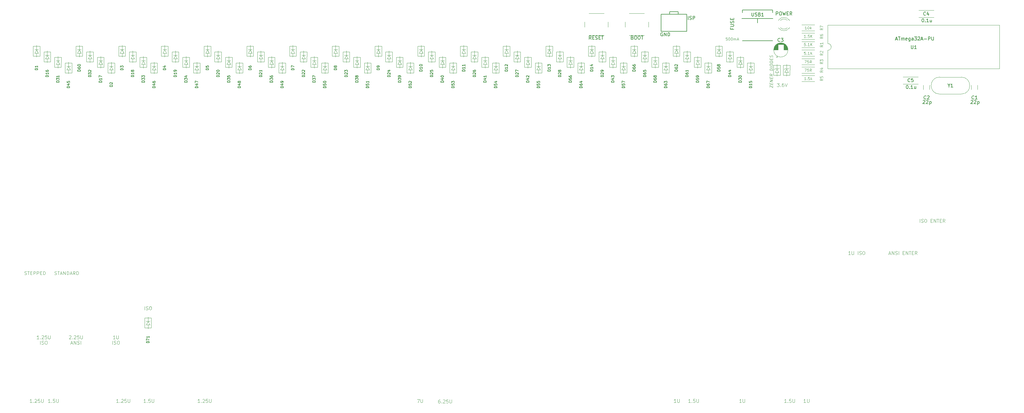
<source format=gto>
G04 #@! TF.GenerationSoftware,KiCad,Pcbnew,(5.1.5)-3*
G04 #@! TF.CreationDate,2020-06-26T11:57:11-04:00*
G04 #@! TF.ProjectId,discipline-pcb,64697363-6970-46c6-996e-652d7063622e,rev?*
G04 #@! TF.SameCoordinates,Original*
G04 #@! TF.FileFunction,Legend,Top*
G04 #@! TF.FilePolarity,Positive*
%FSLAX46Y46*%
G04 Gerber Fmt 4.6, Leading zero omitted, Abs format (unit mm)*
G04 Created by KiCad (PCBNEW (5.1.5)-3) date 2020-06-26 11:57:11*
%MOMM*%
%LPD*%
G04 APERTURE LIST*
%ADD10C,0.100000*%
%ADD11C,0.120000*%
%ADD12C,0.150000*%
%ADD13C,0.200000*%
%ADD14C,0.203200*%
G04 APERTURE END LIST*
D10*
X95678750Y-146908780D02*
X95678750Y-145908780D01*
X96107321Y-146861161D02*
X96250178Y-146908780D01*
X96488273Y-146908780D01*
X96583511Y-146861161D01*
X96631130Y-146813542D01*
X96678750Y-146718304D01*
X96678750Y-146623066D01*
X96631130Y-146527828D01*
X96583511Y-146480209D01*
X96488273Y-146432590D01*
X96297797Y-146384971D01*
X96202559Y-146337352D01*
X96154940Y-146289733D01*
X96107321Y-146194495D01*
X96107321Y-146099257D01*
X96154940Y-146004019D01*
X96202559Y-145956400D01*
X96297797Y-145908780D01*
X96535892Y-145908780D01*
X96678750Y-145956400D01*
X97297797Y-145908780D02*
X97488273Y-145908780D01*
X97583511Y-145956400D01*
X97678750Y-146051638D01*
X97726369Y-146242114D01*
X97726369Y-146575447D01*
X97678750Y-146765923D01*
X97583511Y-146861161D01*
X97488273Y-146908780D01*
X97297797Y-146908780D01*
X97202559Y-146861161D01*
X97107321Y-146765923D01*
X97059702Y-146575447D01*
X97059702Y-146242114D01*
X97107321Y-146051638D01*
X97202559Y-145956400D01*
X97297797Y-145908780D01*
X305101857Y-130500380D02*
X304530428Y-130500380D01*
X304816142Y-130500380D02*
X304816142Y-129500380D01*
X304720904Y-129643238D01*
X304625666Y-129738476D01*
X304530428Y-129786095D01*
X305530428Y-129500380D02*
X305530428Y-130309904D01*
X305578047Y-130405142D01*
X305625666Y-130452761D01*
X305720904Y-130500380D01*
X305911380Y-130500380D01*
X306006619Y-130452761D01*
X306054238Y-130405142D01*
X306101857Y-130309904D01*
X306101857Y-129500380D01*
X307339952Y-130500380D02*
X307339952Y-129500380D01*
X307768523Y-130452761D02*
X307911380Y-130500380D01*
X308149476Y-130500380D01*
X308244714Y-130452761D01*
X308292333Y-130405142D01*
X308339952Y-130309904D01*
X308339952Y-130214666D01*
X308292333Y-130119428D01*
X308244714Y-130071809D01*
X308149476Y-130024190D01*
X307959000Y-129976571D01*
X307863761Y-129928952D01*
X307816142Y-129881333D01*
X307768523Y-129786095D01*
X307768523Y-129690857D01*
X307816142Y-129595619D01*
X307863761Y-129548000D01*
X307959000Y-129500380D01*
X308197095Y-129500380D01*
X308339952Y-129548000D01*
X308959000Y-129500380D02*
X309149476Y-129500380D01*
X309244714Y-129548000D01*
X309339952Y-129643238D01*
X309387571Y-129833714D01*
X309387571Y-130167047D01*
X309339952Y-130357523D01*
X309244714Y-130452761D01*
X309149476Y-130500380D01*
X308959000Y-130500380D01*
X308863761Y-130452761D01*
X308768523Y-130357523D01*
X308720904Y-130167047D01*
X308720904Y-129833714D01*
X308768523Y-129643238D01*
X308863761Y-129548000D01*
X308959000Y-129500380D01*
X325722123Y-120924580D02*
X325722123Y-119924580D01*
X326150695Y-120876961D02*
X326293552Y-120924580D01*
X326531647Y-120924580D01*
X326626885Y-120876961D01*
X326674504Y-120829342D01*
X326722123Y-120734104D01*
X326722123Y-120638866D01*
X326674504Y-120543628D01*
X326626885Y-120496009D01*
X326531647Y-120448390D01*
X326341171Y-120400771D01*
X326245933Y-120353152D01*
X326198314Y-120305533D01*
X326150695Y-120210295D01*
X326150695Y-120115057D01*
X326198314Y-120019819D01*
X326245933Y-119972200D01*
X326341171Y-119924580D01*
X326579266Y-119924580D01*
X326722123Y-119972200D01*
X327341171Y-119924580D02*
X327531647Y-119924580D01*
X327626885Y-119972200D01*
X327722123Y-120067438D01*
X327769742Y-120257914D01*
X327769742Y-120591247D01*
X327722123Y-120781723D01*
X327626885Y-120876961D01*
X327531647Y-120924580D01*
X327341171Y-120924580D01*
X327245933Y-120876961D01*
X327150695Y-120781723D01*
X327103076Y-120591247D01*
X327103076Y-120257914D01*
X327150695Y-120067438D01*
X327245933Y-119972200D01*
X327341171Y-119924580D01*
X328960219Y-120400771D02*
X329293552Y-120400771D01*
X329436409Y-120924580D02*
X328960219Y-120924580D01*
X328960219Y-119924580D01*
X329436409Y-119924580D01*
X329864980Y-120924580D02*
X329864980Y-119924580D01*
X330436409Y-120924580D01*
X330436409Y-119924580D01*
X330769742Y-119924580D02*
X331341171Y-119924580D01*
X331055457Y-120924580D02*
X331055457Y-119924580D01*
X331674504Y-120400771D02*
X332007838Y-120400771D01*
X332150695Y-120924580D02*
X331674504Y-120924580D01*
X331674504Y-119924580D01*
X332150695Y-119924580D01*
X333150695Y-120924580D02*
X332817361Y-120448390D01*
X332579266Y-120924580D02*
X332579266Y-119924580D01*
X332960219Y-119924580D01*
X333055457Y-119972200D01*
X333103076Y-120019819D01*
X333150695Y-120115057D01*
X333150695Y-120257914D01*
X333103076Y-120353152D01*
X333055457Y-120400771D01*
X332960219Y-120448390D01*
X332579266Y-120448390D01*
X316533733Y-130214666D02*
X317009923Y-130214666D01*
X316438495Y-130500380D02*
X316771828Y-129500380D01*
X317105161Y-130500380D01*
X317438495Y-130500380D02*
X317438495Y-129500380D01*
X318009923Y-130500380D01*
X318009923Y-129500380D01*
X318438495Y-130452761D02*
X318581352Y-130500380D01*
X318819447Y-130500380D01*
X318914685Y-130452761D01*
X318962304Y-130405142D01*
X319009923Y-130309904D01*
X319009923Y-130214666D01*
X318962304Y-130119428D01*
X318914685Y-130071809D01*
X318819447Y-130024190D01*
X318628971Y-129976571D01*
X318533733Y-129928952D01*
X318486114Y-129881333D01*
X318438495Y-129786095D01*
X318438495Y-129690857D01*
X318486114Y-129595619D01*
X318533733Y-129548000D01*
X318628971Y-129500380D01*
X318867066Y-129500380D01*
X319009923Y-129548000D01*
X319438495Y-130500380D02*
X319438495Y-129500380D01*
X320676590Y-129976571D02*
X321009923Y-129976571D01*
X321152780Y-130500380D02*
X320676590Y-130500380D01*
X320676590Y-129500380D01*
X321152780Y-129500380D01*
X321581352Y-130500380D02*
X321581352Y-129500380D01*
X322152780Y-130500380D01*
X322152780Y-129500380D01*
X322486114Y-129500380D02*
X323057542Y-129500380D01*
X322771828Y-130500380D02*
X322771828Y-129500380D01*
X323390876Y-129976571D02*
X323724209Y-129976571D01*
X323867066Y-130500380D02*
X323390876Y-130500380D01*
X323390876Y-129500380D01*
X323867066Y-129500380D01*
X324867066Y-130500380D02*
X324533733Y-130024190D01*
X324295638Y-130500380D02*
X324295638Y-129500380D01*
X324676590Y-129500380D01*
X324771828Y-129548000D01*
X324819447Y-129595619D01*
X324867066Y-129690857D01*
X324867066Y-129833714D01*
X324819447Y-129928952D01*
X324771828Y-129976571D01*
X324676590Y-130024190D01*
X324295638Y-130024190D01*
X86915654Y-155544780D02*
X86344226Y-155544780D01*
X86629940Y-155544780D02*
X86629940Y-154544780D01*
X86534702Y-154687638D01*
X86439464Y-154782876D01*
X86344226Y-154830495D01*
X87344226Y-154544780D02*
X87344226Y-155354304D01*
X87391845Y-155449542D01*
X87439464Y-155497161D01*
X87534702Y-155544780D01*
X87725178Y-155544780D01*
X87820416Y-155497161D01*
X87868035Y-155449542D01*
X87915654Y-155354304D01*
X87915654Y-154544780D01*
X86153750Y-157144780D02*
X86153750Y-156144780D01*
X86582321Y-157097161D02*
X86725178Y-157144780D01*
X86963273Y-157144780D01*
X87058511Y-157097161D01*
X87106130Y-157049542D01*
X87153750Y-156954304D01*
X87153750Y-156859066D01*
X87106130Y-156763828D01*
X87058511Y-156716209D01*
X86963273Y-156668590D01*
X86772797Y-156620971D01*
X86677559Y-156573352D01*
X86629940Y-156525733D01*
X86582321Y-156430495D01*
X86582321Y-156335257D01*
X86629940Y-156240019D01*
X86677559Y-156192400D01*
X86772797Y-156144780D01*
X87010892Y-156144780D01*
X87153750Y-156192400D01*
X87772797Y-156144780D02*
X87963273Y-156144780D01*
X88058511Y-156192400D01*
X88153750Y-156287638D01*
X88201369Y-156478114D01*
X88201369Y-156811447D01*
X88153750Y-157001923D01*
X88058511Y-157097161D01*
X87963273Y-157144780D01*
X87772797Y-157144780D01*
X87677559Y-157097161D01*
X87582321Y-157001923D01*
X87534702Y-156811447D01*
X87534702Y-156478114D01*
X87582321Y-156287638D01*
X87677559Y-156192400D01*
X87772797Y-156144780D01*
X73285600Y-154640019D02*
X73333219Y-154592400D01*
X73428457Y-154544780D01*
X73666552Y-154544780D01*
X73761790Y-154592400D01*
X73809409Y-154640019D01*
X73857028Y-154735257D01*
X73857028Y-154830495D01*
X73809409Y-154973352D01*
X73237980Y-155544780D01*
X73857028Y-155544780D01*
X74285600Y-155449542D02*
X74333219Y-155497161D01*
X74285600Y-155544780D01*
X74237980Y-155497161D01*
X74285600Y-155449542D01*
X74285600Y-155544780D01*
X74714171Y-154640019D02*
X74761790Y-154592400D01*
X74857028Y-154544780D01*
X75095123Y-154544780D01*
X75190361Y-154592400D01*
X75237980Y-154640019D01*
X75285600Y-154735257D01*
X75285600Y-154830495D01*
X75237980Y-154973352D01*
X74666552Y-155544780D01*
X75285600Y-155544780D01*
X76190361Y-154544780D02*
X75714171Y-154544780D01*
X75666552Y-155020971D01*
X75714171Y-154973352D01*
X75809409Y-154925733D01*
X76047504Y-154925733D01*
X76142742Y-154973352D01*
X76190361Y-155020971D01*
X76237980Y-155116209D01*
X76237980Y-155354304D01*
X76190361Y-155449542D01*
X76142742Y-155497161D01*
X76047504Y-155544780D01*
X75809409Y-155544780D01*
X75714171Y-155497161D01*
X75666552Y-155449542D01*
X76666552Y-154544780D02*
X76666552Y-155354304D01*
X76714171Y-155449542D01*
X76761790Y-155497161D01*
X76857028Y-155544780D01*
X77047504Y-155544780D01*
X77142742Y-155497161D01*
X77190361Y-155449542D01*
X77237980Y-155354304D01*
X77237980Y-154544780D01*
X73809409Y-156859066D02*
X74285600Y-156859066D01*
X73714171Y-157144780D02*
X74047504Y-156144780D01*
X74380838Y-157144780D01*
X74714171Y-157144780D02*
X74714171Y-156144780D01*
X75285600Y-157144780D01*
X75285600Y-156144780D01*
X75714171Y-157097161D02*
X75857028Y-157144780D01*
X76095123Y-157144780D01*
X76190361Y-157097161D01*
X76237980Y-157049542D01*
X76285600Y-156954304D01*
X76285600Y-156859066D01*
X76237980Y-156763828D01*
X76190361Y-156716209D01*
X76095123Y-156668590D01*
X75904647Y-156620971D01*
X75809409Y-156573352D01*
X75761790Y-156525733D01*
X75714171Y-156430495D01*
X75714171Y-156335257D01*
X75761790Y-156240019D01*
X75809409Y-156192400D01*
X75904647Y-156144780D01*
X76142742Y-156144780D01*
X76285600Y-156192400D01*
X76714171Y-157144780D02*
X76714171Y-156144780D01*
X64293928Y-155544780D02*
X63722500Y-155544780D01*
X64008214Y-155544780D02*
X64008214Y-154544780D01*
X63912976Y-154687638D01*
X63817738Y-154782876D01*
X63722500Y-154830495D01*
X64722500Y-155449542D02*
X64770119Y-155497161D01*
X64722500Y-155544780D01*
X64674880Y-155497161D01*
X64722500Y-155449542D01*
X64722500Y-155544780D01*
X65151071Y-154640019D02*
X65198690Y-154592400D01*
X65293928Y-154544780D01*
X65532023Y-154544780D01*
X65627261Y-154592400D01*
X65674880Y-154640019D01*
X65722500Y-154735257D01*
X65722500Y-154830495D01*
X65674880Y-154973352D01*
X65103452Y-155544780D01*
X65722500Y-155544780D01*
X66627261Y-154544780D02*
X66151071Y-154544780D01*
X66103452Y-155020971D01*
X66151071Y-154973352D01*
X66246309Y-154925733D01*
X66484404Y-154925733D01*
X66579642Y-154973352D01*
X66627261Y-155020971D01*
X66674880Y-155116209D01*
X66674880Y-155354304D01*
X66627261Y-155449542D01*
X66579642Y-155497161D01*
X66484404Y-155544780D01*
X66246309Y-155544780D01*
X66151071Y-155497161D01*
X66103452Y-155449542D01*
X67103452Y-154544780D02*
X67103452Y-155354304D01*
X67151071Y-155449542D01*
X67198690Y-155497161D01*
X67293928Y-155544780D01*
X67484404Y-155544780D01*
X67579642Y-155497161D01*
X67627261Y-155449542D01*
X67674880Y-155354304D01*
X67674880Y-154544780D01*
X64722500Y-157144780D02*
X64722500Y-156144780D01*
X65151071Y-157097161D02*
X65293928Y-157144780D01*
X65532023Y-157144780D01*
X65627261Y-157097161D01*
X65674880Y-157049542D01*
X65722500Y-156954304D01*
X65722500Y-156859066D01*
X65674880Y-156763828D01*
X65627261Y-156716209D01*
X65532023Y-156668590D01*
X65341547Y-156620971D01*
X65246309Y-156573352D01*
X65198690Y-156525733D01*
X65151071Y-156430495D01*
X65151071Y-156335257D01*
X65198690Y-156240019D01*
X65246309Y-156192400D01*
X65341547Y-156144780D01*
X65579642Y-156144780D01*
X65722500Y-156192400D01*
X66341547Y-156144780D02*
X66532023Y-156144780D01*
X66627261Y-156192400D01*
X66722500Y-156287638D01*
X66770119Y-156478114D01*
X66770119Y-156811447D01*
X66722500Y-157001923D01*
X66627261Y-157097161D01*
X66532023Y-157144780D01*
X66341547Y-157144780D01*
X66246309Y-157097161D01*
X66151071Y-157001923D01*
X66103452Y-156811447D01*
X66103452Y-156478114D01*
X66151071Y-156287638D01*
X66246309Y-156192400D01*
X66341547Y-156144780D01*
X268571435Y-65993549D02*
X268190483Y-65993549D01*
X268152388Y-66374502D01*
X268190483Y-66336406D01*
X268266674Y-66298311D01*
X268457150Y-66298311D01*
X268533340Y-66336406D01*
X268571435Y-66374502D01*
X268609531Y-66450692D01*
X268609531Y-66641168D01*
X268571435Y-66717359D01*
X268533340Y-66755454D01*
X268457150Y-66793549D01*
X268266674Y-66793549D01*
X268190483Y-66755454D01*
X268152388Y-66717359D01*
X269104769Y-65993549D02*
X269180959Y-65993549D01*
X269257150Y-66031645D01*
X269295245Y-66069740D01*
X269333340Y-66145930D01*
X269371435Y-66298311D01*
X269371435Y-66488787D01*
X269333340Y-66641168D01*
X269295245Y-66717359D01*
X269257150Y-66755454D01*
X269180959Y-66793549D01*
X269104769Y-66793549D01*
X269028578Y-66755454D01*
X268990483Y-66717359D01*
X268952388Y-66641168D01*
X268914293Y-66488787D01*
X268914293Y-66298311D01*
X268952388Y-66145930D01*
X268990483Y-66069740D01*
X269028578Y-66031645D01*
X269104769Y-65993549D01*
X269866674Y-65993549D02*
X269942864Y-65993549D01*
X270019055Y-66031645D01*
X270057150Y-66069740D01*
X270095245Y-66145930D01*
X270133340Y-66298311D01*
X270133340Y-66488787D01*
X270095245Y-66641168D01*
X270057150Y-66717359D01*
X270019055Y-66755454D01*
X269942864Y-66793549D01*
X269866674Y-66793549D01*
X269790483Y-66755454D01*
X269752388Y-66717359D01*
X269714293Y-66641168D01*
X269676197Y-66488787D01*
X269676197Y-66298311D01*
X269714293Y-66145930D01*
X269752388Y-66069740D01*
X269790483Y-66031645D01*
X269866674Y-65993549D01*
X270476197Y-66793549D02*
X270476197Y-66260216D01*
X270476197Y-66336406D02*
X270514293Y-66298311D01*
X270590483Y-66260216D01*
X270704769Y-66260216D01*
X270780959Y-66298311D01*
X270819055Y-66374502D01*
X270819055Y-66793549D01*
X270819055Y-66374502D02*
X270857150Y-66298311D01*
X270933340Y-66260216D01*
X271047626Y-66260216D01*
X271123816Y-66298311D01*
X271161912Y-66374502D01*
X271161912Y-66793549D01*
X271504769Y-66564978D02*
X271885721Y-66564978D01*
X271428578Y-66793549D02*
X271695245Y-65993549D01*
X271961912Y-66793549D01*
X283351445Y-79586134D02*
X283970493Y-79586134D01*
X283637159Y-79967087D01*
X283780016Y-79967087D01*
X283875255Y-80014706D01*
X283922874Y-80062325D01*
X283970493Y-80157563D01*
X283970493Y-80395658D01*
X283922874Y-80490896D01*
X283875255Y-80538515D01*
X283780016Y-80586134D01*
X283494302Y-80586134D01*
X283399064Y-80538515D01*
X283351445Y-80490896D01*
X284399064Y-80490896D02*
X284446683Y-80538515D01*
X284399064Y-80586134D01*
X284351445Y-80538515D01*
X284399064Y-80490896D01*
X284399064Y-80586134D01*
X285303826Y-79586134D02*
X285113350Y-79586134D01*
X285018112Y-79633754D01*
X284970493Y-79681373D01*
X284875255Y-79824230D01*
X284827636Y-80014706D01*
X284827636Y-80395658D01*
X284875255Y-80490896D01*
X284922874Y-80538515D01*
X285018112Y-80586134D01*
X285208588Y-80586134D01*
X285303826Y-80538515D01*
X285351445Y-80490896D01*
X285399064Y-80395658D01*
X285399064Y-80157563D01*
X285351445Y-80062325D01*
X285303826Y-80014706D01*
X285208588Y-79967087D01*
X285018112Y-79967087D01*
X284922874Y-80014706D01*
X284875255Y-80062325D01*
X284827636Y-80157563D01*
X285684778Y-79586134D02*
X286018112Y-80586134D01*
X286351445Y-79586134D01*
X281167640Y-80761370D02*
X281167640Y-80161370D01*
X282067640Y-80873870D01*
X282067640Y-80273870D01*
X281596212Y-79872085D02*
X281596212Y-79572085D01*
X282067640Y-79502442D02*
X282067640Y-79931013D01*
X281167640Y-79818513D01*
X281167640Y-79389942D01*
X282067640Y-79116728D02*
X281167640Y-79004228D01*
X282067640Y-78602442D01*
X281167640Y-78489942D01*
X281596212Y-78114942D02*
X281596212Y-77814942D01*
X282067640Y-77745299D02*
X282067640Y-78173870D01*
X281167640Y-78061370D01*
X281167640Y-77632799D01*
X282067640Y-76845299D02*
X281639069Y-77091728D01*
X282067640Y-77359585D02*
X281167640Y-77247085D01*
X281167640Y-76904228D01*
X281210498Y-76823870D01*
X281253355Y-76786370D01*
X281339069Y-76754228D01*
X281467640Y-76770299D01*
X281553355Y-76823870D01*
X281596212Y-76872085D01*
X281639069Y-76963156D01*
X281639069Y-77306013D01*
X282067640Y-75773870D02*
X281167640Y-75661370D01*
X281167640Y-75447085D01*
X281210498Y-75323870D01*
X281296212Y-75248870D01*
X281381926Y-75216728D01*
X281553355Y-75195299D01*
X281681926Y-75211370D01*
X281853355Y-75275656D01*
X281939069Y-75329228D01*
X282024783Y-75425656D01*
X282067640Y-75559585D01*
X282067640Y-75773870D01*
X282067640Y-74873870D02*
X281167640Y-74761370D01*
X281167640Y-74161370D02*
X281167640Y-73989942D01*
X281210498Y-73909585D01*
X281296212Y-73834585D01*
X281467640Y-73813156D01*
X281767640Y-73850656D01*
X281939069Y-73914942D01*
X282024783Y-74011370D01*
X282067640Y-74102442D01*
X282067640Y-74273870D01*
X282024783Y-74354228D01*
X281939069Y-74429228D01*
X281767640Y-74450656D01*
X281467640Y-74413156D01*
X281296212Y-74348870D01*
X281210498Y-74252442D01*
X281167640Y-74161370D01*
X282067640Y-73502442D02*
X281167640Y-73389942D01*
X281167640Y-73175656D01*
X281210498Y-73052442D01*
X281296212Y-72977442D01*
X281381926Y-72945299D01*
X281553355Y-72923870D01*
X281681926Y-72939942D01*
X281853355Y-73004228D01*
X281939069Y-73057799D01*
X282024783Y-73154228D01*
X282067640Y-73288156D01*
X282067640Y-73502442D01*
X281596212Y-72543513D02*
X281596212Y-72243513D01*
X282067640Y-72173870D02*
X282067640Y-72602442D01*
X281167640Y-72489942D01*
X281167640Y-72061370D01*
X282024783Y-71825656D02*
X282067640Y-71702442D01*
X282067640Y-71488156D01*
X282024783Y-71397085D01*
X281981926Y-71348870D01*
X281896212Y-71295299D01*
X281810498Y-71284585D01*
X281724783Y-71316728D01*
X281681926Y-71354228D01*
X281639069Y-71434585D01*
X281596212Y-71600656D01*
X281553355Y-71681013D01*
X281510498Y-71718513D01*
X281424783Y-71750656D01*
X281339069Y-71739942D01*
X281253355Y-71686370D01*
X281210498Y-71638156D01*
X281167640Y-71547085D01*
X281167640Y-71332799D01*
X281210498Y-71209585D01*
D11*
X285400010Y-75514666D02*
X285644982Y-75252196D01*
X286734918Y-75251812D02*
X286979890Y-74989342D01*
X282517900Y-75514282D02*
X282762872Y-75251812D01*
X283865246Y-75251812D02*
X284110218Y-74989342D01*
D12*
X228199557Y-66516574D02*
X227866223Y-66040384D01*
X227628128Y-66516574D02*
X227628128Y-65516574D01*
X228009080Y-65516574D01*
X228104318Y-65564194D01*
X228151938Y-65611813D01*
X228199557Y-65707051D01*
X228199557Y-65849908D01*
X228151938Y-65945146D01*
X228104318Y-65992765D01*
X228009080Y-66040384D01*
X227628128Y-66040384D01*
X228628128Y-65992765D02*
X228961461Y-65992765D01*
X229104318Y-66516574D02*
X228628128Y-66516574D01*
X228628128Y-65516574D01*
X229104318Y-65516574D01*
X229485271Y-66468955D02*
X229628128Y-66516574D01*
X229866223Y-66516574D01*
X229961461Y-66468955D01*
X230009080Y-66421336D01*
X230056699Y-66326098D01*
X230056699Y-66230860D01*
X230009080Y-66135622D01*
X229961461Y-66088003D01*
X229866223Y-66040384D01*
X229675747Y-65992765D01*
X229580509Y-65945146D01*
X229532890Y-65897527D01*
X229485271Y-65802289D01*
X229485271Y-65707051D01*
X229532890Y-65611813D01*
X229580509Y-65564194D01*
X229675747Y-65516574D01*
X229913842Y-65516574D01*
X230056699Y-65564194D01*
X230485271Y-65992765D02*
X230818604Y-65992765D01*
X230961461Y-66516574D02*
X230485271Y-66516574D01*
X230485271Y-65516574D01*
X230961461Y-65516574D01*
X231247176Y-65516574D02*
X231818604Y-65516574D01*
X231532890Y-66516574D02*
X231532890Y-65516574D01*
X283095546Y-59326064D02*
X283095546Y-58326064D01*
X283476498Y-58326064D01*
X283571736Y-58373684D01*
X283619355Y-58421303D01*
X283666974Y-58516541D01*
X283666974Y-58659398D01*
X283619355Y-58754636D01*
X283571736Y-58802255D01*
X283476498Y-58849874D01*
X283095546Y-58849874D01*
X284286022Y-58326064D02*
X284476498Y-58326064D01*
X284571736Y-58373684D01*
X284666974Y-58468922D01*
X284714593Y-58659398D01*
X284714593Y-58992731D01*
X284666974Y-59183207D01*
X284571736Y-59278445D01*
X284476498Y-59326064D01*
X284286022Y-59326064D01*
X284190784Y-59278445D01*
X284095546Y-59183207D01*
X284047927Y-58992731D01*
X284047927Y-58659398D01*
X284095546Y-58468922D01*
X284190784Y-58373684D01*
X284286022Y-58326064D01*
X285047927Y-58326064D02*
X285286022Y-59326064D01*
X285476498Y-58611779D01*
X285666974Y-59326064D01*
X285905070Y-58326064D01*
X286286022Y-58802255D02*
X286619355Y-58802255D01*
X286762212Y-59326064D02*
X286286022Y-59326064D01*
X286286022Y-58326064D01*
X286762212Y-58326064D01*
X287762212Y-59326064D02*
X287428879Y-58849874D01*
X287190784Y-59326064D02*
X287190784Y-58326064D01*
X287571736Y-58326064D01*
X287666974Y-58373684D01*
X287714593Y-58421303D01*
X287762212Y-58516541D01*
X287762212Y-58659398D01*
X287714593Y-58754636D01*
X287666974Y-58802255D01*
X287571736Y-58849874D01*
X287190784Y-58849874D01*
X249414796Y-64566827D02*
X249319558Y-64519207D01*
X249176701Y-64519207D01*
X249033843Y-64566827D01*
X248938605Y-64662065D01*
X248890986Y-64757303D01*
X248843367Y-64947779D01*
X248843367Y-65090636D01*
X248890986Y-65281112D01*
X248938605Y-65376350D01*
X249033843Y-65471588D01*
X249176701Y-65519207D01*
X249271939Y-65519207D01*
X249414796Y-65471588D01*
X249462415Y-65423969D01*
X249462415Y-65090636D01*
X249271939Y-65090636D01*
X249890986Y-65519207D02*
X249890986Y-64519207D01*
X250462415Y-65519207D01*
X250462415Y-64519207D01*
X250938605Y-65519207D02*
X250938605Y-64519207D01*
X251176701Y-64519207D01*
X251319558Y-64566827D01*
X251414796Y-64662065D01*
X251462415Y-64757303D01*
X251510034Y-64947779D01*
X251510034Y-65090636D01*
X251462415Y-65281112D01*
X251414796Y-65376350D01*
X251319558Y-65471588D01*
X251176701Y-65519207D01*
X250938605Y-65519207D01*
X256969474Y-60637358D02*
X256969474Y-59637358D01*
X257398045Y-60589739D02*
X257540903Y-60637358D01*
X257778998Y-60637358D01*
X257874236Y-60589739D01*
X257921855Y-60542120D01*
X257969474Y-60446882D01*
X257969474Y-60351644D01*
X257921855Y-60256406D01*
X257874236Y-60208787D01*
X257778998Y-60161168D01*
X257588522Y-60113549D01*
X257493284Y-60065930D01*
X257445665Y-60018311D01*
X257398045Y-59923073D01*
X257398045Y-59827835D01*
X257445665Y-59732597D01*
X257493284Y-59684978D01*
X257588522Y-59637358D01*
X257826617Y-59637358D01*
X257969474Y-59684978D01*
X258398045Y-60637358D02*
X258398045Y-59637358D01*
X258778998Y-59637358D01*
X258874236Y-59684978D01*
X258921855Y-59732597D01*
X258969474Y-59827835D01*
X258969474Y-59970692D01*
X258921855Y-60065930D01*
X258874236Y-60113549D01*
X258778998Y-60161168D01*
X258398045Y-60161168D01*
D10*
X291785363Y-70192989D02*
X291404411Y-70192989D01*
X291366316Y-70573942D01*
X291404411Y-70535846D01*
X291480601Y-70497751D01*
X291671077Y-70497751D01*
X291747268Y-70535846D01*
X291785363Y-70573942D01*
X291823458Y-70650132D01*
X291823458Y-70840608D01*
X291785363Y-70916799D01*
X291747268Y-70954894D01*
X291671077Y-70992989D01*
X291480601Y-70992989D01*
X291404411Y-70954894D01*
X291366316Y-70916799D01*
X292166316Y-70916799D02*
X292204411Y-70954894D01*
X292166316Y-70992989D01*
X292128220Y-70954894D01*
X292166316Y-70916799D01*
X292166316Y-70992989D01*
X292966316Y-70992989D02*
X292509173Y-70992989D01*
X292737744Y-70992989D02*
X292737744Y-70192989D01*
X292661554Y-70307275D01*
X292585363Y-70383465D01*
X292509173Y-70421561D01*
X293309173Y-70992989D02*
X293309173Y-70192989D01*
X293766316Y-70992989D02*
X293423458Y-70535846D01*
X293766316Y-70192989D02*
X293309173Y-70650132D01*
X291785363Y-67639536D02*
X291404411Y-67639536D01*
X291366316Y-68020489D01*
X291404411Y-67982393D01*
X291480601Y-67944298D01*
X291671077Y-67944298D01*
X291747268Y-67982393D01*
X291785363Y-68020489D01*
X291823458Y-68096679D01*
X291823458Y-68287155D01*
X291785363Y-68363346D01*
X291747268Y-68401441D01*
X291671077Y-68439536D01*
X291480601Y-68439536D01*
X291404411Y-68401441D01*
X291366316Y-68363346D01*
X292166316Y-68363346D02*
X292204411Y-68401441D01*
X292166316Y-68439536D01*
X292128220Y-68401441D01*
X292166316Y-68363346D01*
X292166316Y-68439536D01*
X292966316Y-68439536D02*
X292509173Y-68439536D01*
X292737744Y-68439536D02*
X292737744Y-67639536D01*
X292661554Y-67753822D01*
X292585363Y-67830012D01*
X292509173Y-67868108D01*
X293309173Y-68439536D02*
X293309173Y-67639536D01*
X293766316Y-68439536D02*
X293423458Y-67982393D01*
X293766316Y-67639536D02*
X293309173Y-68096679D01*
X291851210Y-174478614D02*
X291279782Y-174478614D01*
X291565496Y-174478614D02*
X291565496Y-173478614D01*
X291470258Y-173621472D01*
X291375020Y-173716710D01*
X291279782Y-173764329D01*
X292279782Y-173478614D02*
X292279782Y-174288138D01*
X292327401Y-174383376D01*
X292375020Y-174430995D01*
X292470258Y-174478614D01*
X292660734Y-174478614D01*
X292755972Y-174430995D01*
X292803591Y-174383376D01*
X292851210Y-174288138D01*
X292851210Y-173478614D01*
X272760892Y-174478614D02*
X272189464Y-174478614D01*
X272475178Y-174478614D02*
X272475178Y-173478614D01*
X272379940Y-173621472D01*
X272284702Y-173716710D01*
X272189464Y-173764329D01*
X273189464Y-173478614D02*
X273189464Y-174288138D01*
X273237083Y-174383376D01*
X273284702Y-174430995D01*
X273379940Y-174478614D01*
X273570416Y-174478614D01*
X273665654Y-174430995D01*
X273713273Y-174383376D01*
X273760892Y-174288138D01*
X273760892Y-173478614D01*
X253350650Y-174478614D02*
X252779222Y-174478614D01*
X253064936Y-174478614D02*
X253064936Y-173478614D01*
X252969698Y-173621472D01*
X252874460Y-173716710D01*
X252779222Y-173764329D01*
X253779222Y-173478614D02*
X253779222Y-174288138D01*
X253826841Y-174383376D01*
X253874460Y-174430995D01*
X253969698Y-174478614D01*
X254160174Y-174478614D01*
X254255412Y-174430995D01*
X254303031Y-174383376D01*
X254350650Y-174288138D01*
X254350650Y-173478614D01*
X68976474Y-136426063D02*
X69119332Y-136473682D01*
X69357427Y-136473682D01*
X69452665Y-136426063D01*
X69500284Y-136378444D01*
X69547903Y-136283206D01*
X69547903Y-136187968D01*
X69500284Y-136092730D01*
X69452665Y-136045111D01*
X69357427Y-135997492D01*
X69166951Y-135949873D01*
X69071713Y-135902254D01*
X69024094Y-135854635D01*
X68976474Y-135759397D01*
X68976474Y-135664159D01*
X69024094Y-135568921D01*
X69071713Y-135521302D01*
X69166951Y-135473682D01*
X69405046Y-135473682D01*
X69547903Y-135521302D01*
X69833617Y-135473682D02*
X70405046Y-135473682D01*
X70119332Y-136473682D02*
X70119332Y-135473682D01*
X70690760Y-136187968D02*
X71166951Y-136187968D01*
X70595522Y-136473682D02*
X70928855Y-135473682D01*
X71262189Y-136473682D01*
X71595522Y-136473682D02*
X71595522Y-135473682D01*
X72166951Y-136473682D01*
X72166951Y-135473682D01*
X72643141Y-136473682D02*
X72643141Y-135473682D01*
X72881236Y-135473682D01*
X73024094Y-135521302D01*
X73119332Y-135616540D01*
X73166951Y-135711778D01*
X73214570Y-135902254D01*
X73214570Y-136045111D01*
X73166951Y-136235587D01*
X73119332Y-136330825D01*
X73024094Y-136426063D01*
X72881236Y-136473682D01*
X72643141Y-136473682D01*
X73595522Y-136187968D02*
X74071713Y-136187968D01*
X73500284Y-136473682D02*
X73833617Y-135473682D01*
X74166951Y-136473682D01*
X75071713Y-136473682D02*
X74738379Y-135997492D01*
X74500284Y-136473682D02*
X74500284Y-135473682D01*
X74881236Y-135473682D01*
X74976474Y-135521302D01*
X75024094Y-135568921D01*
X75071713Y-135664159D01*
X75071713Y-135807016D01*
X75024094Y-135902254D01*
X74976474Y-135949873D01*
X74881236Y-135997492D01*
X74500284Y-135997492D01*
X75500284Y-136473682D02*
X75500284Y-135473682D01*
X75738379Y-135473682D01*
X75881236Y-135521302D01*
X75976474Y-135616540D01*
X76024094Y-135711778D01*
X76071713Y-135902254D01*
X76071713Y-136045111D01*
X76024094Y-136235587D01*
X75976474Y-136330825D01*
X75881236Y-136426063D01*
X75738379Y-136473682D01*
X75500284Y-136473682D01*
X60056418Y-136426063D02*
X60199275Y-136473682D01*
X60437370Y-136473682D01*
X60532608Y-136426063D01*
X60580227Y-136378444D01*
X60627847Y-136283206D01*
X60627847Y-136187968D01*
X60580227Y-136092730D01*
X60532608Y-136045111D01*
X60437370Y-135997492D01*
X60246894Y-135949873D01*
X60151656Y-135902254D01*
X60104037Y-135854635D01*
X60056418Y-135759397D01*
X60056418Y-135664159D01*
X60104037Y-135568921D01*
X60151656Y-135521302D01*
X60246894Y-135473682D01*
X60484989Y-135473682D01*
X60627847Y-135521302D01*
X60913561Y-135473682D02*
X61484989Y-135473682D01*
X61199275Y-136473682D02*
X61199275Y-135473682D01*
X61818323Y-135949873D02*
X62151656Y-135949873D01*
X62294513Y-136473682D02*
X61818323Y-136473682D01*
X61818323Y-135473682D01*
X62294513Y-135473682D01*
X62723085Y-136473682D02*
X62723085Y-135473682D01*
X63104037Y-135473682D01*
X63199275Y-135521302D01*
X63246894Y-135568921D01*
X63294513Y-135664159D01*
X63294513Y-135807016D01*
X63246894Y-135902254D01*
X63199275Y-135949873D01*
X63104037Y-135997492D01*
X62723085Y-135997492D01*
X63723085Y-136473682D02*
X63723085Y-135473682D01*
X64104037Y-135473682D01*
X64199275Y-135521302D01*
X64246894Y-135568921D01*
X64294513Y-135664159D01*
X64294513Y-135807016D01*
X64246894Y-135902254D01*
X64199275Y-135949873D01*
X64104037Y-135997492D01*
X63723085Y-135997492D01*
X64723085Y-135949873D02*
X65056418Y-135949873D01*
X65199275Y-136473682D02*
X64723085Y-136473682D01*
X64723085Y-135473682D01*
X65199275Y-135473682D01*
X65627847Y-136473682D02*
X65627847Y-135473682D01*
X65865942Y-135473682D01*
X66008799Y-135521302D01*
X66104037Y-135616540D01*
X66151656Y-135711778D01*
X66199275Y-135902254D01*
X66199275Y-136045111D01*
X66151656Y-136235587D01*
X66104037Y-136330825D01*
X66008799Y-136426063D01*
X65865942Y-136473682D01*
X65627847Y-136473682D01*
X286110604Y-174478614D02*
X285539175Y-174478614D01*
X285824889Y-174478614D02*
X285824889Y-173478614D01*
X285729651Y-173621472D01*
X285634413Y-173716710D01*
X285539175Y-173764329D01*
X286539175Y-174383376D02*
X286586794Y-174430995D01*
X286539175Y-174478614D01*
X286491556Y-174430995D01*
X286539175Y-174383376D01*
X286539175Y-174478614D01*
X287491556Y-173478614D02*
X287015365Y-173478614D01*
X286967746Y-173954805D01*
X287015365Y-173907186D01*
X287110604Y-173859567D01*
X287348699Y-173859567D01*
X287443937Y-173907186D01*
X287491556Y-173954805D01*
X287539175Y-174050043D01*
X287539175Y-174288138D01*
X287491556Y-174383376D01*
X287443937Y-174430995D01*
X287348699Y-174478614D01*
X287110604Y-174478614D01*
X287015365Y-174430995D01*
X286967746Y-174383376D01*
X287967746Y-173478614D02*
X287967746Y-174288138D01*
X288015365Y-174383376D01*
X288062985Y-174430995D01*
X288158223Y-174478614D01*
X288348699Y-174478614D01*
X288443937Y-174430995D01*
X288491556Y-174383376D01*
X288539175Y-174288138D01*
X288539175Y-173478614D01*
X257623200Y-174478614D02*
X257051771Y-174478614D01*
X257337485Y-174478614D02*
X257337485Y-173478614D01*
X257242247Y-173621472D01*
X257147009Y-173716710D01*
X257051771Y-173764329D01*
X258051771Y-174383376D02*
X258099390Y-174430995D01*
X258051771Y-174478614D01*
X258004152Y-174430995D01*
X258051771Y-174383376D01*
X258051771Y-174478614D01*
X259004152Y-173478614D02*
X258527961Y-173478614D01*
X258480342Y-173954805D01*
X258527961Y-173907186D01*
X258623200Y-173859567D01*
X258861295Y-173859567D01*
X258956533Y-173907186D01*
X259004152Y-173954805D01*
X259051771Y-174050043D01*
X259051771Y-174288138D01*
X259004152Y-174383376D01*
X258956533Y-174430995D01*
X258861295Y-174478614D01*
X258623200Y-174478614D01*
X258527961Y-174430995D01*
X258480342Y-174383376D01*
X259480342Y-173478614D02*
X259480342Y-174288138D01*
X259527961Y-174383376D01*
X259575581Y-174430995D01*
X259670819Y-174478614D01*
X259861295Y-174478614D01*
X259956533Y-174430995D01*
X260004152Y-174383376D01*
X260051771Y-174288138D01*
X260051771Y-173478614D01*
X95980958Y-174478614D02*
X95409529Y-174478614D01*
X95695243Y-174478614D02*
X95695243Y-173478614D01*
X95600005Y-173621472D01*
X95504767Y-173716710D01*
X95409529Y-173764329D01*
X96409529Y-174383376D02*
X96457148Y-174430995D01*
X96409529Y-174478614D01*
X96361910Y-174430995D01*
X96409529Y-174383376D01*
X96409529Y-174478614D01*
X97361910Y-173478614D02*
X96885719Y-173478614D01*
X96838100Y-173954805D01*
X96885719Y-173907186D01*
X96980958Y-173859567D01*
X97219053Y-173859567D01*
X97314291Y-173907186D01*
X97361910Y-173954805D01*
X97409529Y-174050043D01*
X97409529Y-174288138D01*
X97361910Y-174383376D01*
X97314291Y-174430995D01*
X97219053Y-174478614D01*
X96980958Y-174478614D01*
X96885719Y-174430995D01*
X96838100Y-174383376D01*
X97838100Y-173478614D02*
X97838100Y-174288138D01*
X97885719Y-174383376D01*
X97933339Y-174430995D01*
X98028577Y-174478614D01*
X98219053Y-174478614D01*
X98314291Y-174430995D01*
X98361910Y-174383376D01*
X98409529Y-174288138D01*
X98409529Y-173478614D01*
X67634738Y-174478614D02*
X67063309Y-174478614D01*
X67349023Y-174478614D02*
X67349023Y-173478614D01*
X67253785Y-173621472D01*
X67158547Y-173716710D01*
X67063309Y-173764329D01*
X68063309Y-174383376D02*
X68110928Y-174430995D01*
X68063309Y-174478614D01*
X68015690Y-174430995D01*
X68063309Y-174383376D01*
X68063309Y-174478614D01*
X69015690Y-173478614D02*
X68539499Y-173478614D01*
X68491880Y-173954805D01*
X68539499Y-173907186D01*
X68634738Y-173859567D01*
X68872833Y-173859567D01*
X68968071Y-173907186D01*
X69015690Y-173954805D01*
X69063309Y-174050043D01*
X69063309Y-174288138D01*
X69015690Y-174383376D01*
X68968071Y-174430995D01*
X68872833Y-174478614D01*
X68634738Y-174478614D01*
X68539499Y-174430995D01*
X68491880Y-174383376D01*
X69491880Y-173478614D02*
X69491880Y-174288138D01*
X69539499Y-174383376D01*
X69587119Y-174430995D01*
X69682357Y-174478614D01*
X69872833Y-174478614D01*
X69968071Y-174430995D01*
X70015690Y-174383376D01*
X70063309Y-174288138D01*
X70063309Y-173478614D01*
X112040062Y-174478614D02*
X111468634Y-174478614D01*
X111754348Y-174478614D02*
X111754348Y-173478614D01*
X111659110Y-173621472D01*
X111563872Y-173716710D01*
X111468634Y-173764329D01*
X112468634Y-174383376D02*
X112516253Y-174430995D01*
X112468634Y-174478614D01*
X112421014Y-174430995D01*
X112468634Y-174383376D01*
X112468634Y-174478614D01*
X112897205Y-173573853D02*
X112944824Y-173526234D01*
X113040062Y-173478614D01*
X113278157Y-173478614D01*
X113373395Y-173526234D01*
X113421014Y-173573853D01*
X113468634Y-173669091D01*
X113468634Y-173764329D01*
X113421014Y-173907186D01*
X112849586Y-174478614D01*
X113468634Y-174478614D01*
X114373395Y-173478614D02*
X113897205Y-173478614D01*
X113849586Y-173954805D01*
X113897205Y-173907186D01*
X113992443Y-173859567D01*
X114230538Y-173859567D01*
X114325776Y-173907186D01*
X114373395Y-173954805D01*
X114421014Y-174050043D01*
X114421014Y-174288138D01*
X114373395Y-174383376D01*
X114325776Y-174430995D01*
X114230538Y-174478614D01*
X113992443Y-174478614D01*
X113897205Y-174430995D01*
X113849586Y-174383376D01*
X114849586Y-173478614D02*
X114849586Y-174288138D01*
X114897205Y-174383376D01*
X114944824Y-174430995D01*
X115040062Y-174478614D01*
X115230538Y-174478614D01*
X115325776Y-174430995D01*
X115373395Y-174383376D01*
X115421014Y-174288138D01*
X115421014Y-173478614D01*
X87893282Y-174478614D02*
X87321854Y-174478614D01*
X87607568Y-174478614D02*
X87607568Y-173478614D01*
X87512330Y-173621472D01*
X87417092Y-173716710D01*
X87321854Y-173764329D01*
X88321854Y-174383376D02*
X88369473Y-174430995D01*
X88321854Y-174478614D01*
X88274234Y-174430995D01*
X88321854Y-174383376D01*
X88321854Y-174478614D01*
X88750425Y-173573853D02*
X88798044Y-173526234D01*
X88893282Y-173478614D01*
X89131377Y-173478614D01*
X89226615Y-173526234D01*
X89274234Y-173573853D01*
X89321854Y-173669091D01*
X89321854Y-173764329D01*
X89274234Y-173907186D01*
X88702806Y-174478614D01*
X89321854Y-174478614D01*
X90226615Y-173478614D02*
X89750425Y-173478614D01*
X89702806Y-173954805D01*
X89750425Y-173907186D01*
X89845663Y-173859567D01*
X90083758Y-173859567D01*
X90178996Y-173907186D01*
X90226615Y-173954805D01*
X90274234Y-174050043D01*
X90274234Y-174288138D01*
X90226615Y-174383376D01*
X90178996Y-174430995D01*
X90083758Y-174478614D01*
X89845663Y-174478614D01*
X89750425Y-174430995D01*
X89702806Y-174383376D01*
X90702806Y-173478614D02*
X90702806Y-174288138D01*
X90750425Y-174383376D01*
X90798044Y-174430995D01*
X90893282Y-174478614D01*
X91083758Y-174478614D01*
X91178996Y-174430995D01*
X91226615Y-174383376D01*
X91274234Y-174288138D01*
X91274234Y-173478614D01*
X62224205Y-174478614D02*
X61652777Y-174478614D01*
X61938491Y-174478614D02*
X61938491Y-173478614D01*
X61843253Y-173621472D01*
X61748015Y-173716710D01*
X61652777Y-173764329D01*
X62652777Y-174383376D02*
X62700396Y-174430995D01*
X62652777Y-174478614D01*
X62605157Y-174430995D01*
X62652777Y-174383376D01*
X62652777Y-174478614D01*
X63081348Y-173573853D02*
X63128967Y-173526234D01*
X63224205Y-173478614D01*
X63462300Y-173478614D01*
X63557538Y-173526234D01*
X63605157Y-173573853D01*
X63652777Y-173669091D01*
X63652777Y-173764329D01*
X63605157Y-173907186D01*
X63033729Y-174478614D01*
X63652777Y-174478614D01*
X64557538Y-173478614D02*
X64081348Y-173478614D01*
X64033729Y-173954805D01*
X64081348Y-173907186D01*
X64176586Y-173859567D01*
X64414681Y-173859567D01*
X64509919Y-173907186D01*
X64557538Y-173954805D01*
X64605157Y-174050043D01*
X64605157Y-174288138D01*
X64557538Y-174383376D01*
X64509919Y-174430995D01*
X64414681Y-174478614D01*
X64176586Y-174478614D01*
X64081348Y-174430995D01*
X64033729Y-174383376D01*
X65033729Y-173478614D02*
X65033729Y-174288138D01*
X65081348Y-174383376D01*
X65128967Y-174430995D01*
X65224205Y-174478614D01*
X65414681Y-174478614D01*
X65509919Y-174430995D01*
X65557538Y-174383376D01*
X65605157Y-174288138D01*
X65605157Y-173478614D01*
D11*
X325241062Y-79771416D02*
X325241062Y-79786416D01*
X325241062Y-77646416D02*
X325241062Y-77661416D01*
X320701062Y-79771416D02*
X320701062Y-79786416D01*
X320701062Y-77646416D02*
X320701062Y-77661416D01*
X320701062Y-79786416D02*
X325241062Y-79786416D01*
X320701062Y-77646416D02*
X325241062Y-77646416D01*
X329895530Y-59981178D02*
X329895530Y-59996178D01*
X329895530Y-57856178D02*
X329895530Y-57871178D01*
X325355530Y-59981178D02*
X325355530Y-59996178D01*
X325355530Y-57856178D02*
X325355530Y-57871178D01*
X325355530Y-59996178D02*
X329895530Y-59996178D01*
X325355530Y-57856178D02*
X329895530Y-57856178D01*
X286597676Y-69654866D02*
G75*
G03X286597676Y-69654866I-2120000J0D01*
G01*
X285317676Y-69654866D02*
X286557676Y-69654866D01*
X282397676Y-69654866D02*
X283637676Y-69654866D01*
X285317676Y-69614866D02*
X286557676Y-69614866D01*
X282397676Y-69614866D02*
X283637676Y-69614866D01*
X285317676Y-69574866D02*
X286556676Y-69574866D01*
X282398676Y-69574866D02*
X283637676Y-69574866D01*
X282400676Y-69534866D02*
X283637676Y-69534866D01*
X285317676Y-69534866D02*
X286554676Y-69534866D01*
X282403676Y-69494866D02*
X283637676Y-69494866D01*
X285317676Y-69494866D02*
X286551676Y-69494866D01*
X282406676Y-69454866D02*
X283637676Y-69454866D01*
X285317676Y-69454866D02*
X286548676Y-69454866D01*
X282410676Y-69414866D02*
X283637676Y-69414866D01*
X285317676Y-69414866D02*
X286544676Y-69414866D01*
X282415676Y-69374866D02*
X283637676Y-69374866D01*
X285317676Y-69374866D02*
X286539676Y-69374866D01*
X282421676Y-69334866D02*
X283637676Y-69334866D01*
X285317676Y-69334866D02*
X286533676Y-69334866D01*
X282427676Y-69294866D02*
X283637676Y-69294866D01*
X285317676Y-69294866D02*
X286527676Y-69294866D01*
X282435676Y-69254866D02*
X283637676Y-69254866D01*
X285317676Y-69254866D02*
X286519676Y-69254866D01*
X282443676Y-69214866D02*
X283637676Y-69214866D01*
X285317676Y-69214866D02*
X286511676Y-69214866D01*
X282452676Y-69174866D02*
X283637676Y-69174866D01*
X285317676Y-69174866D02*
X286502676Y-69174866D01*
X282461676Y-69134866D02*
X283637676Y-69134866D01*
X285317676Y-69134866D02*
X286493676Y-69134866D01*
X282472676Y-69094866D02*
X283637676Y-69094866D01*
X285317676Y-69094866D02*
X286482676Y-69094866D01*
X282483676Y-69054866D02*
X283637676Y-69054866D01*
X285317676Y-69054866D02*
X286471676Y-69054866D01*
X282495676Y-69014866D02*
X283637676Y-69014866D01*
X285317676Y-69014866D02*
X286459676Y-69014866D01*
X282509676Y-68974866D02*
X283637676Y-68974866D01*
X285317676Y-68974866D02*
X286445676Y-68974866D01*
X282523676Y-68933866D02*
X283637676Y-68933866D01*
X285317676Y-68933866D02*
X286431676Y-68933866D01*
X282537676Y-68893866D02*
X283637676Y-68893866D01*
X285317676Y-68893866D02*
X286417676Y-68893866D01*
X282553676Y-68853866D02*
X283637676Y-68853866D01*
X285317676Y-68853866D02*
X286401676Y-68853866D01*
X282570676Y-68813866D02*
X283637676Y-68813866D01*
X285317676Y-68813866D02*
X286384676Y-68813866D01*
X282588676Y-68773866D02*
X283637676Y-68773866D01*
X285317676Y-68773866D02*
X286366676Y-68773866D01*
X282607676Y-68733866D02*
X283637676Y-68733866D01*
X285317676Y-68733866D02*
X286347676Y-68733866D01*
X282626676Y-68693866D02*
X283637676Y-68693866D01*
X285317676Y-68693866D02*
X286328676Y-68693866D01*
X282647676Y-68653866D02*
X283637676Y-68653866D01*
X285317676Y-68653866D02*
X286307676Y-68653866D01*
X282669676Y-68613866D02*
X283637676Y-68613866D01*
X285317676Y-68613866D02*
X286285676Y-68613866D01*
X282692676Y-68573866D02*
X283637676Y-68573866D01*
X285317676Y-68573866D02*
X286262676Y-68573866D01*
X282717676Y-68533866D02*
X283637676Y-68533866D01*
X285317676Y-68533866D02*
X286237676Y-68533866D01*
X282742676Y-68493866D02*
X283637676Y-68493866D01*
X285317676Y-68493866D02*
X286212676Y-68493866D01*
X282769676Y-68453866D02*
X283637676Y-68453866D01*
X285317676Y-68453866D02*
X286185676Y-68453866D01*
X282797676Y-68413866D02*
X283637676Y-68413866D01*
X285317676Y-68413866D02*
X286157676Y-68413866D01*
X282827676Y-68373866D02*
X283637676Y-68373866D01*
X285317676Y-68373866D02*
X286127676Y-68373866D01*
X282858676Y-68333866D02*
X283637676Y-68333866D01*
X285317676Y-68333866D02*
X286096676Y-68333866D01*
X282890676Y-68293866D02*
X283637676Y-68293866D01*
X285317676Y-68293866D02*
X286064676Y-68293866D01*
X282925676Y-68253866D02*
X283637676Y-68253866D01*
X285317676Y-68253866D02*
X286029676Y-68253866D01*
X282961676Y-68213866D02*
X283637676Y-68213866D01*
X285317676Y-68213866D02*
X285993676Y-68213866D01*
X282999676Y-68173866D02*
X283637676Y-68173866D01*
X285317676Y-68173866D02*
X285955676Y-68173866D01*
X283039676Y-68133866D02*
X283637676Y-68133866D01*
X285317676Y-68133866D02*
X285915676Y-68133866D01*
X283081676Y-68093866D02*
X283637676Y-68093866D01*
X285317676Y-68093866D02*
X285873676Y-68093866D01*
X283126676Y-68053866D02*
X285828676Y-68053866D01*
X283173676Y-68013866D02*
X285781676Y-68013866D01*
X283223676Y-67973866D02*
X285731676Y-67973866D01*
X283277676Y-67933866D02*
X285677676Y-67933866D01*
X283335676Y-67893866D02*
X285619676Y-67893866D01*
X283397676Y-67853866D02*
X285557676Y-67853866D01*
X283464676Y-67813866D02*
X285490676Y-67813866D01*
X283537676Y-67773866D02*
X285417676Y-67773866D01*
X283618676Y-67733866D02*
X285336676Y-67733866D01*
X283709676Y-67693866D02*
X285245676Y-67693866D01*
X283813676Y-67653866D02*
X285141676Y-67653866D01*
X283940676Y-67613866D02*
X285014676Y-67613866D01*
X284107676Y-67573866D02*
X284847676Y-67573866D01*
X283282676Y-71924667D02*
X283282676Y-71524667D01*
X283082676Y-71724667D02*
X283482676Y-71724667D01*
X328600238Y-81385040D02*
X328600238Y-80127040D01*
X326760238Y-81385040D02*
X326760238Y-80127040D01*
X342826112Y-81385040D02*
X342826112Y-80127040D01*
X340986112Y-81385040D02*
X340986112Y-80127040D01*
X95678750Y-149304400D02*
X95678750Y-152274400D01*
X97678750Y-149294400D02*
X97668750Y-152284400D01*
X95678750Y-152284400D02*
X97668750Y-152284400D01*
X96688750Y-152494400D02*
X96688750Y-151374400D01*
X96688750Y-149034400D02*
X96688750Y-150314400D01*
X95678750Y-149294400D02*
X97678750Y-149294400D01*
X96688750Y-150424400D02*
X97228750Y-151374400D01*
X96678750Y-150434400D02*
X96148750Y-151344400D01*
X96148750Y-151374400D02*
X97228750Y-151374400D01*
X96148750Y-150324400D02*
X97228750Y-150324400D01*
X294486316Y-77218982D02*
X290646316Y-77218982D01*
X294486316Y-79058982D02*
X290646316Y-79058982D01*
X294486316Y-74725517D02*
X290646316Y-74725517D01*
X294486316Y-76565517D02*
X290646316Y-76565517D01*
X294486316Y-72232052D02*
X290646316Y-72232052D01*
X294486316Y-74072052D02*
X290646316Y-74072052D01*
X290646316Y-71500211D02*
X294486316Y-71500211D01*
X290646316Y-69660211D02*
X294486316Y-69660211D01*
X290646316Y-68980499D02*
X294486316Y-68980499D01*
X290646316Y-67140499D02*
X294486316Y-67140499D01*
X290646316Y-66487034D02*
X294486316Y-66487034D01*
X290646316Y-64647034D02*
X294486316Y-64647034D01*
X294486316Y-62153204D02*
X290646316Y-62153204D01*
X294486316Y-63993204D02*
X290646316Y-63993204D01*
X298423430Y-67769182D02*
G75*
G02X298423430Y-69769182I0J-1000000D01*
G01*
X298423430Y-69769182D02*
X298423430Y-75229182D01*
X298423430Y-75229182D02*
X349343430Y-75229182D01*
X349343430Y-75229182D02*
X349343430Y-62309182D01*
X349343430Y-62309182D02*
X298423430Y-62309182D01*
X298423430Y-62309182D02*
X298423430Y-67769182D01*
D13*
X254003830Y-59070870D02*
X254003830Y-58270870D01*
X254003830Y-58270870D02*
X251453830Y-58270870D01*
X251453830Y-58270870D02*
X251453830Y-59070870D01*
D14*
X248943830Y-59080870D02*
X256563830Y-59080870D01*
X256563830Y-64160870D02*
X248943830Y-64160870D01*
X248943830Y-64160870D02*
X248943830Y-59080870D01*
X256563830Y-59080870D02*
X256563830Y-64160870D01*
D11*
X338011644Y-82781240D02*
X331611644Y-82781240D01*
X338011644Y-77731240D02*
X331611644Y-77731240D01*
X338011644Y-77731240D02*
G75*
G02X338011644Y-82781240I0J-2525000D01*
G01*
X331611644Y-77731240D02*
G75*
G03X331611644Y-82781240I0J-2525000D01*
G01*
X283837716Y-63050830D02*
X283837716Y-63206830D01*
X283837716Y-60734830D02*
X283837716Y-60890830D01*
X286438846Y-63050667D02*
G75*
G02X284356755Y-63050830I-1041130J1079837D01*
G01*
X286438846Y-60890993D02*
G75*
G03X284356755Y-60890830I-1041130J-1079837D01*
G01*
X287070051Y-63049438D02*
G75*
G02X283837716Y-63206346I-1672335J1078608D01*
G01*
X287070051Y-60892222D02*
G75*
G03X283837716Y-60735314I-1672335J-1078608D01*
G01*
D12*
X282173468Y-60291022D02*
X272923468Y-60291022D01*
X282023468Y-66951022D02*
X273073468Y-66951022D01*
X273068468Y-58541022D02*
X273073468Y-57781022D01*
X282023468Y-57781022D02*
X273073468Y-57781022D01*
X282023468Y-57781022D02*
X282028468Y-58541022D01*
X277548468Y-60291022D02*
X277548468Y-61561022D01*
D11*
X245235732Y-62836074D02*
X245235732Y-61336074D01*
X243985732Y-58836074D02*
X239485732Y-58836074D01*
X238235732Y-61336074D02*
X238235732Y-62836074D01*
X239485732Y-65336074D02*
X243985732Y-65336074D01*
X233235732Y-62836074D02*
X233235732Y-61336074D01*
X231985732Y-58836074D02*
X227485732Y-58836074D01*
X226235732Y-61336074D02*
X226235732Y-62836074D01*
X227485732Y-65336074D02*
X231985732Y-65336074D01*
X62600284Y-68545612D02*
X62600284Y-71515612D01*
X64600284Y-68535612D02*
X64590284Y-71525612D01*
X62600284Y-71525612D02*
X64590284Y-71525612D01*
X63610284Y-71735612D02*
X63610284Y-70615612D01*
X63610284Y-68275612D02*
X63610284Y-69555612D01*
X62600284Y-68535612D02*
X64600284Y-68535612D01*
X63610284Y-69665612D02*
X64150284Y-70615612D01*
X63600284Y-69675612D02*
X63070284Y-70585612D01*
X63070284Y-70615612D02*
X64150284Y-70615612D01*
X63070284Y-69565612D02*
X64150284Y-69565612D01*
X72108673Y-73506199D02*
X72108673Y-76476199D01*
X74108673Y-73496199D02*
X74098673Y-76486199D01*
X72108673Y-76486199D02*
X74098673Y-76486199D01*
X73118673Y-76696199D02*
X73118673Y-75576199D01*
X73118673Y-73236199D02*
X73118673Y-74516199D01*
X72108673Y-73496199D02*
X74108673Y-73496199D01*
X73118673Y-74626199D02*
X73658673Y-75576199D01*
X73108673Y-74636199D02*
X72578673Y-75546199D01*
X72578673Y-75576199D02*
X73658673Y-75576199D01*
X72578673Y-74526199D02*
X73658673Y-74526199D01*
X84786525Y-73506199D02*
X84786525Y-76476199D01*
X86786525Y-73496199D02*
X86776525Y-76486199D01*
X84786525Y-76486199D02*
X86776525Y-76486199D01*
X85796525Y-76696199D02*
X85796525Y-75576199D01*
X85796525Y-73236199D02*
X85796525Y-74516199D01*
X84786525Y-73496199D02*
X86786525Y-73496199D01*
X85796525Y-74626199D02*
X86336525Y-75576199D01*
X85786525Y-74636199D02*
X85256525Y-75546199D01*
X85256525Y-75576199D02*
X86336525Y-75576199D01*
X85256525Y-74526199D02*
X86336525Y-74526199D01*
X87955988Y-68545612D02*
X87955988Y-71515612D01*
X89955988Y-68535612D02*
X89945988Y-71525612D01*
X87955988Y-71525612D02*
X89945988Y-71525612D01*
X88965988Y-71735612D02*
X88965988Y-70615612D01*
X88965988Y-68275612D02*
X88965988Y-69555612D01*
X87955988Y-68535612D02*
X89955988Y-68535612D01*
X88965988Y-69665612D02*
X89505988Y-70615612D01*
X88955988Y-69675612D02*
X88425988Y-70585612D01*
X88425988Y-70615612D02*
X89505988Y-70615612D01*
X88425988Y-69565612D02*
X89505988Y-69565612D01*
X100633840Y-68545612D02*
X100633840Y-71515612D01*
X102633840Y-68535612D02*
X102623840Y-71525612D01*
X100633840Y-71525612D02*
X102623840Y-71525612D01*
X101643840Y-71735612D02*
X101643840Y-70615612D01*
X101643840Y-68275612D02*
X101643840Y-69555612D01*
X100633840Y-68535612D02*
X102633840Y-68535612D01*
X101643840Y-69665612D02*
X102183840Y-70615612D01*
X101633840Y-69675612D02*
X101103840Y-70585612D01*
X101103840Y-70615612D02*
X102183840Y-70615612D01*
X101103840Y-69565612D02*
X102183840Y-69565612D01*
X113311692Y-68545612D02*
X113311692Y-71515612D01*
X115311692Y-68535612D02*
X115301692Y-71525612D01*
X113311692Y-71525612D02*
X115301692Y-71525612D01*
X114321692Y-71735612D02*
X114321692Y-70615612D01*
X114321692Y-68275612D02*
X114321692Y-69555612D01*
X113311692Y-68535612D02*
X115311692Y-68535612D01*
X114321692Y-69665612D02*
X114861692Y-70615612D01*
X114311692Y-69675612D02*
X113781692Y-70585612D01*
X113781692Y-70615612D02*
X114861692Y-70615612D01*
X113781692Y-69565612D02*
X114861692Y-69565612D01*
X125989544Y-68545612D02*
X125989544Y-71515612D01*
X127989544Y-68535612D02*
X127979544Y-71525612D01*
X125989544Y-71525612D02*
X127979544Y-71525612D01*
X126999544Y-71735612D02*
X126999544Y-70615612D01*
X126999544Y-68275612D02*
X126999544Y-69555612D01*
X125989544Y-68535612D02*
X127989544Y-68535612D01*
X126999544Y-69665612D02*
X127539544Y-70615612D01*
X126989544Y-69675612D02*
X126459544Y-70585612D01*
X126459544Y-70615612D02*
X127539544Y-70615612D01*
X126459544Y-69565612D02*
X127539544Y-69565612D01*
X138667396Y-68545612D02*
X138667396Y-71515612D01*
X140667396Y-68535612D02*
X140657396Y-71525612D01*
X138667396Y-71525612D02*
X140657396Y-71525612D01*
X139677396Y-71735612D02*
X139677396Y-70615612D01*
X139677396Y-68275612D02*
X139677396Y-69555612D01*
X138667396Y-68535612D02*
X140667396Y-68535612D01*
X139677396Y-69665612D02*
X140217396Y-70615612D01*
X139667396Y-69675612D02*
X139137396Y-70585612D01*
X139137396Y-70615612D02*
X140217396Y-70615612D01*
X139137396Y-69565612D02*
X140217396Y-69565612D01*
X151345248Y-68545612D02*
X151345248Y-71515612D01*
X153345248Y-68535612D02*
X153335248Y-71525612D01*
X151345248Y-71525612D02*
X153335248Y-71525612D01*
X152355248Y-71735612D02*
X152355248Y-70615612D01*
X152355248Y-68275612D02*
X152355248Y-69555612D01*
X151345248Y-68535612D02*
X153345248Y-68535612D01*
X152355248Y-69665612D02*
X152895248Y-70615612D01*
X152345248Y-69675612D02*
X151815248Y-70585612D01*
X151815248Y-70615612D02*
X152895248Y-70615612D01*
X151815248Y-69565612D02*
X152895248Y-69565612D01*
X164023100Y-68545612D02*
X164023100Y-71515612D01*
X166023100Y-68535612D02*
X166013100Y-71525612D01*
X164023100Y-71525612D02*
X166013100Y-71525612D01*
X165033100Y-71735612D02*
X165033100Y-70615612D01*
X165033100Y-68275612D02*
X165033100Y-69555612D01*
X164023100Y-68535612D02*
X166023100Y-68535612D01*
X165033100Y-69665612D02*
X165573100Y-70615612D01*
X165023100Y-69675612D02*
X164493100Y-70585612D01*
X164493100Y-70615612D02*
X165573100Y-70615612D01*
X164493100Y-69565612D02*
X165573100Y-69565612D01*
X176700952Y-68545612D02*
X176700952Y-71515612D01*
X178700952Y-68535612D02*
X178690952Y-71525612D01*
X176700952Y-71525612D02*
X178690952Y-71525612D01*
X177710952Y-71735612D02*
X177710952Y-70615612D01*
X177710952Y-68275612D02*
X177710952Y-69555612D01*
X176700952Y-68535612D02*
X178700952Y-68535612D01*
X177710952Y-69665612D02*
X178250952Y-70615612D01*
X177700952Y-69675612D02*
X177170952Y-70585612D01*
X177170952Y-70615612D02*
X178250952Y-70615612D01*
X177170952Y-69565612D02*
X178250952Y-69565612D01*
X189378804Y-68545612D02*
X189378804Y-71515612D01*
X191378804Y-68535612D02*
X191368804Y-71525612D01*
X189378804Y-71525612D02*
X191368804Y-71525612D01*
X190388804Y-71735612D02*
X190388804Y-70615612D01*
X190388804Y-68275612D02*
X190388804Y-69555612D01*
X189378804Y-68535612D02*
X191378804Y-68535612D01*
X190388804Y-69665612D02*
X190928804Y-70615612D01*
X190378804Y-69675612D02*
X189848804Y-70585612D01*
X189848804Y-70615612D02*
X190928804Y-70615612D01*
X189848804Y-69565612D02*
X190928804Y-69565612D01*
X202056656Y-68545612D02*
X202056656Y-71515612D01*
X204056656Y-68535612D02*
X204046656Y-71525612D01*
X202056656Y-71525612D02*
X204046656Y-71525612D01*
X203066656Y-71735612D02*
X203066656Y-70615612D01*
X203066656Y-68275612D02*
X203066656Y-69555612D01*
X202056656Y-68535612D02*
X204056656Y-68535612D01*
X203066656Y-69665612D02*
X203606656Y-70615612D01*
X203056656Y-69675612D02*
X202526656Y-70585612D01*
X202526656Y-70615612D02*
X203606656Y-70615612D01*
X202526656Y-69565612D02*
X203606656Y-69565612D01*
X214734508Y-68545612D02*
X214734508Y-71515612D01*
X216734508Y-68535612D02*
X216724508Y-71525612D01*
X214734508Y-71525612D02*
X216724508Y-71525612D01*
X215744508Y-71735612D02*
X215744508Y-70615612D01*
X215744508Y-68275612D02*
X215744508Y-69555612D01*
X214734508Y-68535612D02*
X216734508Y-68535612D01*
X215744508Y-69665612D02*
X216284508Y-70615612D01*
X215734508Y-69675612D02*
X215204508Y-70585612D01*
X215204508Y-70615612D02*
X216284508Y-70615612D01*
X215204508Y-69565612D02*
X216284508Y-69565612D01*
X227342376Y-68545612D02*
X227342376Y-71515612D01*
X229342376Y-68535612D02*
X229332376Y-71525612D01*
X227342376Y-71525612D02*
X229332376Y-71525612D01*
X228352376Y-71735612D02*
X228352376Y-70615612D01*
X228352376Y-68275612D02*
X228352376Y-69555612D01*
X227342376Y-68535612D02*
X229342376Y-68535612D01*
X228352376Y-69665612D02*
X228892376Y-70615612D01*
X228342376Y-69675612D02*
X227812376Y-70585612D01*
X227812376Y-70615612D02*
X228892376Y-70615612D01*
X227812376Y-69565612D02*
X228892376Y-69565612D01*
X274541929Y-73506199D02*
X274541929Y-76476199D01*
X276541929Y-73496199D02*
X276531929Y-76486199D01*
X274541929Y-76486199D02*
X276531929Y-76486199D01*
X275551929Y-76696199D02*
X275551929Y-75576199D01*
X275551929Y-73236199D02*
X275551929Y-74516199D01*
X274541929Y-73496199D02*
X276541929Y-73496199D01*
X275551929Y-74626199D02*
X276091929Y-75576199D01*
X275541929Y-74636199D02*
X275011929Y-75546199D01*
X275011929Y-75576199D02*
X276091929Y-75576199D01*
X275011929Y-74526199D02*
X276091929Y-74526199D01*
X65769747Y-70199141D02*
X65769747Y-73169141D01*
X67769747Y-70189141D02*
X67759747Y-73179141D01*
X65769747Y-73179141D02*
X67759747Y-73179141D01*
X66779747Y-73389141D02*
X66779747Y-72269141D01*
X66779747Y-69929141D02*
X66779747Y-71209141D01*
X65769747Y-70189141D02*
X67769747Y-70189141D01*
X66779747Y-71319141D02*
X67319747Y-72269141D01*
X66769747Y-71329141D02*
X66239747Y-72239141D01*
X66239747Y-72269141D02*
X67319747Y-72269141D01*
X66239747Y-71219141D02*
X67319747Y-71219141D01*
X81617062Y-71852670D02*
X81617062Y-74822670D01*
X83617062Y-71842670D02*
X83607062Y-74832670D01*
X81617062Y-74832670D02*
X83607062Y-74832670D01*
X82627062Y-75042670D02*
X82627062Y-73922670D01*
X82627062Y-71582670D02*
X82627062Y-72862670D01*
X81617062Y-71842670D02*
X83617062Y-71842670D01*
X82627062Y-72972670D02*
X83167062Y-73922670D01*
X82617062Y-72982670D02*
X82087062Y-73892670D01*
X82087062Y-73922670D02*
X83167062Y-73922670D01*
X82087062Y-72872670D02*
X83167062Y-72872670D01*
X91125451Y-70199141D02*
X91125451Y-73169141D01*
X93125451Y-70189141D02*
X93115451Y-73179141D01*
X91125451Y-73179141D02*
X93115451Y-73179141D01*
X92135451Y-73389141D02*
X92135451Y-72269141D01*
X92135451Y-69929141D02*
X92135451Y-71209141D01*
X91125451Y-70189141D02*
X93125451Y-70189141D01*
X92135451Y-71319141D02*
X92675451Y-72269141D01*
X92125451Y-71329141D02*
X91595451Y-72239141D01*
X91595451Y-72269141D02*
X92675451Y-72269141D01*
X91595451Y-71219141D02*
X92675451Y-71219141D01*
X103803303Y-70199141D02*
X103803303Y-73169141D01*
X105803303Y-70189141D02*
X105793303Y-73179141D01*
X103803303Y-73179141D02*
X105793303Y-73179141D01*
X104813303Y-73389141D02*
X104813303Y-72269141D01*
X104813303Y-69929141D02*
X104813303Y-71209141D01*
X103803303Y-70189141D02*
X105803303Y-70189141D01*
X104813303Y-71319141D02*
X105353303Y-72269141D01*
X104803303Y-71329141D02*
X104273303Y-72239141D01*
X104273303Y-72269141D02*
X105353303Y-72269141D01*
X104273303Y-71219141D02*
X105353303Y-71219141D01*
X116481155Y-70199141D02*
X116481155Y-73169141D01*
X118481155Y-70189141D02*
X118471155Y-73179141D01*
X116481155Y-73179141D02*
X118471155Y-73179141D01*
X117491155Y-73389141D02*
X117491155Y-72269141D01*
X117491155Y-69929141D02*
X117491155Y-71209141D01*
X116481155Y-70189141D02*
X118481155Y-70189141D01*
X117491155Y-71319141D02*
X118031155Y-72269141D01*
X117481155Y-71329141D02*
X116951155Y-72239141D01*
X116951155Y-72269141D02*
X118031155Y-72269141D01*
X116951155Y-71219141D02*
X118031155Y-71219141D01*
X129159007Y-70199141D02*
X129159007Y-73169141D01*
X131159007Y-70189141D02*
X131149007Y-73179141D01*
X129159007Y-73179141D02*
X131149007Y-73179141D01*
X130169007Y-73389141D02*
X130169007Y-72269141D01*
X130169007Y-69929141D02*
X130169007Y-71209141D01*
X129159007Y-70189141D02*
X131159007Y-70189141D01*
X130169007Y-71319141D02*
X130709007Y-72269141D01*
X130159007Y-71329141D02*
X129629007Y-72239141D01*
X129629007Y-72269141D02*
X130709007Y-72269141D01*
X129629007Y-71219141D02*
X130709007Y-71219141D01*
X141836859Y-70199141D02*
X141836859Y-73169141D01*
X143836859Y-70189141D02*
X143826859Y-73179141D01*
X141836859Y-73179141D02*
X143826859Y-73179141D01*
X142846859Y-73389141D02*
X142846859Y-72269141D01*
X142846859Y-69929141D02*
X142846859Y-71209141D01*
X141836859Y-70189141D02*
X143836859Y-70189141D01*
X142846859Y-71319141D02*
X143386859Y-72269141D01*
X142836859Y-71329141D02*
X142306859Y-72239141D01*
X142306859Y-72269141D02*
X143386859Y-72269141D01*
X142306859Y-71219141D02*
X143386859Y-71219141D01*
X154514711Y-70199141D02*
X154514711Y-73169141D01*
X156514711Y-70189141D02*
X156504711Y-73179141D01*
X154514711Y-73179141D02*
X156504711Y-73179141D01*
X155524711Y-73389141D02*
X155524711Y-72269141D01*
X155524711Y-69929141D02*
X155524711Y-71209141D01*
X154514711Y-70189141D02*
X156514711Y-70189141D01*
X155524711Y-71319141D02*
X156064711Y-72269141D01*
X155514711Y-71329141D02*
X154984711Y-72239141D01*
X154984711Y-72269141D02*
X156064711Y-72269141D01*
X154984711Y-71219141D02*
X156064711Y-71219141D01*
X167192563Y-70199141D02*
X167192563Y-73169141D01*
X169192563Y-70189141D02*
X169182563Y-73179141D01*
X167192563Y-73179141D02*
X169182563Y-73179141D01*
X168202563Y-73389141D02*
X168202563Y-72269141D01*
X168202563Y-69929141D02*
X168202563Y-71209141D01*
X167192563Y-70189141D02*
X169192563Y-70189141D01*
X168202563Y-71319141D02*
X168742563Y-72269141D01*
X168192563Y-71329141D02*
X167662563Y-72239141D01*
X167662563Y-72269141D02*
X168742563Y-72269141D01*
X167662563Y-71219141D02*
X168742563Y-71219141D01*
X179870415Y-70199141D02*
X179870415Y-73169141D01*
X181870415Y-70189141D02*
X181860415Y-73179141D01*
X179870415Y-73179141D02*
X181860415Y-73179141D01*
X180880415Y-73389141D02*
X180880415Y-72269141D01*
X180880415Y-69929141D02*
X180880415Y-71209141D01*
X179870415Y-70189141D02*
X181870415Y-70189141D01*
X180880415Y-71319141D02*
X181420415Y-72269141D01*
X180870415Y-71329141D02*
X180340415Y-72239141D01*
X180340415Y-72269141D02*
X181420415Y-72269141D01*
X180340415Y-71219141D02*
X181420415Y-71219141D01*
X192548267Y-70199141D02*
X192548267Y-73169141D01*
X194548267Y-70189141D02*
X194538267Y-73179141D01*
X192548267Y-73179141D02*
X194538267Y-73179141D01*
X193558267Y-73389141D02*
X193558267Y-72269141D01*
X193558267Y-69929141D02*
X193558267Y-71209141D01*
X192548267Y-70189141D02*
X194548267Y-70189141D01*
X193558267Y-71319141D02*
X194098267Y-72269141D01*
X193548267Y-71329141D02*
X193018267Y-72239141D01*
X193018267Y-72269141D02*
X194098267Y-72269141D01*
X193018267Y-71219141D02*
X194098267Y-71219141D01*
X205226119Y-70199141D02*
X205226119Y-73169141D01*
X207226119Y-70189141D02*
X207216119Y-73179141D01*
X205226119Y-73179141D02*
X207216119Y-73179141D01*
X206236119Y-73389141D02*
X206236119Y-72269141D01*
X206236119Y-69929141D02*
X206236119Y-71209141D01*
X205226119Y-70189141D02*
X207226119Y-70189141D01*
X206236119Y-71319141D02*
X206776119Y-72269141D01*
X206226119Y-71329141D02*
X205696119Y-72239141D01*
X205696119Y-72269141D02*
X206776119Y-72269141D01*
X205696119Y-71219141D02*
X206776119Y-71219141D01*
X217886475Y-70199141D02*
X217886475Y-73169141D01*
X219886475Y-70189141D02*
X219876475Y-73179141D01*
X217886475Y-73179141D02*
X219876475Y-73179141D01*
X218896475Y-73389141D02*
X218896475Y-72269141D01*
X218896475Y-69929141D02*
X218896475Y-71209141D01*
X217886475Y-70189141D02*
X219886475Y-70189141D01*
X218896475Y-71319141D02*
X219436475Y-72269141D01*
X218886475Y-71329141D02*
X218356475Y-72239141D01*
X218356475Y-72269141D02*
X219436475Y-72269141D01*
X218356475Y-71219141D02*
X219436475Y-71219141D01*
X230493149Y-70199141D02*
X230493149Y-73169141D01*
X232493149Y-70189141D02*
X232483149Y-73179141D01*
X230493149Y-73179141D02*
X232483149Y-73179141D01*
X231503149Y-73389141D02*
X231503149Y-72269141D01*
X231503149Y-69929141D02*
X231503149Y-71209141D01*
X230493149Y-70189141D02*
X232493149Y-70189141D01*
X231503149Y-71319141D02*
X232043149Y-72269141D01*
X231493149Y-71329141D02*
X230963149Y-72239141D01*
X230963149Y-72269141D02*
X232043149Y-72269141D01*
X230963149Y-71219141D02*
X232043149Y-71219141D01*
X271453205Y-71852670D02*
X271453205Y-74822670D01*
X273453205Y-71842670D02*
X273443205Y-74832670D01*
X271453205Y-74832670D02*
X273443205Y-74832670D01*
X272463205Y-75042670D02*
X272463205Y-73922670D01*
X272463205Y-71582670D02*
X272463205Y-72862670D01*
X271453205Y-71842670D02*
X273453205Y-71842670D01*
X272463205Y-72972670D02*
X273003205Y-73922670D01*
X272453205Y-72982670D02*
X271923205Y-73892670D01*
X271923205Y-73922670D02*
X273003205Y-73922670D01*
X271923205Y-72872670D02*
X273003205Y-72872670D01*
X68939210Y-71852670D02*
X68939210Y-74822670D01*
X70939210Y-71842670D02*
X70929210Y-74832670D01*
X68939210Y-74832670D02*
X70929210Y-74832670D01*
X69949210Y-75042670D02*
X69949210Y-73922670D01*
X69949210Y-71582670D02*
X69949210Y-72862670D01*
X68939210Y-71842670D02*
X70939210Y-71842670D01*
X69949210Y-72972670D02*
X70489210Y-73922670D01*
X69939210Y-72982670D02*
X69409210Y-73892670D01*
X69409210Y-73922670D02*
X70489210Y-73922670D01*
X69409210Y-72872670D02*
X70489210Y-72872670D01*
X78447599Y-70199141D02*
X78447599Y-73169141D01*
X80447599Y-70189141D02*
X80437599Y-73179141D01*
X78447599Y-73179141D02*
X80437599Y-73179141D01*
X79457599Y-73389141D02*
X79457599Y-72269141D01*
X79457599Y-69929141D02*
X79457599Y-71209141D01*
X78447599Y-70189141D02*
X80447599Y-70189141D01*
X79457599Y-71319141D02*
X79997599Y-72269141D01*
X79447599Y-71329141D02*
X78917599Y-72239141D01*
X78917599Y-72269141D02*
X79997599Y-72269141D01*
X78917599Y-71219141D02*
X79997599Y-71219141D01*
X94294914Y-71852670D02*
X94294914Y-74822670D01*
X96294914Y-71842670D02*
X96284914Y-74832670D01*
X94294914Y-74832670D02*
X96284914Y-74832670D01*
X95304914Y-75042670D02*
X95304914Y-73922670D01*
X95304914Y-71582670D02*
X95304914Y-72862670D01*
X94294914Y-71842670D02*
X96294914Y-71842670D01*
X95304914Y-72972670D02*
X95844914Y-73922670D01*
X95294914Y-72982670D02*
X94764914Y-73892670D01*
X94764914Y-73922670D02*
X95844914Y-73922670D01*
X94764914Y-72872670D02*
X95844914Y-72872670D01*
X106972766Y-71852670D02*
X106972766Y-74822670D01*
X108972766Y-71842670D02*
X108962766Y-74832670D01*
X106972766Y-74832670D02*
X108962766Y-74832670D01*
X107982766Y-75042670D02*
X107982766Y-73922670D01*
X107982766Y-71582670D02*
X107982766Y-72862670D01*
X106972766Y-71842670D02*
X108972766Y-71842670D01*
X107982766Y-72972670D02*
X108522766Y-73922670D01*
X107972766Y-72982670D02*
X107442766Y-73892670D01*
X107442766Y-73922670D02*
X108522766Y-73922670D01*
X107442766Y-72872670D02*
X108522766Y-72872670D01*
X119650618Y-71852670D02*
X119650618Y-74822670D01*
X121650618Y-71842670D02*
X121640618Y-74832670D01*
X119650618Y-74832670D02*
X121640618Y-74832670D01*
X120660618Y-75042670D02*
X120660618Y-73922670D01*
X120660618Y-71582670D02*
X120660618Y-72862670D01*
X119650618Y-71842670D02*
X121650618Y-71842670D01*
X120660618Y-72972670D02*
X121200618Y-73922670D01*
X120650618Y-72982670D02*
X120120618Y-73892670D01*
X120120618Y-73922670D02*
X121200618Y-73922670D01*
X120120618Y-72872670D02*
X121200618Y-72872670D01*
X132328470Y-71852670D02*
X132328470Y-74822670D01*
X134328470Y-71842670D02*
X134318470Y-74832670D01*
X132328470Y-74832670D02*
X134318470Y-74832670D01*
X133338470Y-75042670D02*
X133338470Y-73922670D01*
X133338470Y-71582670D02*
X133338470Y-72862670D01*
X132328470Y-71842670D02*
X134328470Y-71842670D01*
X133338470Y-72972670D02*
X133878470Y-73922670D01*
X133328470Y-72982670D02*
X132798470Y-73892670D01*
X132798470Y-73922670D02*
X133878470Y-73922670D01*
X132798470Y-72872670D02*
X133878470Y-72872670D01*
X145006322Y-71852670D02*
X145006322Y-74822670D01*
X147006322Y-71842670D02*
X146996322Y-74832670D01*
X145006322Y-74832670D02*
X146996322Y-74832670D01*
X146016322Y-75042670D02*
X146016322Y-73922670D01*
X146016322Y-71582670D02*
X146016322Y-72862670D01*
X145006322Y-71842670D02*
X147006322Y-71842670D01*
X146016322Y-72972670D02*
X146556322Y-73922670D01*
X146006322Y-72982670D02*
X145476322Y-73892670D01*
X145476322Y-73922670D02*
X146556322Y-73922670D01*
X145476322Y-72872670D02*
X146556322Y-72872670D01*
X157684174Y-71852670D02*
X157684174Y-74822670D01*
X159684174Y-71842670D02*
X159674174Y-74832670D01*
X157684174Y-74832670D02*
X159674174Y-74832670D01*
X158694174Y-75042670D02*
X158694174Y-73922670D01*
X158694174Y-71582670D02*
X158694174Y-72862670D01*
X157684174Y-71842670D02*
X159684174Y-71842670D01*
X158694174Y-72972670D02*
X159234174Y-73922670D01*
X158684174Y-72982670D02*
X158154174Y-73892670D01*
X158154174Y-73922670D02*
X159234174Y-73922670D01*
X158154174Y-72872670D02*
X159234174Y-72872670D01*
X170362026Y-71852670D02*
X170362026Y-74822670D01*
X172362026Y-71842670D02*
X172352026Y-74832670D01*
X170362026Y-74832670D02*
X172352026Y-74832670D01*
X171372026Y-75042670D02*
X171372026Y-73922670D01*
X171372026Y-71582670D02*
X171372026Y-72862670D01*
X170362026Y-71842670D02*
X172362026Y-71842670D01*
X171372026Y-72972670D02*
X171912026Y-73922670D01*
X171362026Y-72982670D02*
X170832026Y-73892670D01*
X170832026Y-73922670D02*
X171912026Y-73922670D01*
X170832026Y-72872670D02*
X171912026Y-72872670D01*
X183039878Y-71852670D02*
X183039878Y-74822670D01*
X185039878Y-71842670D02*
X185029878Y-74832670D01*
X183039878Y-74832670D02*
X185029878Y-74832670D01*
X184049878Y-75042670D02*
X184049878Y-73922670D01*
X184049878Y-71582670D02*
X184049878Y-72862670D01*
X183039878Y-71842670D02*
X185039878Y-71842670D01*
X184049878Y-72972670D02*
X184589878Y-73922670D01*
X184039878Y-72982670D02*
X183509878Y-73892670D01*
X183509878Y-73922670D02*
X184589878Y-73922670D01*
X183509878Y-72872670D02*
X184589878Y-72872670D01*
X195717730Y-71852670D02*
X195717730Y-74822670D01*
X197717730Y-71842670D02*
X197707730Y-74832670D01*
X195717730Y-74832670D02*
X197707730Y-74832670D01*
X196727730Y-75042670D02*
X196727730Y-73922670D01*
X196727730Y-71582670D02*
X196727730Y-72862670D01*
X195717730Y-71842670D02*
X197717730Y-71842670D01*
X196727730Y-72972670D02*
X197267730Y-73922670D01*
X196717730Y-72982670D02*
X196187730Y-73892670D01*
X196187730Y-73922670D02*
X197267730Y-73922670D01*
X196187730Y-72872670D02*
X197267730Y-72872670D01*
X208395582Y-71852670D02*
X208395582Y-74822670D01*
X210395582Y-71842670D02*
X210385582Y-74832670D01*
X208395582Y-74832670D02*
X210385582Y-74832670D01*
X209405582Y-75042670D02*
X209405582Y-73922670D01*
X209405582Y-71582670D02*
X209405582Y-72862670D01*
X208395582Y-71842670D02*
X210395582Y-71842670D01*
X209405582Y-72972670D02*
X209945582Y-73922670D01*
X209395582Y-72982670D02*
X208865582Y-73892670D01*
X208865582Y-73922670D02*
X209945582Y-73922670D01*
X208865582Y-72872670D02*
X209945582Y-72872670D01*
X233643922Y-71852670D02*
X233643922Y-74822670D01*
X235643922Y-71842670D02*
X235633922Y-74832670D01*
X233643922Y-74832670D02*
X235633922Y-74832670D01*
X234653922Y-75042670D02*
X234653922Y-73922670D01*
X234653922Y-71582670D02*
X234653922Y-72862670D01*
X233643922Y-71842670D02*
X235643922Y-71842670D01*
X234653922Y-72972670D02*
X235193922Y-73922670D01*
X234643922Y-72982670D02*
X234113922Y-73892670D01*
X234113922Y-73922670D02*
X235193922Y-73922670D01*
X234113922Y-72872670D02*
X235193922Y-72872670D01*
X268364481Y-70199141D02*
X268364481Y-73169141D01*
X270364481Y-70189141D02*
X270354481Y-73179141D01*
X268364481Y-73179141D02*
X270354481Y-73179141D01*
X269374481Y-73389141D02*
X269374481Y-72269141D01*
X269374481Y-69929141D02*
X269374481Y-71209141D01*
X268364481Y-70189141D02*
X270364481Y-70189141D01*
X269374481Y-71319141D02*
X269914481Y-72269141D01*
X269364481Y-71329141D02*
X268834481Y-72239141D01*
X268834481Y-72269141D02*
X269914481Y-72269141D01*
X268834481Y-71219141D02*
X269914481Y-71219141D01*
X97464377Y-73506199D02*
X97464377Y-76476199D01*
X99464377Y-73496199D02*
X99454377Y-76486199D01*
X97464377Y-76486199D02*
X99454377Y-76486199D01*
X98474377Y-76696199D02*
X98474377Y-75576199D01*
X98474377Y-73236199D02*
X98474377Y-74516199D01*
X97464377Y-73496199D02*
X99464377Y-73496199D01*
X98474377Y-74626199D02*
X99014377Y-75576199D01*
X98464377Y-74636199D02*
X97934377Y-75546199D01*
X97934377Y-75576199D02*
X99014377Y-75576199D01*
X97934377Y-74526199D02*
X99014377Y-74526199D01*
X110142229Y-73506199D02*
X110142229Y-76476199D01*
X112142229Y-73496199D02*
X112132229Y-76486199D01*
X110142229Y-76486199D02*
X112132229Y-76486199D01*
X111152229Y-76696199D02*
X111152229Y-75576199D01*
X111152229Y-73236199D02*
X111152229Y-74516199D01*
X110142229Y-73496199D02*
X112142229Y-73496199D01*
X111152229Y-74626199D02*
X111692229Y-75576199D01*
X111142229Y-74636199D02*
X110612229Y-75546199D01*
X110612229Y-75576199D02*
X111692229Y-75576199D01*
X110612229Y-74526199D02*
X111692229Y-74526199D01*
X122820081Y-73506199D02*
X122820081Y-76476199D01*
X124820081Y-73496199D02*
X124810081Y-76486199D01*
X122820081Y-76486199D02*
X124810081Y-76486199D01*
X123830081Y-76696199D02*
X123830081Y-75576199D01*
X123830081Y-73236199D02*
X123830081Y-74516199D01*
X122820081Y-73496199D02*
X124820081Y-73496199D01*
X123830081Y-74626199D02*
X124370081Y-75576199D01*
X123820081Y-74636199D02*
X123290081Y-75546199D01*
X123290081Y-75576199D02*
X124370081Y-75576199D01*
X123290081Y-74526199D02*
X124370081Y-74526199D01*
X135497933Y-73506199D02*
X135497933Y-76476199D01*
X137497933Y-73496199D02*
X137487933Y-76486199D01*
X135497933Y-76486199D02*
X137487933Y-76486199D01*
X136507933Y-76696199D02*
X136507933Y-75576199D01*
X136507933Y-73236199D02*
X136507933Y-74516199D01*
X135497933Y-73496199D02*
X137497933Y-73496199D01*
X136507933Y-74626199D02*
X137047933Y-75576199D01*
X136497933Y-74636199D02*
X135967933Y-75546199D01*
X135967933Y-75576199D02*
X137047933Y-75576199D01*
X135967933Y-74526199D02*
X137047933Y-74526199D01*
X148175785Y-73506199D02*
X148175785Y-76476199D01*
X150175785Y-73496199D02*
X150165785Y-76486199D01*
X148175785Y-76486199D02*
X150165785Y-76486199D01*
X149185785Y-76696199D02*
X149185785Y-75576199D01*
X149185785Y-73236199D02*
X149185785Y-74516199D01*
X148175785Y-73496199D02*
X150175785Y-73496199D01*
X149185785Y-74626199D02*
X149725785Y-75576199D01*
X149175785Y-74636199D02*
X148645785Y-75546199D01*
X148645785Y-75576199D02*
X149725785Y-75576199D01*
X148645785Y-74526199D02*
X149725785Y-74526199D01*
X160853637Y-73506199D02*
X160853637Y-76476199D01*
X162853637Y-73496199D02*
X162843637Y-76486199D01*
X160853637Y-76486199D02*
X162843637Y-76486199D01*
X161863637Y-76696199D02*
X161863637Y-75576199D01*
X161863637Y-73236199D02*
X161863637Y-74516199D01*
X160853637Y-73496199D02*
X162853637Y-73496199D01*
X161863637Y-74626199D02*
X162403637Y-75576199D01*
X161853637Y-74636199D02*
X161323637Y-75546199D01*
X161323637Y-75576199D02*
X162403637Y-75576199D01*
X161323637Y-74526199D02*
X162403637Y-74526199D01*
X173531489Y-73506199D02*
X173531489Y-76476199D01*
X175531489Y-73496199D02*
X175521489Y-76486199D01*
X173531489Y-76486199D02*
X175521489Y-76486199D01*
X174541489Y-76696199D02*
X174541489Y-75576199D01*
X174541489Y-73236199D02*
X174541489Y-74516199D01*
X173531489Y-73496199D02*
X175531489Y-73496199D01*
X174541489Y-74626199D02*
X175081489Y-75576199D01*
X174531489Y-74636199D02*
X174001489Y-75546199D01*
X174001489Y-75576199D02*
X175081489Y-75576199D01*
X174001489Y-74526199D02*
X175081489Y-74526199D01*
X186209341Y-73506199D02*
X186209341Y-76476199D01*
X188209341Y-73496199D02*
X188199341Y-76486199D01*
X186209341Y-76486199D02*
X188199341Y-76486199D01*
X187219341Y-76696199D02*
X187219341Y-75576199D01*
X187219341Y-73236199D02*
X187219341Y-74516199D01*
X186209341Y-73496199D02*
X188209341Y-73496199D01*
X187219341Y-74626199D02*
X187759341Y-75576199D01*
X187209341Y-74636199D02*
X186679341Y-75546199D01*
X186679341Y-75576199D02*
X187759341Y-75576199D01*
X186679341Y-74526199D02*
X187759341Y-74526199D01*
X198887193Y-73506199D02*
X198887193Y-76476199D01*
X200887193Y-73496199D02*
X200877193Y-76486199D01*
X198887193Y-76486199D02*
X200877193Y-76486199D01*
X199897193Y-76696199D02*
X199897193Y-75576199D01*
X199897193Y-73236199D02*
X199897193Y-74516199D01*
X198887193Y-73496199D02*
X200887193Y-73496199D01*
X199897193Y-74626199D02*
X200437193Y-75576199D01*
X199887193Y-74636199D02*
X199357193Y-75546199D01*
X199357193Y-75576199D02*
X200437193Y-75576199D01*
X199357193Y-74526199D02*
X200437193Y-74526199D01*
X211565045Y-73506199D02*
X211565045Y-76476199D01*
X213565045Y-73496199D02*
X213555045Y-76486199D01*
X211565045Y-76486199D02*
X213555045Y-76486199D01*
X212575045Y-76696199D02*
X212575045Y-75576199D01*
X212575045Y-73236199D02*
X212575045Y-74516199D01*
X211565045Y-73496199D02*
X213565045Y-73496199D01*
X212575045Y-74626199D02*
X213115045Y-75576199D01*
X212565045Y-74636199D02*
X212035045Y-75546199D01*
X212035045Y-75576199D02*
X213115045Y-75576199D01*
X212035045Y-74526199D02*
X213115045Y-74526199D01*
X221038442Y-71852670D02*
X221038442Y-74822670D01*
X223038442Y-71842670D02*
X223028442Y-74832670D01*
X221038442Y-74832670D02*
X223028442Y-74832670D01*
X222048442Y-75042670D02*
X222048442Y-73922670D01*
X222048442Y-71582670D02*
X222048442Y-72862670D01*
X221038442Y-71842670D02*
X223038442Y-71842670D01*
X222048442Y-72972670D02*
X222588442Y-73922670D01*
X222038442Y-72982670D02*
X221508442Y-73892670D01*
X221508442Y-73922670D02*
X222588442Y-73922670D01*
X221508442Y-72872670D02*
X222588442Y-72872670D01*
X236794695Y-73506199D02*
X236794695Y-76476199D01*
X238794695Y-73496199D02*
X238784695Y-76486199D01*
X236794695Y-76486199D02*
X238784695Y-76486199D01*
X237804695Y-76696199D02*
X237804695Y-75576199D01*
X237804695Y-73236199D02*
X237804695Y-74516199D01*
X236794695Y-73496199D02*
X238794695Y-73496199D01*
X237804695Y-74626199D02*
X238344695Y-75576199D01*
X237794695Y-74636199D02*
X237264695Y-75546199D01*
X237264695Y-75576199D02*
X238344695Y-75576199D01*
X237264695Y-74526199D02*
X238344695Y-74526199D01*
X265089606Y-68545612D02*
X265089606Y-71515612D01*
X267089606Y-68535612D02*
X267079606Y-71525612D01*
X265089606Y-71525612D02*
X267079606Y-71525612D01*
X266099606Y-71735612D02*
X266099606Y-70615612D01*
X266099606Y-68275612D02*
X266099606Y-69555612D01*
X265089606Y-68535612D02*
X267089606Y-68535612D01*
X266099606Y-69665612D02*
X266639606Y-70615612D01*
X266089606Y-69675612D02*
X265559606Y-70585612D01*
X265559606Y-70615612D02*
X266639606Y-70615612D01*
X265559606Y-69565612D02*
X266639606Y-69565612D01*
X258788058Y-71852670D02*
X258788058Y-74822670D01*
X260788058Y-71842670D02*
X260778058Y-74832670D01*
X258788058Y-74832670D02*
X260778058Y-74832670D01*
X259798058Y-75042670D02*
X259798058Y-73922670D01*
X259798058Y-71582670D02*
X259798058Y-72862670D01*
X258788058Y-71842670D02*
X260788058Y-71842670D01*
X259798058Y-72972670D02*
X260338058Y-73922670D01*
X259788058Y-72982670D02*
X259258058Y-73892670D01*
X259258058Y-73922670D02*
X260338058Y-73922670D01*
X259258058Y-72872670D02*
X260338058Y-72872670D01*
X75278136Y-68545612D02*
X75278136Y-71515612D01*
X77278136Y-68535612D02*
X77268136Y-71525612D01*
X75278136Y-71525612D02*
X77268136Y-71525612D01*
X76288136Y-71735612D02*
X76288136Y-70615612D01*
X76288136Y-68275612D02*
X76288136Y-69555612D01*
X75278136Y-68535612D02*
X77278136Y-68535612D01*
X76288136Y-69665612D02*
X76828136Y-70615612D01*
X76278136Y-69675612D02*
X75748136Y-70585612D01*
X75748136Y-70615612D02*
X76828136Y-70615612D01*
X75748136Y-69565612D02*
X76828136Y-69565612D01*
X255637284Y-70199141D02*
X255637284Y-73169141D01*
X257637284Y-70189141D02*
X257627284Y-73179141D01*
X255637284Y-73179141D02*
X257627284Y-73179141D01*
X256647284Y-73389141D02*
X256647284Y-72269141D01*
X256647284Y-69929141D02*
X256647284Y-71209141D01*
X255637284Y-70189141D02*
X257637284Y-70189141D01*
X256647284Y-71319141D02*
X257187284Y-72269141D01*
X256637284Y-71329141D02*
X256107284Y-72239141D01*
X256107284Y-72269141D02*
X257187284Y-72269141D01*
X256107284Y-71219141D02*
X257187284Y-71219141D01*
X252486511Y-68545612D02*
X252486511Y-71515612D01*
X254486511Y-68535612D02*
X254476511Y-71525612D01*
X252486511Y-71525612D02*
X254476511Y-71525612D01*
X253496511Y-71735612D02*
X253496511Y-70615612D01*
X253496511Y-68275612D02*
X253496511Y-69555612D01*
X252486511Y-68535612D02*
X254486511Y-68535612D01*
X253496511Y-69665612D02*
X254036511Y-70615612D01*
X253486511Y-69675612D02*
X252956511Y-70585612D01*
X252956511Y-70615612D02*
X254036511Y-70615612D01*
X252956511Y-69565612D02*
X254036511Y-69565612D01*
X249335738Y-73506199D02*
X249335738Y-76476199D01*
X251335738Y-73496199D02*
X251325738Y-76486199D01*
X249335738Y-76486199D02*
X251325738Y-76486199D01*
X250345738Y-76696199D02*
X250345738Y-75576199D01*
X250345738Y-73236199D02*
X250345738Y-74516199D01*
X249335738Y-73496199D02*
X251335738Y-73496199D01*
X250345738Y-74626199D02*
X250885738Y-75576199D01*
X250335738Y-74636199D02*
X249805738Y-75546199D01*
X249805738Y-75576199D02*
X250885738Y-75576199D01*
X249805738Y-74526199D02*
X250885738Y-74526199D01*
X224190409Y-73506199D02*
X224190409Y-76476199D01*
X226190409Y-73496199D02*
X226180409Y-76486199D01*
X224190409Y-76486199D02*
X226180409Y-76486199D01*
X225200409Y-76696199D02*
X225200409Y-75576199D01*
X225200409Y-73236199D02*
X225200409Y-74516199D01*
X224190409Y-73496199D02*
X226190409Y-73496199D01*
X225200409Y-74626199D02*
X225740409Y-75576199D01*
X225190409Y-74636199D02*
X224660409Y-75546199D01*
X224660409Y-75576199D02*
X225740409Y-75576199D01*
X224660409Y-74526199D02*
X225740409Y-74526199D01*
X243096241Y-70199141D02*
X243096241Y-73169141D01*
X245096241Y-70189141D02*
X245086241Y-73179141D01*
X243096241Y-73179141D02*
X245086241Y-73179141D01*
X244106241Y-73389141D02*
X244106241Y-72269141D01*
X244106241Y-69929141D02*
X244106241Y-71209141D01*
X243096241Y-70189141D02*
X245096241Y-70189141D01*
X244106241Y-71319141D02*
X244646241Y-72269141D01*
X244096241Y-71329141D02*
X243566241Y-72239141D01*
X243566241Y-72269141D02*
X244646241Y-72269141D01*
X243566241Y-71219141D02*
X244646241Y-71219141D01*
X239945468Y-68545612D02*
X239945468Y-71515612D01*
X241945468Y-68535612D02*
X241935468Y-71525612D01*
X239945468Y-71525612D02*
X241935468Y-71525612D01*
X240955468Y-71735612D02*
X240955468Y-70615612D01*
X240955468Y-68275612D02*
X240955468Y-69555612D01*
X239945468Y-68535612D02*
X241945468Y-68535612D01*
X240955468Y-69665612D02*
X241495468Y-70615612D01*
X240945468Y-69675612D02*
X240415468Y-70585612D01*
X240415468Y-70615612D02*
X241495468Y-70615612D01*
X240415468Y-69565612D02*
X241495468Y-69565612D01*
X261938832Y-73506199D02*
X261938832Y-76476199D01*
X263938832Y-73496199D02*
X263928832Y-76486199D01*
X261938832Y-76486199D02*
X263928832Y-76486199D01*
X262948832Y-76696199D02*
X262948832Y-75576199D01*
X262948832Y-73236199D02*
X262948832Y-74516199D01*
X261938832Y-73496199D02*
X263938832Y-73496199D01*
X262948832Y-74626199D02*
X263488832Y-75576199D01*
X262938832Y-74636199D02*
X262408832Y-75546199D01*
X262408832Y-75576199D02*
X263488832Y-75576199D01*
X262408832Y-74526199D02*
X263488832Y-74526199D01*
X246184965Y-71852670D02*
X246184965Y-74822670D01*
X248184965Y-71842670D02*
X248174965Y-74832670D01*
X246184965Y-74832670D02*
X248174965Y-74832670D01*
X247194965Y-75042670D02*
X247194965Y-73922670D01*
X247194965Y-71582670D02*
X247194965Y-72862670D01*
X246184965Y-71842670D02*
X248184965Y-71842670D01*
X247194965Y-72972670D02*
X247734965Y-73922670D01*
X247184965Y-72982670D02*
X246654965Y-73892670D01*
X246654965Y-73922670D02*
X247734965Y-73922670D01*
X246654965Y-72872670D02*
X247734965Y-72872670D01*
X285174982Y-74232196D02*
X285174982Y-77202196D01*
X287174982Y-74222196D02*
X287164982Y-77212196D01*
X285174982Y-77212196D02*
X287164982Y-77212196D01*
X286184982Y-77422196D02*
X286184982Y-76302196D01*
X286184982Y-73962196D02*
X286184982Y-75242196D01*
X285174982Y-74222196D02*
X287174982Y-74222196D01*
X286184982Y-75352196D02*
X286724982Y-76302196D01*
X286174982Y-75362196D02*
X285644982Y-76272196D01*
X285644982Y-76302196D02*
X286724982Y-76302196D01*
X285644982Y-75252196D02*
X286724982Y-75252196D01*
X282305310Y-74232196D02*
X282305310Y-77202196D01*
X284305310Y-74222196D02*
X284295310Y-77212196D01*
X282305310Y-77212196D02*
X284295310Y-77212196D01*
X283315310Y-77422196D02*
X283315310Y-76302196D01*
X283315310Y-73962196D02*
X283315310Y-75242196D01*
X282305310Y-74222196D02*
X284305310Y-74222196D01*
X283315310Y-75352196D02*
X283855310Y-76302196D01*
X283305310Y-75362196D02*
X282775310Y-76272196D01*
X282775310Y-76302196D02*
X283855310Y-76302196D01*
X282775310Y-75252196D02*
X283855310Y-75252196D01*
D12*
X322806609Y-79056060D02*
X322758990Y-79103679D01*
X322616133Y-79151298D01*
X322520895Y-79151298D01*
X322378037Y-79103679D01*
X322282799Y-79008441D01*
X322235180Y-78913203D01*
X322187561Y-78722727D01*
X322187561Y-78579870D01*
X322235180Y-78389394D01*
X322282799Y-78294156D01*
X322378037Y-78198918D01*
X322520895Y-78151298D01*
X322616133Y-78151298D01*
X322758990Y-78198918D01*
X322806609Y-78246537D01*
X323711371Y-78151298D02*
X323235180Y-78151298D01*
X323187561Y-78627489D01*
X323235180Y-78579870D01*
X323330418Y-78532251D01*
X323568514Y-78532251D01*
X323663752Y-78579870D01*
X323711371Y-78627489D01*
X323758990Y-78722727D01*
X323758990Y-78960822D01*
X323711371Y-79056060D01*
X323663752Y-79103679D01*
X323568514Y-79151298D01*
X323330418Y-79151298D01*
X323235180Y-79103679D01*
X323187561Y-79056060D01*
X321927685Y-80162121D02*
X322022923Y-80162121D01*
X322118161Y-80209741D01*
X322165780Y-80257360D01*
X322213399Y-80352598D01*
X322261018Y-80543074D01*
X322261018Y-80781169D01*
X322213399Y-80971645D01*
X322165780Y-81066883D01*
X322118161Y-81114502D01*
X322022923Y-81162121D01*
X321927685Y-81162121D01*
X321832447Y-81114502D01*
X321784828Y-81066883D01*
X321737209Y-80971645D01*
X321689590Y-80781169D01*
X321689590Y-80543074D01*
X321737209Y-80352598D01*
X321784828Y-80257360D01*
X321832447Y-80209741D01*
X321927685Y-80162121D01*
X322689590Y-81066883D02*
X322737209Y-81114502D01*
X322689590Y-81162121D01*
X322641971Y-81114502D01*
X322689590Y-81066883D01*
X322689590Y-81162121D01*
X323689590Y-81162121D02*
X323118161Y-81162121D01*
X323403875Y-81162121D02*
X323403875Y-80162121D01*
X323308637Y-80304979D01*
X323213399Y-80400217D01*
X323118161Y-80447836D01*
X324546732Y-80495455D02*
X324546732Y-81162121D01*
X324118161Y-80495455D02*
X324118161Y-81019264D01*
X324165780Y-81114502D01*
X324261018Y-81162121D01*
X324403875Y-81162121D01*
X324499113Y-81114502D01*
X324546732Y-81066883D01*
X327461077Y-59265822D02*
X327413458Y-59313441D01*
X327270601Y-59361060D01*
X327175363Y-59361060D01*
X327032505Y-59313441D01*
X326937267Y-59218203D01*
X326889648Y-59122965D01*
X326842029Y-58932489D01*
X326842029Y-58789632D01*
X326889648Y-58599156D01*
X326937267Y-58503918D01*
X327032505Y-58408680D01*
X327175363Y-58361060D01*
X327270601Y-58361060D01*
X327413458Y-58408680D01*
X327461077Y-58456299D01*
X328318220Y-58694394D02*
X328318220Y-59361060D01*
X328080124Y-58313441D02*
X327842029Y-59027727D01*
X328461077Y-59027727D01*
X326582153Y-60371883D02*
X326677391Y-60371883D01*
X326772629Y-60419503D01*
X326820248Y-60467122D01*
X326867867Y-60562360D01*
X326915486Y-60752836D01*
X326915486Y-60990931D01*
X326867867Y-61181407D01*
X326820248Y-61276645D01*
X326772629Y-61324264D01*
X326677391Y-61371883D01*
X326582153Y-61371883D01*
X326486915Y-61324264D01*
X326439296Y-61276645D01*
X326391677Y-61181407D01*
X326344058Y-60990931D01*
X326344058Y-60752836D01*
X326391677Y-60562360D01*
X326439296Y-60467122D01*
X326486915Y-60419503D01*
X326582153Y-60371883D01*
X327344058Y-61276645D02*
X327391677Y-61324264D01*
X327344058Y-61371883D01*
X327296439Y-61324264D01*
X327344058Y-61276645D01*
X327344058Y-61371883D01*
X328344058Y-61371883D02*
X327772629Y-61371883D01*
X328058343Y-61371883D02*
X328058343Y-60371883D01*
X327963105Y-60514741D01*
X327867867Y-60609979D01*
X327772629Y-60657598D01*
X329201200Y-60705217D02*
X329201200Y-61371883D01*
X328772629Y-60705217D02*
X328772629Y-61229026D01*
X328820248Y-61324264D01*
X328915486Y-61371883D01*
X329058343Y-61371883D01*
X329153581Y-61324264D01*
X329201200Y-61276645D01*
X284223519Y-67087428D02*
X284175900Y-67135047D01*
X284033043Y-67182666D01*
X283937805Y-67182666D01*
X283794947Y-67135047D01*
X283699709Y-67039809D01*
X283652090Y-66944571D01*
X283604471Y-66754095D01*
X283604471Y-66611238D01*
X283652090Y-66420762D01*
X283699709Y-66325524D01*
X283794947Y-66230286D01*
X283937805Y-66182666D01*
X284033043Y-66182666D01*
X284175900Y-66230286D01*
X284223519Y-66277905D01*
X284556852Y-66182666D02*
X285175900Y-66182666D01*
X284842566Y-66563619D01*
X284985424Y-66563619D01*
X285080662Y-66611238D01*
X285128281Y-66658857D01*
X285175900Y-66754095D01*
X285175900Y-66992190D01*
X285128281Y-67087428D01*
X285080662Y-67135047D01*
X284985424Y-67182666D01*
X284699709Y-67182666D01*
X284604471Y-67135047D01*
X284556852Y-67087428D01*
X327566065Y-84182974D02*
X327518446Y-84230593D01*
X327375589Y-84278212D01*
X327280351Y-84278212D01*
X327137493Y-84230593D01*
X327042255Y-84135355D01*
X326994636Y-84040117D01*
X326947017Y-83849641D01*
X326947017Y-83706784D01*
X326994636Y-83516308D01*
X327042255Y-83421070D01*
X327137493Y-83325832D01*
X327280351Y-83278212D01*
X327375589Y-83278212D01*
X327518446Y-83325832D01*
X327566065Y-83373451D01*
X327947017Y-83373451D02*
X327994636Y-83325832D01*
X328089874Y-83278212D01*
X328327970Y-83278212D01*
X328423208Y-83325832D01*
X328470827Y-83373451D01*
X328518446Y-83468689D01*
X328518446Y-83563927D01*
X328470827Y-83706784D01*
X327899398Y-84278212D01*
X328518446Y-84278212D01*
X326652055Y-84719265D02*
X326699674Y-84671646D01*
X326794912Y-84624026D01*
X327033007Y-84624026D01*
X327128245Y-84671646D01*
X327175864Y-84719265D01*
X327223483Y-84814503D01*
X327223483Y-84909741D01*
X327175864Y-85052598D01*
X326604436Y-85624026D01*
X327223483Y-85624026D01*
X327604436Y-84719265D02*
X327652055Y-84671646D01*
X327747293Y-84624026D01*
X327985388Y-84624026D01*
X328080626Y-84671646D01*
X328128245Y-84719265D01*
X328175864Y-84814503D01*
X328175864Y-84909741D01*
X328128245Y-85052598D01*
X327556817Y-85624026D01*
X328175864Y-85624026D01*
X328604436Y-84957360D02*
X328604436Y-85957360D01*
X328604436Y-85004979D02*
X328699674Y-84957360D01*
X328890150Y-84957360D01*
X328985388Y-85004979D01*
X329033007Y-85052598D01*
X329080626Y-85147836D01*
X329080626Y-85433550D01*
X329033007Y-85528788D01*
X328985388Y-85576407D01*
X328890150Y-85624026D01*
X328699674Y-85624026D01*
X328604436Y-85576407D01*
X341791939Y-84182974D02*
X341744320Y-84230593D01*
X341601463Y-84278212D01*
X341506225Y-84278212D01*
X341363367Y-84230593D01*
X341268129Y-84135355D01*
X341220510Y-84040117D01*
X341172891Y-83849641D01*
X341172891Y-83706784D01*
X341220510Y-83516308D01*
X341268129Y-83421070D01*
X341363367Y-83325832D01*
X341506225Y-83278212D01*
X341601463Y-83278212D01*
X341744320Y-83325832D01*
X341791939Y-83373451D01*
X342744320Y-84278212D02*
X342172891Y-84278212D01*
X342458606Y-84278212D02*
X342458606Y-83278212D01*
X342363367Y-83421070D01*
X342268129Y-83516308D01*
X342172891Y-83563927D01*
X340877929Y-84719265D02*
X340925548Y-84671646D01*
X341020786Y-84624026D01*
X341258881Y-84624026D01*
X341354119Y-84671646D01*
X341401738Y-84719265D01*
X341449357Y-84814503D01*
X341449357Y-84909741D01*
X341401738Y-85052598D01*
X340830310Y-85624026D01*
X341449357Y-85624026D01*
X341830310Y-84719265D02*
X341877929Y-84671646D01*
X341973167Y-84624026D01*
X342211262Y-84624026D01*
X342306500Y-84671646D01*
X342354119Y-84719265D01*
X342401738Y-84814503D01*
X342401738Y-84909741D01*
X342354119Y-85052598D01*
X341782691Y-85624026D01*
X342401738Y-85624026D01*
X342830310Y-84957360D02*
X342830310Y-85957360D01*
X342830310Y-85004979D02*
X342925548Y-84957360D01*
X343116024Y-84957360D01*
X343211262Y-85004979D01*
X343258881Y-85052598D01*
X343306500Y-85147836D01*
X343306500Y-85433550D01*
X343258881Y-85528788D01*
X343211262Y-85576407D01*
X343116024Y-85624026D01*
X342925548Y-85624026D01*
X342830310Y-85576407D01*
X97040654Y-156705828D02*
X96240654Y-156705828D01*
X96240654Y-156515352D01*
X96278750Y-156401066D01*
X96354940Y-156324876D01*
X96431130Y-156286780D01*
X96583511Y-156248685D01*
X96697797Y-156248685D01*
X96850178Y-156286780D01*
X96926369Y-156324876D01*
X97002559Y-156401066D01*
X97040654Y-156515352D01*
X97040654Y-156705828D01*
X96240654Y-155982019D02*
X96240654Y-155448685D01*
X97040654Y-155791542D01*
X97040654Y-154724876D02*
X97040654Y-155182019D01*
X97040654Y-154953447D02*
X96240654Y-154953447D01*
X96354940Y-155029638D01*
X96431130Y-155105828D01*
X96469226Y-155182019D01*
D10*
X296932249Y-78270917D02*
X296551297Y-78537584D01*
X296932249Y-78728060D02*
X296132249Y-78728060D01*
X296132249Y-78423298D01*
X296170345Y-78347107D01*
X296208440Y-78309012D01*
X296284630Y-78270917D01*
X296398916Y-78270917D01*
X296475106Y-78309012D01*
X296513202Y-78347107D01*
X296551297Y-78423298D01*
X296551297Y-78728060D01*
X296132249Y-77547107D02*
X296132249Y-77928060D01*
X296513202Y-77966155D01*
X296475106Y-77928060D01*
X296437011Y-77851869D01*
X296437011Y-77661393D01*
X296475106Y-77585203D01*
X296513202Y-77547107D01*
X296589392Y-77509012D01*
X296779868Y-77509012D01*
X296856059Y-77547107D01*
X296894154Y-77585203D01*
X296932249Y-77661393D01*
X296932249Y-77851869D01*
X296894154Y-77928060D01*
X296856059Y-77966155D01*
X291899649Y-78551981D02*
X291442506Y-78551981D01*
X291671077Y-78551981D02*
X291671077Y-77751981D01*
X291594887Y-77866267D01*
X291518696Y-77942457D01*
X291442506Y-77980553D01*
X292242506Y-78475791D02*
X292280601Y-78513886D01*
X292242506Y-78551981D01*
X292204411Y-78513886D01*
X292242506Y-78475791D01*
X292242506Y-78551981D01*
X293004411Y-77751981D02*
X292623458Y-77751981D01*
X292585363Y-78132934D01*
X292623458Y-78094838D01*
X292699649Y-78056743D01*
X292890125Y-78056743D01*
X292966316Y-78094838D01*
X293004411Y-78132934D01*
X293042506Y-78209124D01*
X293042506Y-78399600D01*
X293004411Y-78475791D01*
X292966316Y-78513886D01*
X292890125Y-78551981D01*
X292699649Y-78551981D01*
X292623458Y-78513886D01*
X292585363Y-78475791D01*
X293385363Y-78551981D02*
X293385363Y-77751981D01*
X293461554Y-78247219D02*
X293690125Y-78551981D01*
X293690125Y-78018648D02*
X293385363Y-78323410D01*
X296932249Y-75760001D02*
X296551297Y-76026668D01*
X296932249Y-76217144D02*
X296132249Y-76217144D01*
X296132249Y-75912382D01*
X296170345Y-75836191D01*
X296208440Y-75798096D01*
X296284630Y-75760001D01*
X296398916Y-75760001D01*
X296475106Y-75798096D01*
X296513202Y-75836191D01*
X296551297Y-75912382D01*
X296551297Y-76217144D01*
X296398916Y-75074287D02*
X296932249Y-75074287D01*
X296094154Y-75264763D02*
X296665583Y-75455239D01*
X296665583Y-74960001D01*
X291518696Y-75232317D02*
X292052030Y-75232317D01*
X291709173Y-76032317D01*
X292737744Y-75232317D02*
X292356792Y-75232317D01*
X292318696Y-75613270D01*
X292356792Y-75575174D01*
X292432982Y-75537079D01*
X292623458Y-75537079D01*
X292699649Y-75575174D01*
X292737744Y-75613270D01*
X292775839Y-75689460D01*
X292775839Y-75879936D01*
X292737744Y-75956127D01*
X292699649Y-75994222D01*
X292623458Y-76032317D01*
X292432982Y-76032317D01*
X292356792Y-75994222D01*
X292318696Y-75956127D01*
X293575839Y-76032317D02*
X293309173Y-75651365D01*
X293118696Y-76032317D02*
X293118696Y-75232317D01*
X293423458Y-75232317D01*
X293499649Y-75270413D01*
X293537744Y-75308508D01*
X293575839Y-75384698D01*
X293575839Y-75498984D01*
X293537744Y-75575174D01*
X293499649Y-75613270D01*
X293423458Y-75651365D01*
X293118696Y-75651365D01*
X296932249Y-73249086D02*
X296551297Y-73515753D01*
X296932249Y-73706229D02*
X296132249Y-73706229D01*
X296132249Y-73401467D01*
X296170345Y-73325276D01*
X296208440Y-73287181D01*
X296284630Y-73249086D01*
X296398916Y-73249086D01*
X296475106Y-73287181D01*
X296513202Y-73325276D01*
X296551297Y-73401467D01*
X296551297Y-73706229D01*
X296132249Y-72982419D02*
X296132249Y-72487181D01*
X296437011Y-72753848D01*
X296437011Y-72639562D01*
X296475106Y-72563372D01*
X296513202Y-72525276D01*
X296589392Y-72487181D01*
X296779868Y-72487181D01*
X296856059Y-72525276D01*
X296894154Y-72563372D01*
X296932249Y-72639562D01*
X296932249Y-72868133D01*
X296894154Y-72944324D01*
X296856059Y-72982419D01*
X291518696Y-72765146D02*
X292052030Y-72765146D01*
X291709173Y-73565146D01*
X292737744Y-72765146D02*
X292356792Y-72765146D01*
X292318696Y-73146099D01*
X292356792Y-73108003D01*
X292432982Y-73069908D01*
X292623458Y-73069908D01*
X292699649Y-73108003D01*
X292737744Y-73146099D01*
X292775839Y-73222289D01*
X292775839Y-73412765D01*
X292737744Y-73488956D01*
X292699649Y-73527051D01*
X292623458Y-73565146D01*
X292432982Y-73565146D01*
X292356792Y-73527051D01*
X292318696Y-73488956D01*
X293575839Y-73565146D02*
X293309173Y-73184194D01*
X293118696Y-73565146D02*
X293118696Y-72765146D01*
X293423458Y-72765146D01*
X293499649Y-72803242D01*
X293537744Y-72841337D01*
X293575839Y-72917527D01*
X293575839Y-73031813D01*
X293537744Y-73108003D01*
X293499649Y-73146099D01*
X293423458Y-73184194D01*
X293118696Y-73184194D01*
X296932249Y-68227256D02*
X296551297Y-68493923D01*
X296932249Y-68684399D02*
X296132249Y-68684399D01*
X296132249Y-68379637D01*
X296170345Y-68303446D01*
X296208440Y-68265351D01*
X296284630Y-68227256D01*
X296398916Y-68227256D01*
X296475106Y-68265351D01*
X296513202Y-68303446D01*
X296551297Y-68379637D01*
X296551297Y-68684399D01*
X296932249Y-67465351D02*
X296932249Y-67922494D01*
X296932249Y-67693923D02*
X296132249Y-67693923D01*
X296246535Y-67770113D01*
X296322725Y-67846303D01*
X296360821Y-67922494D01*
X296932249Y-70738171D02*
X296551297Y-71004838D01*
X296932249Y-71195314D02*
X296132249Y-71195314D01*
X296132249Y-70890552D01*
X296170345Y-70814361D01*
X296208440Y-70776266D01*
X296284630Y-70738171D01*
X296398916Y-70738171D01*
X296475106Y-70776266D01*
X296513202Y-70814361D01*
X296551297Y-70890552D01*
X296551297Y-71195314D01*
X296208440Y-70433409D02*
X296170345Y-70395314D01*
X296132249Y-70319123D01*
X296132249Y-70128647D01*
X296170345Y-70052457D01*
X296208440Y-70014361D01*
X296284630Y-69976266D01*
X296360821Y-69976266D01*
X296475106Y-70014361D01*
X296932249Y-70471504D01*
X296932249Y-69976266D01*
X296932249Y-65716341D02*
X296551297Y-65983008D01*
X296932249Y-66173484D02*
X296132249Y-66173484D01*
X296132249Y-65868722D01*
X296170345Y-65792531D01*
X296208440Y-65754436D01*
X296284630Y-65716341D01*
X296398916Y-65716341D01*
X296475106Y-65754436D01*
X296513202Y-65792531D01*
X296551297Y-65868722D01*
X296551297Y-66173484D01*
X296132249Y-65030627D02*
X296132249Y-65183008D01*
X296170345Y-65259198D01*
X296208440Y-65297293D01*
X296322725Y-65373484D01*
X296475106Y-65411579D01*
X296779868Y-65411579D01*
X296856059Y-65373484D01*
X296894154Y-65335388D01*
X296932249Y-65259198D01*
X296932249Y-65106817D01*
X296894154Y-65030627D01*
X296856059Y-64992531D01*
X296779868Y-64954436D01*
X296589392Y-64954436D01*
X296513202Y-64992531D01*
X296475106Y-65030627D01*
X296437011Y-65106817D01*
X296437011Y-65259198D01*
X296475106Y-65335388D01*
X296513202Y-65373484D01*
X296589392Y-65411579D01*
X291823458Y-65972318D02*
X291366316Y-65972318D01*
X291594887Y-65972318D02*
X291594887Y-65172318D01*
X291518696Y-65286604D01*
X291442506Y-65362794D01*
X291366316Y-65400890D01*
X292166316Y-65896128D02*
X292204411Y-65934223D01*
X292166316Y-65972318D01*
X292128220Y-65934223D01*
X292166316Y-65896128D01*
X292166316Y-65972318D01*
X292928220Y-65172318D02*
X292547268Y-65172318D01*
X292509173Y-65553271D01*
X292547268Y-65515175D01*
X292623458Y-65477080D01*
X292813935Y-65477080D01*
X292890125Y-65515175D01*
X292928220Y-65553271D01*
X292966316Y-65629461D01*
X292966316Y-65819937D01*
X292928220Y-65896128D01*
X292890125Y-65934223D01*
X292813935Y-65972318D01*
X292623458Y-65972318D01*
X292547268Y-65934223D01*
X292509173Y-65896128D01*
X293309173Y-65972318D02*
X293309173Y-65172318D01*
X293766316Y-65972318D02*
X293423458Y-65515175D01*
X293766316Y-65172318D02*
X293309173Y-65629461D01*
X296932249Y-63205426D02*
X296551297Y-63472093D01*
X296932249Y-63662569D02*
X296132249Y-63662569D01*
X296132249Y-63357807D01*
X296170345Y-63281616D01*
X296208440Y-63243521D01*
X296284630Y-63205426D01*
X296398916Y-63205426D01*
X296475106Y-63243521D01*
X296513202Y-63281616D01*
X296551297Y-63357807D01*
X296551297Y-63662569D01*
X296132249Y-62938759D02*
X296132249Y-62405426D01*
X296932249Y-62748283D01*
X292090125Y-63483772D02*
X291632982Y-63483772D01*
X291861554Y-63483772D02*
X291861554Y-62683772D01*
X291785363Y-62798058D01*
X291709173Y-62874248D01*
X291632982Y-62912344D01*
X292585363Y-62683772D02*
X292661554Y-62683772D01*
X292737744Y-62721868D01*
X292775839Y-62759963D01*
X292813935Y-62836153D01*
X292852030Y-62988534D01*
X292852030Y-63179010D01*
X292813935Y-63331391D01*
X292775839Y-63407582D01*
X292737744Y-63445677D01*
X292661554Y-63483772D01*
X292585363Y-63483772D01*
X292509173Y-63445677D01*
X292471077Y-63407582D01*
X292432982Y-63331391D01*
X292394887Y-63179010D01*
X292394887Y-62988534D01*
X292432982Y-62836153D01*
X292471077Y-62759963D01*
X292509173Y-62721868D01*
X292585363Y-62683772D01*
X293194887Y-63483772D02*
X293194887Y-62683772D01*
X293271077Y-63179010D02*
X293499649Y-63483772D01*
X293499649Y-62950439D02*
X293194887Y-63255201D01*
D12*
X323156263Y-68317422D02*
X323156263Y-69126946D01*
X323203882Y-69222184D01*
X323251501Y-69269803D01*
X323346739Y-69317422D01*
X323537215Y-69317422D01*
X323632453Y-69269803D01*
X323680072Y-69222184D01*
X323727691Y-69126946D01*
X323727691Y-68317422D01*
X324727691Y-69317422D02*
X324156263Y-69317422D01*
X324441977Y-69317422D02*
X324441977Y-68317422D01*
X324346739Y-68460280D01*
X324251501Y-68555518D01*
X324156263Y-68603137D01*
X318572776Y-66494498D02*
X319048967Y-66494498D01*
X318477538Y-66780212D02*
X318810872Y-65780212D01*
X319144205Y-66780212D01*
X319334681Y-65780212D02*
X319906110Y-65780212D01*
X319620395Y-66780212D02*
X319620395Y-65780212D01*
X320239443Y-66780212D02*
X320239443Y-66113546D01*
X320239443Y-66208784D02*
X320287062Y-66161165D01*
X320382300Y-66113546D01*
X320525157Y-66113546D01*
X320620395Y-66161165D01*
X320668014Y-66256403D01*
X320668014Y-66780212D01*
X320668014Y-66256403D02*
X320715634Y-66161165D01*
X320810872Y-66113546D01*
X320953729Y-66113546D01*
X321048967Y-66161165D01*
X321096586Y-66256403D01*
X321096586Y-66780212D01*
X321953729Y-66732593D02*
X321858491Y-66780212D01*
X321668014Y-66780212D01*
X321572776Y-66732593D01*
X321525157Y-66637355D01*
X321525157Y-66256403D01*
X321572776Y-66161165D01*
X321668014Y-66113546D01*
X321858491Y-66113546D01*
X321953729Y-66161165D01*
X322001348Y-66256403D01*
X322001348Y-66351641D01*
X321525157Y-66446879D01*
X322858491Y-66113546D02*
X322858491Y-66923070D01*
X322810872Y-67018308D01*
X322763253Y-67065927D01*
X322668014Y-67113546D01*
X322525157Y-67113546D01*
X322429919Y-67065927D01*
X322858491Y-66732593D02*
X322763253Y-66780212D01*
X322572776Y-66780212D01*
X322477538Y-66732593D01*
X322429919Y-66684974D01*
X322382300Y-66589736D01*
X322382300Y-66304022D01*
X322429919Y-66208784D01*
X322477538Y-66161165D01*
X322572776Y-66113546D01*
X322763253Y-66113546D01*
X322858491Y-66161165D01*
X323763253Y-66780212D02*
X323763253Y-66256403D01*
X323715634Y-66161165D01*
X323620395Y-66113546D01*
X323429919Y-66113546D01*
X323334681Y-66161165D01*
X323763253Y-66732593D02*
X323668014Y-66780212D01*
X323429919Y-66780212D01*
X323334681Y-66732593D01*
X323287062Y-66637355D01*
X323287062Y-66542117D01*
X323334681Y-66446879D01*
X323429919Y-66399260D01*
X323668014Y-66399260D01*
X323763253Y-66351641D01*
X324144205Y-65780212D02*
X324763253Y-65780212D01*
X324429919Y-66161165D01*
X324572776Y-66161165D01*
X324668014Y-66208784D01*
X324715634Y-66256403D01*
X324763253Y-66351641D01*
X324763253Y-66589736D01*
X324715634Y-66684974D01*
X324668014Y-66732593D01*
X324572776Y-66780212D01*
X324287062Y-66780212D01*
X324191824Y-66732593D01*
X324144205Y-66684974D01*
X325144205Y-65875451D02*
X325191824Y-65827832D01*
X325287062Y-65780212D01*
X325525157Y-65780212D01*
X325620395Y-65827832D01*
X325668014Y-65875451D01*
X325715634Y-65970689D01*
X325715634Y-66065927D01*
X325668014Y-66208784D01*
X325096586Y-66780212D01*
X325715634Y-66780212D01*
X326096586Y-66494498D02*
X326572776Y-66494498D01*
X326001348Y-66780212D02*
X326334681Y-65780212D01*
X326668014Y-66780212D01*
X327001348Y-66399260D02*
X327763253Y-66399260D01*
X328239443Y-66780212D02*
X328239443Y-65780212D01*
X328620395Y-65780212D01*
X328715634Y-65827832D01*
X328763253Y-65875451D01*
X328810872Y-65970689D01*
X328810872Y-66113546D01*
X328763253Y-66208784D01*
X328715634Y-66256403D01*
X328620395Y-66304022D01*
X328239443Y-66304022D01*
X329239443Y-65780212D02*
X329239443Y-66589736D01*
X329287062Y-66684974D01*
X329334681Y-66732593D01*
X329429919Y-66780212D01*
X329620395Y-66780212D01*
X329715634Y-66732593D01*
X329763253Y-66684974D01*
X329810872Y-66589736D01*
X329810872Y-65780212D01*
X334335453Y-80213494D02*
X334335453Y-80689684D01*
X334002120Y-79689684D02*
X334335453Y-80213494D01*
X334668786Y-79689684D01*
X335525929Y-80689684D02*
X334954501Y-80689684D01*
X335240215Y-80689684D02*
X335240215Y-79689684D01*
X335144977Y-79832542D01*
X335049739Y-79927780D01*
X334954501Y-79975399D01*
X275827870Y-58606032D02*
X275827870Y-59415556D01*
X275875489Y-59510794D01*
X275923108Y-59558413D01*
X276018346Y-59606032D01*
X276208823Y-59606032D01*
X276304061Y-59558413D01*
X276351680Y-59510794D01*
X276399299Y-59415556D01*
X276399299Y-58606032D01*
X276827870Y-59558413D02*
X276970727Y-59606032D01*
X277208823Y-59606032D01*
X277304061Y-59558413D01*
X277351680Y-59510794D01*
X277399299Y-59415556D01*
X277399299Y-59320318D01*
X277351680Y-59225080D01*
X277304061Y-59177461D01*
X277208823Y-59129842D01*
X277018346Y-59082223D01*
X276923108Y-59034604D01*
X276875489Y-58986985D01*
X276827870Y-58891747D01*
X276827870Y-58796509D01*
X276875489Y-58701271D01*
X276923108Y-58653652D01*
X277018346Y-58606032D01*
X277256442Y-58606032D01*
X277399299Y-58653652D01*
X278161204Y-59082223D02*
X278304061Y-59129842D01*
X278351680Y-59177461D01*
X278399299Y-59272699D01*
X278399299Y-59415556D01*
X278351680Y-59510794D01*
X278304061Y-59558413D01*
X278208823Y-59606032D01*
X277827870Y-59606032D01*
X277827870Y-58606032D01*
X278161204Y-58606032D01*
X278256442Y-58653652D01*
X278304061Y-58701271D01*
X278351680Y-58796509D01*
X278351680Y-58891747D01*
X278304061Y-58986985D01*
X278256442Y-59034604D01*
X278161204Y-59082223D01*
X277827870Y-59082223D01*
X279351680Y-59606032D02*
X278780251Y-59606032D01*
X279065966Y-59606032D02*
X279065966Y-58606032D01*
X278970727Y-58748890D01*
X278875489Y-58844128D01*
X278780251Y-58891747D01*
X270006185Y-63190361D02*
X270006185Y-63523695D01*
X270529994Y-63523695D02*
X269529994Y-63523695D01*
X269529994Y-63047504D01*
X269529994Y-62666552D02*
X270339518Y-62666552D01*
X270434756Y-62618933D01*
X270482375Y-62571314D01*
X270529994Y-62476076D01*
X270529994Y-62285599D01*
X270482375Y-62190361D01*
X270434756Y-62142742D01*
X270339518Y-62095123D01*
X269529994Y-62095123D01*
X270482375Y-61666552D02*
X270529994Y-61523695D01*
X270529994Y-61285599D01*
X270482375Y-61190361D01*
X270434756Y-61142742D01*
X270339518Y-61095123D01*
X270244280Y-61095123D01*
X270149042Y-61142742D01*
X270101423Y-61190361D01*
X270053804Y-61285599D01*
X270006185Y-61476076D01*
X269958566Y-61571314D01*
X269910947Y-61618933D01*
X269815709Y-61666552D01*
X269720471Y-61666552D01*
X269625233Y-61618933D01*
X269577614Y-61571314D01*
X269529994Y-61476076D01*
X269529994Y-61237980D01*
X269577614Y-61095123D01*
X270006185Y-60666552D02*
X270006185Y-60333218D01*
X270529994Y-60190361D02*
X270529994Y-60666552D01*
X269529994Y-60666552D01*
X269529994Y-60190361D01*
X240420678Y-65992765D02*
X240563535Y-66040384D01*
X240611154Y-66088003D01*
X240658773Y-66183241D01*
X240658773Y-66326098D01*
X240611154Y-66421336D01*
X240563535Y-66468955D01*
X240468297Y-66516574D01*
X240087344Y-66516574D01*
X240087344Y-65516574D01*
X240420678Y-65516574D01*
X240515916Y-65564194D01*
X240563535Y-65611813D01*
X240611154Y-65707051D01*
X240611154Y-65802289D01*
X240563535Y-65897527D01*
X240515916Y-65945146D01*
X240420678Y-65992765D01*
X240087344Y-65992765D01*
X241277821Y-65516574D02*
X241468297Y-65516574D01*
X241563535Y-65564194D01*
X241658773Y-65659432D01*
X241706392Y-65849908D01*
X241706392Y-66183241D01*
X241658773Y-66373717D01*
X241563535Y-66468955D01*
X241468297Y-66516574D01*
X241277821Y-66516574D01*
X241182582Y-66468955D01*
X241087344Y-66373717D01*
X241039725Y-66183241D01*
X241039725Y-65849908D01*
X241087344Y-65659432D01*
X241182582Y-65564194D01*
X241277821Y-65516574D01*
X242325440Y-65516574D02*
X242515916Y-65516574D01*
X242611154Y-65564194D01*
X242706392Y-65659432D01*
X242754011Y-65849908D01*
X242754011Y-66183241D01*
X242706392Y-66373717D01*
X242611154Y-66468955D01*
X242515916Y-66516574D01*
X242325440Y-66516574D01*
X242230201Y-66468955D01*
X242134963Y-66373717D01*
X242087344Y-66183241D01*
X242087344Y-65849908D01*
X242134963Y-65659432D01*
X242230201Y-65564194D01*
X242325440Y-65516574D01*
X243039725Y-65516574D02*
X243611154Y-65516574D01*
X243325440Y-66516574D02*
X243325440Y-65516574D01*
X63962188Y-75566088D02*
X63162188Y-75566088D01*
X63162188Y-75375612D01*
X63200284Y-75261326D01*
X63276474Y-75185135D01*
X63352664Y-75147040D01*
X63505045Y-75108945D01*
X63619331Y-75108945D01*
X63771712Y-75147040D01*
X63847903Y-75185135D01*
X63924093Y-75261326D01*
X63962188Y-75375612D01*
X63962188Y-75566088D01*
X63962188Y-74347040D02*
X63962188Y-74804183D01*
X63962188Y-74575612D02*
X63162188Y-74575612D01*
X63276474Y-74651802D01*
X63352664Y-74727992D01*
X63390760Y-74804183D01*
X73470577Y-80907627D02*
X72670577Y-80907627D01*
X72670577Y-80717151D01*
X72708673Y-80602865D01*
X72784863Y-80526675D01*
X72861053Y-80488579D01*
X73013434Y-80450484D01*
X73127720Y-80450484D01*
X73280101Y-80488579D01*
X73356292Y-80526675D01*
X73432482Y-80602865D01*
X73470577Y-80717151D01*
X73470577Y-80907627D01*
X72937244Y-79764770D02*
X73470577Y-79764770D01*
X72632482Y-79955246D02*
X73203911Y-80145722D01*
X73203911Y-79650484D01*
X72670577Y-78964770D02*
X72670577Y-79345722D01*
X73051530Y-79383818D01*
X73013434Y-79345722D01*
X72975339Y-79269532D01*
X72975339Y-79079056D01*
X73013434Y-79002865D01*
X73051530Y-78964770D01*
X73127720Y-78926675D01*
X73318196Y-78926675D01*
X73394387Y-78964770D01*
X73432482Y-79002865D01*
X73470577Y-79079056D01*
X73470577Y-79269532D01*
X73432482Y-79345722D01*
X73394387Y-79383818D01*
X86148429Y-80526675D02*
X85348429Y-80526675D01*
X85348429Y-80336199D01*
X85386525Y-80221913D01*
X85462715Y-80145722D01*
X85538905Y-80107627D01*
X85691286Y-80069532D01*
X85805572Y-80069532D01*
X85957953Y-80107627D01*
X86034144Y-80145722D01*
X86110334Y-80221913D01*
X86148429Y-80336199D01*
X86148429Y-80526675D01*
X85424620Y-79764770D02*
X85386525Y-79726675D01*
X85348429Y-79650484D01*
X85348429Y-79460008D01*
X85386525Y-79383818D01*
X85424620Y-79345722D01*
X85500810Y-79307627D01*
X85577001Y-79307627D01*
X85691286Y-79345722D01*
X86148429Y-79802865D01*
X86148429Y-79307627D01*
X89317892Y-75566088D02*
X88517892Y-75566088D01*
X88517892Y-75375612D01*
X88555988Y-75261326D01*
X88632178Y-75185135D01*
X88708368Y-75147040D01*
X88860749Y-75108945D01*
X88975035Y-75108945D01*
X89127416Y-75147040D01*
X89203607Y-75185135D01*
X89279797Y-75261326D01*
X89317892Y-75375612D01*
X89317892Y-75566088D01*
X88517892Y-74842278D02*
X88517892Y-74347040D01*
X88822654Y-74613707D01*
X88822654Y-74499421D01*
X88860749Y-74423231D01*
X88898845Y-74385135D01*
X88975035Y-74347040D01*
X89165511Y-74347040D01*
X89241702Y-74385135D01*
X89279797Y-74423231D01*
X89317892Y-74499421D01*
X89317892Y-74727992D01*
X89279797Y-74804183D01*
X89241702Y-74842278D01*
X101995744Y-75566088D02*
X101195744Y-75566088D01*
X101195744Y-75375612D01*
X101233840Y-75261326D01*
X101310030Y-75185135D01*
X101386220Y-75147040D01*
X101538601Y-75108945D01*
X101652887Y-75108945D01*
X101805268Y-75147040D01*
X101881459Y-75185135D01*
X101957649Y-75261326D01*
X101995744Y-75375612D01*
X101995744Y-75566088D01*
X101462411Y-74423231D02*
X101995744Y-74423231D01*
X101157649Y-74613707D02*
X101729078Y-74804183D01*
X101729078Y-74308945D01*
X114673596Y-75566088D02*
X113873596Y-75566088D01*
X113873596Y-75375612D01*
X113911692Y-75261326D01*
X113987882Y-75185135D01*
X114064072Y-75147040D01*
X114216453Y-75108945D01*
X114330739Y-75108945D01*
X114483120Y-75147040D01*
X114559311Y-75185135D01*
X114635501Y-75261326D01*
X114673596Y-75375612D01*
X114673596Y-75566088D01*
X113873596Y-74385135D02*
X113873596Y-74766088D01*
X114254549Y-74804183D01*
X114216453Y-74766088D01*
X114178358Y-74689897D01*
X114178358Y-74499421D01*
X114216453Y-74423231D01*
X114254549Y-74385135D01*
X114330739Y-74347040D01*
X114521215Y-74347040D01*
X114597406Y-74385135D01*
X114635501Y-74423231D01*
X114673596Y-74499421D01*
X114673596Y-74689897D01*
X114635501Y-74766088D01*
X114597406Y-74804183D01*
X127351448Y-75566088D02*
X126551448Y-75566088D01*
X126551448Y-75375612D01*
X126589544Y-75261326D01*
X126665734Y-75185135D01*
X126741924Y-75147040D01*
X126894305Y-75108945D01*
X127008591Y-75108945D01*
X127160972Y-75147040D01*
X127237163Y-75185135D01*
X127313353Y-75261326D01*
X127351448Y-75375612D01*
X127351448Y-75566088D01*
X126551448Y-74423231D02*
X126551448Y-74575612D01*
X126589544Y-74651802D01*
X126627639Y-74689897D01*
X126741924Y-74766088D01*
X126894305Y-74804183D01*
X127199067Y-74804183D01*
X127275258Y-74766088D01*
X127313353Y-74727992D01*
X127351448Y-74651802D01*
X127351448Y-74499421D01*
X127313353Y-74423231D01*
X127275258Y-74385135D01*
X127199067Y-74347040D01*
X127008591Y-74347040D01*
X126932401Y-74385135D01*
X126894305Y-74423231D01*
X126856210Y-74499421D01*
X126856210Y-74651802D01*
X126894305Y-74727992D01*
X126932401Y-74766088D01*
X127008591Y-74804183D01*
X140029300Y-75566088D02*
X139229300Y-75566088D01*
X139229300Y-75375612D01*
X139267396Y-75261326D01*
X139343586Y-75185135D01*
X139419776Y-75147040D01*
X139572157Y-75108945D01*
X139686443Y-75108945D01*
X139838824Y-75147040D01*
X139915015Y-75185135D01*
X139991205Y-75261326D01*
X140029300Y-75375612D01*
X140029300Y-75566088D01*
X139229300Y-74842278D02*
X139229300Y-74308945D01*
X140029300Y-74651802D01*
X152707152Y-75566088D02*
X151907152Y-75566088D01*
X151907152Y-75375612D01*
X151945248Y-75261326D01*
X152021438Y-75185135D01*
X152097628Y-75147040D01*
X152250009Y-75108945D01*
X152364295Y-75108945D01*
X152516676Y-75147040D01*
X152592867Y-75185135D01*
X152669057Y-75261326D01*
X152707152Y-75375612D01*
X152707152Y-75566088D01*
X152250009Y-74651802D02*
X152211914Y-74727992D01*
X152173819Y-74766088D01*
X152097628Y-74804183D01*
X152059533Y-74804183D01*
X151983343Y-74766088D01*
X151945248Y-74727992D01*
X151907152Y-74651802D01*
X151907152Y-74499421D01*
X151945248Y-74423231D01*
X151983343Y-74385135D01*
X152059533Y-74347040D01*
X152097628Y-74347040D01*
X152173819Y-74385135D01*
X152211914Y-74423231D01*
X152250009Y-74499421D01*
X152250009Y-74651802D01*
X152288105Y-74727992D01*
X152326200Y-74766088D01*
X152402390Y-74804183D01*
X152554771Y-74804183D01*
X152630962Y-74766088D01*
X152669057Y-74727992D01*
X152707152Y-74651802D01*
X152707152Y-74499421D01*
X152669057Y-74423231D01*
X152630962Y-74385135D01*
X152554771Y-74347040D01*
X152402390Y-74347040D01*
X152326200Y-74385135D01*
X152288105Y-74423231D01*
X152250009Y-74499421D01*
X165385004Y-75566088D02*
X164585004Y-75566088D01*
X164585004Y-75375612D01*
X164623100Y-75261326D01*
X164699290Y-75185135D01*
X164775480Y-75147040D01*
X164927861Y-75108945D01*
X165042147Y-75108945D01*
X165194528Y-75147040D01*
X165270719Y-75185135D01*
X165346909Y-75261326D01*
X165385004Y-75375612D01*
X165385004Y-75566088D01*
X165385004Y-74727992D02*
X165385004Y-74575612D01*
X165346909Y-74499421D01*
X165308814Y-74461326D01*
X165194528Y-74385135D01*
X165042147Y-74347040D01*
X164737385Y-74347040D01*
X164661195Y-74385135D01*
X164623100Y-74423231D01*
X164585004Y-74499421D01*
X164585004Y-74651802D01*
X164623100Y-74727992D01*
X164661195Y-74766088D01*
X164737385Y-74804183D01*
X164927861Y-74804183D01*
X165004052Y-74766088D01*
X165042147Y-74727992D01*
X165080242Y-74651802D01*
X165080242Y-74499421D01*
X165042147Y-74423231D01*
X165004052Y-74385135D01*
X164927861Y-74347040D01*
X178062856Y-75947040D02*
X177262856Y-75947040D01*
X177262856Y-75756564D01*
X177300952Y-75642278D01*
X177377142Y-75566088D01*
X177453332Y-75527992D01*
X177605713Y-75489897D01*
X177719999Y-75489897D01*
X177872380Y-75527992D01*
X177948571Y-75566088D01*
X178024761Y-75642278D01*
X178062856Y-75756564D01*
X178062856Y-75947040D01*
X178062856Y-74727992D02*
X178062856Y-75185135D01*
X178062856Y-74956564D02*
X177262856Y-74956564D01*
X177377142Y-75032754D01*
X177453332Y-75108945D01*
X177491428Y-75185135D01*
X177262856Y-74232754D02*
X177262856Y-74156564D01*
X177300952Y-74080373D01*
X177339047Y-74042278D01*
X177415237Y-74004183D01*
X177567618Y-73966088D01*
X177758094Y-73966088D01*
X177910475Y-74004183D01*
X177986666Y-74042278D01*
X178024761Y-74080373D01*
X178062856Y-74156564D01*
X178062856Y-74232754D01*
X178024761Y-74308945D01*
X177986666Y-74347040D01*
X177910475Y-74385135D01*
X177758094Y-74423231D01*
X177567618Y-74423231D01*
X177415237Y-74385135D01*
X177339047Y-74347040D01*
X177300952Y-74308945D01*
X177262856Y-74232754D01*
X190740708Y-75947040D02*
X189940708Y-75947040D01*
X189940708Y-75756564D01*
X189978804Y-75642278D01*
X190054994Y-75566088D01*
X190131184Y-75527992D01*
X190283565Y-75489897D01*
X190397851Y-75489897D01*
X190550232Y-75527992D01*
X190626423Y-75566088D01*
X190702613Y-75642278D01*
X190740708Y-75756564D01*
X190740708Y-75947040D01*
X190740708Y-74727992D02*
X190740708Y-75185135D01*
X190740708Y-74956564D02*
X189940708Y-74956564D01*
X190054994Y-75032754D01*
X190131184Y-75108945D01*
X190169280Y-75185135D01*
X190740708Y-73966088D02*
X190740708Y-74423231D01*
X190740708Y-74194659D02*
X189940708Y-74194659D01*
X190054994Y-74270850D01*
X190131184Y-74347040D01*
X190169280Y-74423231D01*
X203418560Y-75947040D02*
X202618560Y-75947040D01*
X202618560Y-75756564D01*
X202656656Y-75642278D01*
X202732846Y-75566088D01*
X202809036Y-75527992D01*
X202961417Y-75489897D01*
X203075703Y-75489897D01*
X203228084Y-75527992D01*
X203304275Y-75566088D01*
X203380465Y-75642278D01*
X203418560Y-75756564D01*
X203418560Y-75947040D01*
X203418560Y-74727992D02*
X203418560Y-75185135D01*
X203418560Y-74956564D02*
X202618560Y-74956564D01*
X202732846Y-75032754D01*
X202809036Y-75108945D01*
X202847132Y-75185135D01*
X202694751Y-74423231D02*
X202656656Y-74385135D01*
X202618560Y-74308945D01*
X202618560Y-74118469D01*
X202656656Y-74042278D01*
X202694751Y-74004183D01*
X202770941Y-73966088D01*
X202847132Y-73966088D01*
X202961417Y-74004183D01*
X203418560Y-74461326D01*
X203418560Y-73966088D01*
X216096412Y-75947040D02*
X215296412Y-75947040D01*
X215296412Y-75756564D01*
X215334508Y-75642278D01*
X215410698Y-75566088D01*
X215486888Y-75527992D01*
X215639269Y-75489897D01*
X215753555Y-75489897D01*
X215905936Y-75527992D01*
X215982127Y-75566088D01*
X216058317Y-75642278D01*
X216096412Y-75756564D01*
X216096412Y-75947040D01*
X216096412Y-74727992D02*
X216096412Y-75185135D01*
X216096412Y-74956564D02*
X215296412Y-74956564D01*
X215410698Y-75032754D01*
X215486888Y-75108945D01*
X215524984Y-75185135D01*
X215296412Y-74461326D02*
X215296412Y-73966088D01*
X215601174Y-74232754D01*
X215601174Y-74118469D01*
X215639269Y-74042278D01*
X215677365Y-74004183D01*
X215753555Y-73966088D01*
X215944031Y-73966088D01*
X216020222Y-74004183D01*
X216058317Y-74042278D01*
X216096412Y-74118469D01*
X216096412Y-74347040D01*
X216058317Y-74423231D01*
X216020222Y-74461326D01*
X228704280Y-75947040D02*
X227904280Y-75947040D01*
X227904280Y-75756564D01*
X227942376Y-75642278D01*
X228018566Y-75566088D01*
X228094756Y-75527992D01*
X228247137Y-75489897D01*
X228361423Y-75489897D01*
X228513804Y-75527992D01*
X228589995Y-75566088D01*
X228666185Y-75642278D01*
X228704280Y-75756564D01*
X228704280Y-75947040D01*
X228704280Y-74727992D02*
X228704280Y-75185135D01*
X228704280Y-74956564D02*
X227904280Y-74956564D01*
X228018566Y-75032754D01*
X228094756Y-75108945D01*
X228132852Y-75185135D01*
X228170947Y-74042278D02*
X228704280Y-74042278D01*
X227866185Y-74232754D02*
X228437614Y-74423231D01*
X228437614Y-73927992D01*
X275903833Y-80907627D02*
X275103833Y-80907627D01*
X275103833Y-80717151D01*
X275141929Y-80602865D01*
X275218119Y-80526675D01*
X275294309Y-80488579D01*
X275446690Y-80450484D01*
X275560976Y-80450484D01*
X275713357Y-80488579D01*
X275789548Y-80526675D01*
X275865738Y-80602865D01*
X275903833Y-80717151D01*
X275903833Y-80907627D01*
X275903833Y-79688579D02*
X275903833Y-80145722D01*
X275903833Y-79917151D02*
X275103833Y-79917151D01*
X275218119Y-79993341D01*
X275294309Y-80069532D01*
X275332405Y-80145722D01*
X275103833Y-78964770D02*
X275103833Y-79345722D01*
X275484786Y-79383818D01*
X275446690Y-79345722D01*
X275408595Y-79269532D01*
X275408595Y-79079056D01*
X275446690Y-79002865D01*
X275484786Y-78964770D01*
X275560976Y-78926675D01*
X275751452Y-78926675D01*
X275827643Y-78964770D01*
X275865738Y-79002865D01*
X275903833Y-79079056D01*
X275903833Y-79269532D01*
X275865738Y-79345722D01*
X275827643Y-79383818D01*
X67131651Y-77600569D02*
X66331651Y-77600569D01*
X66331651Y-77410093D01*
X66369747Y-77295807D01*
X66445937Y-77219617D01*
X66522127Y-77181521D01*
X66674508Y-77143426D01*
X66788794Y-77143426D01*
X66941175Y-77181521D01*
X67017366Y-77219617D01*
X67093556Y-77295807D01*
X67131651Y-77410093D01*
X67131651Y-77600569D01*
X67131651Y-76381521D02*
X67131651Y-76838664D01*
X67131651Y-76610093D02*
X66331651Y-76610093D01*
X66445937Y-76686283D01*
X66522127Y-76762474D01*
X66560223Y-76838664D01*
X66331651Y-75695807D02*
X66331651Y-75848188D01*
X66369747Y-75924379D01*
X66407842Y-75962474D01*
X66522127Y-76038664D01*
X66674508Y-76076760D01*
X66979270Y-76076760D01*
X67055461Y-76038664D01*
X67093556Y-76000569D01*
X67131651Y-75924379D01*
X67131651Y-75771998D01*
X67093556Y-75695807D01*
X67055461Y-75657712D01*
X66979270Y-75619617D01*
X66788794Y-75619617D01*
X66712604Y-75657712D01*
X66674508Y-75695807D01*
X66636413Y-75771998D01*
X66636413Y-75924379D01*
X66674508Y-76000569D01*
X66712604Y-76038664D01*
X66788794Y-76076760D01*
X82978966Y-79254098D02*
X82178966Y-79254098D01*
X82178966Y-79063622D01*
X82217062Y-78949336D01*
X82293252Y-78873146D01*
X82369442Y-78835050D01*
X82521823Y-78796955D01*
X82636109Y-78796955D01*
X82788490Y-78835050D01*
X82864681Y-78873146D01*
X82940871Y-78949336D01*
X82978966Y-79063622D01*
X82978966Y-79254098D01*
X82978966Y-78035050D02*
X82978966Y-78492193D01*
X82978966Y-78263622D02*
X82178966Y-78263622D01*
X82293252Y-78339812D01*
X82369442Y-78416003D01*
X82407538Y-78492193D01*
X82178966Y-77768384D02*
X82178966Y-77235050D01*
X82978966Y-77577908D01*
X92487355Y-77600569D02*
X91687355Y-77600569D01*
X91687355Y-77410093D01*
X91725451Y-77295807D01*
X91801641Y-77219617D01*
X91877831Y-77181521D01*
X92030212Y-77143426D01*
X92144498Y-77143426D01*
X92296879Y-77181521D01*
X92373070Y-77219617D01*
X92449260Y-77295807D01*
X92487355Y-77410093D01*
X92487355Y-77600569D01*
X92487355Y-76381521D02*
X92487355Y-76838664D01*
X92487355Y-76610093D02*
X91687355Y-76610093D01*
X91801641Y-76686283D01*
X91877831Y-76762474D01*
X91915927Y-76838664D01*
X92030212Y-75924379D02*
X91992117Y-76000569D01*
X91954022Y-76038664D01*
X91877831Y-76076760D01*
X91839736Y-76076760D01*
X91763546Y-76038664D01*
X91725451Y-76000569D01*
X91687355Y-75924379D01*
X91687355Y-75771998D01*
X91725451Y-75695807D01*
X91763546Y-75657712D01*
X91839736Y-75619617D01*
X91877831Y-75619617D01*
X91954022Y-75657712D01*
X91992117Y-75695807D01*
X92030212Y-75771998D01*
X92030212Y-75924379D01*
X92068308Y-76000569D01*
X92106403Y-76038664D01*
X92182593Y-76076760D01*
X92334974Y-76076760D01*
X92411165Y-76038664D01*
X92449260Y-76000569D01*
X92487355Y-75924379D01*
X92487355Y-75771998D01*
X92449260Y-75695807D01*
X92411165Y-75657712D01*
X92334974Y-75619617D01*
X92182593Y-75619617D01*
X92106403Y-75657712D01*
X92068308Y-75695807D01*
X92030212Y-75771998D01*
X105165207Y-77600569D02*
X104365207Y-77600569D01*
X104365207Y-77410093D01*
X104403303Y-77295807D01*
X104479493Y-77219617D01*
X104555683Y-77181521D01*
X104708064Y-77143426D01*
X104822350Y-77143426D01*
X104974731Y-77181521D01*
X105050922Y-77219617D01*
X105127112Y-77295807D01*
X105165207Y-77410093D01*
X105165207Y-77600569D01*
X105165207Y-76381521D02*
X105165207Y-76838664D01*
X105165207Y-76610093D02*
X104365207Y-76610093D01*
X104479493Y-76686283D01*
X104555683Y-76762474D01*
X104593779Y-76838664D01*
X105165207Y-76000569D02*
X105165207Y-75848188D01*
X105127112Y-75771998D01*
X105089017Y-75733902D01*
X104974731Y-75657712D01*
X104822350Y-75619617D01*
X104517588Y-75619617D01*
X104441398Y-75657712D01*
X104403303Y-75695807D01*
X104365207Y-75771998D01*
X104365207Y-75924379D01*
X104403303Y-76000569D01*
X104441398Y-76038664D01*
X104517588Y-76076760D01*
X104708064Y-76076760D01*
X104784255Y-76038664D01*
X104822350Y-76000569D01*
X104860445Y-75924379D01*
X104860445Y-75771998D01*
X104822350Y-75695807D01*
X104784255Y-75657712D01*
X104708064Y-75619617D01*
X117843059Y-77600569D02*
X117043059Y-77600569D01*
X117043059Y-77410093D01*
X117081155Y-77295807D01*
X117157345Y-77219617D01*
X117233535Y-77181521D01*
X117385916Y-77143426D01*
X117500202Y-77143426D01*
X117652583Y-77181521D01*
X117728774Y-77219617D01*
X117804964Y-77295807D01*
X117843059Y-77410093D01*
X117843059Y-77600569D01*
X117119250Y-76838664D02*
X117081155Y-76800569D01*
X117043059Y-76724379D01*
X117043059Y-76533902D01*
X117081155Y-76457712D01*
X117119250Y-76419617D01*
X117195440Y-76381521D01*
X117271631Y-76381521D01*
X117385916Y-76419617D01*
X117843059Y-76876760D01*
X117843059Y-76381521D01*
X117043059Y-75886283D02*
X117043059Y-75810093D01*
X117081155Y-75733902D01*
X117119250Y-75695807D01*
X117195440Y-75657712D01*
X117347821Y-75619617D01*
X117538297Y-75619617D01*
X117690678Y-75657712D01*
X117766869Y-75695807D01*
X117804964Y-75733902D01*
X117843059Y-75810093D01*
X117843059Y-75886283D01*
X117804964Y-75962474D01*
X117766869Y-76000569D01*
X117690678Y-76038664D01*
X117538297Y-76076760D01*
X117347821Y-76076760D01*
X117195440Y-76038664D01*
X117119250Y-76000569D01*
X117081155Y-75962474D01*
X117043059Y-75886283D01*
X130520911Y-77600569D02*
X129720911Y-77600569D01*
X129720911Y-77410093D01*
X129759007Y-77295807D01*
X129835197Y-77219617D01*
X129911387Y-77181521D01*
X130063768Y-77143426D01*
X130178054Y-77143426D01*
X130330435Y-77181521D01*
X130406626Y-77219617D01*
X130482816Y-77295807D01*
X130520911Y-77410093D01*
X130520911Y-77600569D01*
X129797102Y-76838664D02*
X129759007Y-76800569D01*
X129720911Y-76724379D01*
X129720911Y-76533902D01*
X129759007Y-76457712D01*
X129797102Y-76419617D01*
X129873292Y-76381521D01*
X129949483Y-76381521D01*
X130063768Y-76419617D01*
X130520911Y-76876760D01*
X130520911Y-76381521D01*
X130520911Y-75619617D02*
X130520911Y-76076760D01*
X130520911Y-75848188D02*
X129720911Y-75848188D01*
X129835197Y-75924379D01*
X129911387Y-76000569D01*
X129949483Y-76076760D01*
X143198763Y-77600569D02*
X142398763Y-77600569D01*
X142398763Y-77410093D01*
X142436859Y-77295807D01*
X142513049Y-77219617D01*
X142589239Y-77181521D01*
X142741620Y-77143426D01*
X142855906Y-77143426D01*
X143008287Y-77181521D01*
X143084478Y-77219617D01*
X143160668Y-77295807D01*
X143198763Y-77410093D01*
X143198763Y-77600569D01*
X142474954Y-76838664D02*
X142436859Y-76800569D01*
X142398763Y-76724379D01*
X142398763Y-76533902D01*
X142436859Y-76457712D01*
X142474954Y-76419617D01*
X142551144Y-76381521D01*
X142627335Y-76381521D01*
X142741620Y-76419617D01*
X143198763Y-76876760D01*
X143198763Y-76381521D01*
X142474954Y-76076760D02*
X142436859Y-76038664D01*
X142398763Y-75962474D01*
X142398763Y-75771998D01*
X142436859Y-75695807D01*
X142474954Y-75657712D01*
X142551144Y-75619617D01*
X142627335Y-75619617D01*
X142741620Y-75657712D01*
X143198763Y-76114855D01*
X143198763Y-75619617D01*
X155876615Y-77600569D02*
X155076615Y-77600569D01*
X155076615Y-77410093D01*
X155114711Y-77295807D01*
X155190901Y-77219617D01*
X155267091Y-77181521D01*
X155419472Y-77143426D01*
X155533758Y-77143426D01*
X155686139Y-77181521D01*
X155762330Y-77219617D01*
X155838520Y-77295807D01*
X155876615Y-77410093D01*
X155876615Y-77600569D01*
X155152806Y-76838664D02*
X155114711Y-76800569D01*
X155076615Y-76724379D01*
X155076615Y-76533902D01*
X155114711Y-76457712D01*
X155152806Y-76419617D01*
X155228996Y-76381521D01*
X155305187Y-76381521D01*
X155419472Y-76419617D01*
X155876615Y-76876760D01*
X155876615Y-76381521D01*
X155076615Y-76114855D02*
X155076615Y-75619617D01*
X155381377Y-75886283D01*
X155381377Y-75771998D01*
X155419472Y-75695807D01*
X155457568Y-75657712D01*
X155533758Y-75619617D01*
X155724234Y-75619617D01*
X155800425Y-75657712D01*
X155838520Y-75695807D01*
X155876615Y-75771998D01*
X155876615Y-76000569D01*
X155838520Y-76076760D01*
X155800425Y-76114855D01*
X168554467Y-77600569D02*
X167754467Y-77600569D01*
X167754467Y-77410093D01*
X167792563Y-77295807D01*
X167868753Y-77219617D01*
X167944943Y-77181521D01*
X168097324Y-77143426D01*
X168211610Y-77143426D01*
X168363991Y-77181521D01*
X168440182Y-77219617D01*
X168516372Y-77295807D01*
X168554467Y-77410093D01*
X168554467Y-77600569D01*
X167830658Y-76838664D02*
X167792563Y-76800569D01*
X167754467Y-76724379D01*
X167754467Y-76533902D01*
X167792563Y-76457712D01*
X167830658Y-76419617D01*
X167906848Y-76381521D01*
X167983039Y-76381521D01*
X168097324Y-76419617D01*
X168554467Y-76876760D01*
X168554467Y-76381521D01*
X168021134Y-75695807D02*
X168554467Y-75695807D01*
X167716372Y-75886283D02*
X168287801Y-76076760D01*
X168287801Y-75581521D01*
X181232319Y-77600569D02*
X180432319Y-77600569D01*
X180432319Y-77410093D01*
X180470415Y-77295807D01*
X180546605Y-77219617D01*
X180622795Y-77181521D01*
X180775176Y-77143426D01*
X180889462Y-77143426D01*
X181041843Y-77181521D01*
X181118034Y-77219617D01*
X181194224Y-77295807D01*
X181232319Y-77410093D01*
X181232319Y-77600569D01*
X180508510Y-76838664D02*
X180470415Y-76800569D01*
X180432319Y-76724379D01*
X180432319Y-76533902D01*
X180470415Y-76457712D01*
X180508510Y-76419617D01*
X180584700Y-76381521D01*
X180660891Y-76381521D01*
X180775176Y-76419617D01*
X181232319Y-76876760D01*
X181232319Y-76381521D01*
X180432319Y-75657712D02*
X180432319Y-76038664D01*
X180813272Y-76076760D01*
X180775176Y-76038664D01*
X180737081Y-75962474D01*
X180737081Y-75771998D01*
X180775176Y-75695807D01*
X180813272Y-75657712D01*
X180889462Y-75619617D01*
X181079938Y-75619617D01*
X181156129Y-75657712D01*
X181194224Y-75695807D01*
X181232319Y-75771998D01*
X181232319Y-75962474D01*
X181194224Y-76038664D01*
X181156129Y-76076760D01*
X193910171Y-77600569D02*
X193110171Y-77600569D01*
X193110171Y-77410093D01*
X193148267Y-77295807D01*
X193224457Y-77219617D01*
X193300647Y-77181521D01*
X193453028Y-77143426D01*
X193567314Y-77143426D01*
X193719695Y-77181521D01*
X193795886Y-77219617D01*
X193872076Y-77295807D01*
X193910171Y-77410093D01*
X193910171Y-77600569D01*
X193186362Y-76838664D02*
X193148267Y-76800569D01*
X193110171Y-76724379D01*
X193110171Y-76533902D01*
X193148267Y-76457712D01*
X193186362Y-76419617D01*
X193262552Y-76381521D01*
X193338743Y-76381521D01*
X193453028Y-76419617D01*
X193910171Y-76876760D01*
X193910171Y-76381521D01*
X193110171Y-75695807D02*
X193110171Y-75848188D01*
X193148267Y-75924379D01*
X193186362Y-75962474D01*
X193300647Y-76038664D01*
X193453028Y-76076760D01*
X193757790Y-76076760D01*
X193833981Y-76038664D01*
X193872076Y-76000569D01*
X193910171Y-75924379D01*
X193910171Y-75771998D01*
X193872076Y-75695807D01*
X193833981Y-75657712D01*
X193757790Y-75619617D01*
X193567314Y-75619617D01*
X193491124Y-75657712D01*
X193453028Y-75695807D01*
X193414933Y-75771998D01*
X193414933Y-75924379D01*
X193453028Y-76000569D01*
X193491124Y-76038664D01*
X193567314Y-76076760D01*
X206588023Y-77600569D02*
X205788023Y-77600569D01*
X205788023Y-77410093D01*
X205826119Y-77295807D01*
X205902309Y-77219617D01*
X205978499Y-77181521D01*
X206130880Y-77143426D01*
X206245166Y-77143426D01*
X206397547Y-77181521D01*
X206473738Y-77219617D01*
X206549928Y-77295807D01*
X206588023Y-77410093D01*
X206588023Y-77600569D01*
X205864214Y-76838664D02*
X205826119Y-76800569D01*
X205788023Y-76724379D01*
X205788023Y-76533902D01*
X205826119Y-76457712D01*
X205864214Y-76419617D01*
X205940404Y-76381521D01*
X206016595Y-76381521D01*
X206130880Y-76419617D01*
X206588023Y-76876760D01*
X206588023Y-76381521D01*
X205788023Y-76114855D02*
X205788023Y-75581521D01*
X206588023Y-75924379D01*
X219248379Y-77600569D02*
X218448379Y-77600569D01*
X218448379Y-77410093D01*
X218486475Y-77295807D01*
X218562665Y-77219617D01*
X218638855Y-77181521D01*
X218791236Y-77143426D01*
X218905522Y-77143426D01*
X219057903Y-77181521D01*
X219134094Y-77219617D01*
X219210284Y-77295807D01*
X219248379Y-77410093D01*
X219248379Y-77600569D01*
X218524570Y-76838664D02*
X218486475Y-76800569D01*
X218448379Y-76724379D01*
X218448379Y-76533902D01*
X218486475Y-76457712D01*
X218524570Y-76419617D01*
X218600760Y-76381521D01*
X218676951Y-76381521D01*
X218791236Y-76419617D01*
X219248379Y-76876760D01*
X219248379Y-76381521D01*
X218791236Y-75924379D02*
X218753141Y-76000569D01*
X218715046Y-76038664D01*
X218638855Y-76076760D01*
X218600760Y-76076760D01*
X218524570Y-76038664D01*
X218486475Y-76000569D01*
X218448379Y-75924379D01*
X218448379Y-75771998D01*
X218486475Y-75695807D01*
X218524570Y-75657712D01*
X218600760Y-75619617D01*
X218638855Y-75619617D01*
X218715046Y-75657712D01*
X218753141Y-75695807D01*
X218791236Y-75771998D01*
X218791236Y-75924379D01*
X218829332Y-76000569D01*
X218867427Y-76038664D01*
X218943617Y-76076760D01*
X219095998Y-76076760D01*
X219172189Y-76038664D01*
X219210284Y-76000569D01*
X219248379Y-75924379D01*
X219248379Y-75771998D01*
X219210284Y-75695807D01*
X219172189Y-75657712D01*
X219095998Y-75619617D01*
X218943617Y-75619617D01*
X218867427Y-75657712D01*
X218829332Y-75695807D01*
X218791236Y-75771998D01*
X231855053Y-77600569D02*
X231055053Y-77600569D01*
X231055053Y-77410093D01*
X231093149Y-77295807D01*
X231169339Y-77219617D01*
X231245529Y-77181521D01*
X231397910Y-77143426D01*
X231512196Y-77143426D01*
X231664577Y-77181521D01*
X231740768Y-77219617D01*
X231816958Y-77295807D01*
X231855053Y-77410093D01*
X231855053Y-77600569D01*
X231131244Y-76838664D02*
X231093149Y-76800569D01*
X231055053Y-76724379D01*
X231055053Y-76533902D01*
X231093149Y-76457712D01*
X231131244Y-76419617D01*
X231207434Y-76381521D01*
X231283625Y-76381521D01*
X231397910Y-76419617D01*
X231855053Y-76876760D01*
X231855053Y-76381521D01*
X231855053Y-76000569D02*
X231855053Y-75848188D01*
X231816958Y-75771998D01*
X231778863Y-75733902D01*
X231664577Y-75657712D01*
X231512196Y-75619617D01*
X231207434Y-75619617D01*
X231131244Y-75657712D01*
X231093149Y-75695807D01*
X231055053Y-75771998D01*
X231055053Y-75924379D01*
X231093149Y-76000569D01*
X231131244Y-76038664D01*
X231207434Y-76076760D01*
X231397910Y-76076760D01*
X231474101Y-76038664D01*
X231512196Y-76000569D01*
X231550291Y-75924379D01*
X231550291Y-75771998D01*
X231512196Y-75695807D01*
X231474101Y-75657712D01*
X231397910Y-75619617D01*
X272815109Y-79254098D02*
X272015109Y-79254098D01*
X272015109Y-79063622D01*
X272053205Y-78949336D01*
X272129395Y-78873146D01*
X272205585Y-78835050D01*
X272357966Y-78796955D01*
X272472252Y-78796955D01*
X272624633Y-78835050D01*
X272700824Y-78873146D01*
X272777014Y-78949336D01*
X272815109Y-79063622D01*
X272815109Y-79254098D01*
X272015109Y-78530289D02*
X272015109Y-78035050D01*
X272319871Y-78301717D01*
X272319871Y-78187431D01*
X272357966Y-78111241D01*
X272396062Y-78073146D01*
X272472252Y-78035050D01*
X272662728Y-78035050D01*
X272738919Y-78073146D01*
X272777014Y-78111241D01*
X272815109Y-78187431D01*
X272815109Y-78416003D01*
X272777014Y-78492193D01*
X272738919Y-78530289D01*
X272015109Y-77539812D02*
X272015109Y-77463622D01*
X272053205Y-77387431D01*
X272091300Y-77349336D01*
X272167490Y-77311241D01*
X272319871Y-77273146D01*
X272510347Y-77273146D01*
X272662728Y-77311241D01*
X272738919Y-77349336D01*
X272777014Y-77387431D01*
X272815109Y-77463622D01*
X272815109Y-77539812D01*
X272777014Y-77616003D01*
X272738919Y-77654098D01*
X272662728Y-77692193D01*
X272510347Y-77730289D01*
X272319871Y-77730289D01*
X272167490Y-77692193D01*
X272091300Y-77654098D01*
X272053205Y-77616003D01*
X272015109Y-77539812D01*
X70301114Y-79254098D02*
X69501114Y-79254098D01*
X69501114Y-79063622D01*
X69539210Y-78949336D01*
X69615400Y-78873146D01*
X69691590Y-78835050D01*
X69843971Y-78796955D01*
X69958257Y-78796955D01*
X70110638Y-78835050D01*
X70186829Y-78873146D01*
X70263019Y-78949336D01*
X70301114Y-79063622D01*
X70301114Y-79254098D01*
X69501114Y-78530289D02*
X69501114Y-78035050D01*
X69805876Y-78301717D01*
X69805876Y-78187431D01*
X69843971Y-78111241D01*
X69882067Y-78073146D01*
X69958257Y-78035050D01*
X70148733Y-78035050D01*
X70224924Y-78073146D01*
X70263019Y-78111241D01*
X70301114Y-78187431D01*
X70301114Y-78416003D01*
X70263019Y-78492193D01*
X70224924Y-78530289D01*
X70301114Y-77273146D02*
X70301114Y-77730289D01*
X70301114Y-77501717D02*
X69501114Y-77501717D01*
X69615400Y-77577908D01*
X69691590Y-77654098D01*
X69729686Y-77730289D01*
X79809503Y-77600569D02*
X79009503Y-77600569D01*
X79009503Y-77410093D01*
X79047599Y-77295807D01*
X79123789Y-77219617D01*
X79199979Y-77181521D01*
X79352360Y-77143426D01*
X79466646Y-77143426D01*
X79619027Y-77181521D01*
X79695218Y-77219617D01*
X79771408Y-77295807D01*
X79809503Y-77410093D01*
X79809503Y-77600569D01*
X79009503Y-76876760D02*
X79009503Y-76381521D01*
X79314265Y-76648188D01*
X79314265Y-76533902D01*
X79352360Y-76457712D01*
X79390456Y-76419617D01*
X79466646Y-76381521D01*
X79657122Y-76381521D01*
X79733313Y-76419617D01*
X79771408Y-76457712D01*
X79809503Y-76533902D01*
X79809503Y-76762474D01*
X79771408Y-76838664D01*
X79733313Y-76876760D01*
X79085694Y-76076760D02*
X79047599Y-76038664D01*
X79009503Y-75962474D01*
X79009503Y-75771998D01*
X79047599Y-75695807D01*
X79085694Y-75657712D01*
X79161884Y-75619617D01*
X79238075Y-75619617D01*
X79352360Y-75657712D01*
X79809503Y-76114855D01*
X79809503Y-75619617D01*
X95656818Y-79254098D02*
X94856818Y-79254098D01*
X94856818Y-79063622D01*
X94894914Y-78949336D01*
X94971104Y-78873146D01*
X95047294Y-78835050D01*
X95199675Y-78796955D01*
X95313961Y-78796955D01*
X95466342Y-78835050D01*
X95542533Y-78873146D01*
X95618723Y-78949336D01*
X95656818Y-79063622D01*
X95656818Y-79254098D01*
X94856818Y-78530289D02*
X94856818Y-78035050D01*
X95161580Y-78301717D01*
X95161580Y-78187431D01*
X95199675Y-78111241D01*
X95237771Y-78073146D01*
X95313961Y-78035050D01*
X95504437Y-78035050D01*
X95580628Y-78073146D01*
X95618723Y-78111241D01*
X95656818Y-78187431D01*
X95656818Y-78416003D01*
X95618723Y-78492193D01*
X95580628Y-78530289D01*
X94856818Y-77768384D02*
X94856818Y-77273146D01*
X95161580Y-77539812D01*
X95161580Y-77425527D01*
X95199675Y-77349336D01*
X95237771Y-77311241D01*
X95313961Y-77273146D01*
X95504437Y-77273146D01*
X95580628Y-77311241D01*
X95618723Y-77349336D01*
X95656818Y-77425527D01*
X95656818Y-77654098D01*
X95618723Y-77730289D01*
X95580628Y-77768384D01*
X108334670Y-79254098D02*
X107534670Y-79254098D01*
X107534670Y-79063622D01*
X107572766Y-78949336D01*
X107648956Y-78873146D01*
X107725146Y-78835050D01*
X107877527Y-78796955D01*
X107991813Y-78796955D01*
X108144194Y-78835050D01*
X108220385Y-78873146D01*
X108296575Y-78949336D01*
X108334670Y-79063622D01*
X108334670Y-79254098D01*
X107534670Y-78530289D02*
X107534670Y-78035050D01*
X107839432Y-78301717D01*
X107839432Y-78187431D01*
X107877527Y-78111241D01*
X107915623Y-78073146D01*
X107991813Y-78035050D01*
X108182289Y-78035050D01*
X108258480Y-78073146D01*
X108296575Y-78111241D01*
X108334670Y-78187431D01*
X108334670Y-78416003D01*
X108296575Y-78492193D01*
X108258480Y-78530289D01*
X107801337Y-77349336D02*
X108334670Y-77349336D01*
X107496575Y-77539812D02*
X108068004Y-77730289D01*
X108068004Y-77235050D01*
X121012522Y-79254098D02*
X120212522Y-79254098D01*
X120212522Y-79063622D01*
X120250618Y-78949336D01*
X120326808Y-78873146D01*
X120402998Y-78835050D01*
X120555379Y-78796955D01*
X120669665Y-78796955D01*
X120822046Y-78835050D01*
X120898237Y-78873146D01*
X120974427Y-78949336D01*
X121012522Y-79063622D01*
X121012522Y-79254098D01*
X120212522Y-78530289D02*
X120212522Y-78035050D01*
X120517284Y-78301717D01*
X120517284Y-78187431D01*
X120555379Y-78111241D01*
X120593475Y-78073146D01*
X120669665Y-78035050D01*
X120860141Y-78035050D01*
X120936332Y-78073146D01*
X120974427Y-78111241D01*
X121012522Y-78187431D01*
X121012522Y-78416003D01*
X120974427Y-78492193D01*
X120936332Y-78530289D01*
X120212522Y-77311241D02*
X120212522Y-77692193D01*
X120593475Y-77730289D01*
X120555379Y-77692193D01*
X120517284Y-77616003D01*
X120517284Y-77425527D01*
X120555379Y-77349336D01*
X120593475Y-77311241D01*
X120669665Y-77273146D01*
X120860141Y-77273146D01*
X120936332Y-77311241D01*
X120974427Y-77349336D01*
X121012522Y-77425527D01*
X121012522Y-77616003D01*
X120974427Y-77692193D01*
X120936332Y-77730289D01*
X133690374Y-79254098D02*
X132890374Y-79254098D01*
X132890374Y-79063622D01*
X132928470Y-78949336D01*
X133004660Y-78873146D01*
X133080850Y-78835050D01*
X133233231Y-78796955D01*
X133347517Y-78796955D01*
X133499898Y-78835050D01*
X133576089Y-78873146D01*
X133652279Y-78949336D01*
X133690374Y-79063622D01*
X133690374Y-79254098D01*
X132890374Y-78530289D02*
X132890374Y-78035050D01*
X133195136Y-78301717D01*
X133195136Y-78187431D01*
X133233231Y-78111241D01*
X133271327Y-78073146D01*
X133347517Y-78035050D01*
X133537993Y-78035050D01*
X133614184Y-78073146D01*
X133652279Y-78111241D01*
X133690374Y-78187431D01*
X133690374Y-78416003D01*
X133652279Y-78492193D01*
X133614184Y-78530289D01*
X132890374Y-77349336D02*
X132890374Y-77501717D01*
X132928470Y-77577908D01*
X132966565Y-77616003D01*
X133080850Y-77692193D01*
X133233231Y-77730289D01*
X133537993Y-77730289D01*
X133614184Y-77692193D01*
X133652279Y-77654098D01*
X133690374Y-77577908D01*
X133690374Y-77425527D01*
X133652279Y-77349336D01*
X133614184Y-77311241D01*
X133537993Y-77273146D01*
X133347517Y-77273146D01*
X133271327Y-77311241D01*
X133233231Y-77349336D01*
X133195136Y-77425527D01*
X133195136Y-77577908D01*
X133233231Y-77654098D01*
X133271327Y-77692193D01*
X133347517Y-77730289D01*
X146368226Y-79254098D02*
X145568226Y-79254098D01*
X145568226Y-79063622D01*
X145606322Y-78949336D01*
X145682512Y-78873146D01*
X145758702Y-78835050D01*
X145911083Y-78796955D01*
X146025369Y-78796955D01*
X146177750Y-78835050D01*
X146253941Y-78873146D01*
X146330131Y-78949336D01*
X146368226Y-79063622D01*
X146368226Y-79254098D01*
X145568226Y-78530289D02*
X145568226Y-78035050D01*
X145872988Y-78301717D01*
X145872988Y-78187431D01*
X145911083Y-78111241D01*
X145949179Y-78073146D01*
X146025369Y-78035050D01*
X146215845Y-78035050D01*
X146292036Y-78073146D01*
X146330131Y-78111241D01*
X146368226Y-78187431D01*
X146368226Y-78416003D01*
X146330131Y-78492193D01*
X146292036Y-78530289D01*
X145568226Y-77768384D02*
X145568226Y-77235050D01*
X146368226Y-77577908D01*
X159046078Y-79254098D02*
X158246078Y-79254098D01*
X158246078Y-79063622D01*
X158284174Y-78949336D01*
X158360364Y-78873146D01*
X158436554Y-78835050D01*
X158588935Y-78796955D01*
X158703221Y-78796955D01*
X158855602Y-78835050D01*
X158931793Y-78873146D01*
X159007983Y-78949336D01*
X159046078Y-79063622D01*
X159046078Y-79254098D01*
X158246078Y-78530289D02*
X158246078Y-78035050D01*
X158550840Y-78301717D01*
X158550840Y-78187431D01*
X158588935Y-78111241D01*
X158627031Y-78073146D01*
X158703221Y-78035050D01*
X158893697Y-78035050D01*
X158969888Y-78073146D01*
X159007983Y-78111241D01*
X159046078Y-78187431D01*
X159046078Y-78416003D01*
X159007983Y-78492193D01*
X158969888Y-78530289D01*
X158588935Y-77577908D02*
X158550840Y-77654098D01*
X158512745Y-77692193D01*
X158436554Y-77730289D01*
X158398459Y-77730289D01*
X158322269Y-77692193D01*
X158284174Y-77654098D01*
X158246078Y-77577908D01*
X158246078Y-77425527D01*
X158284174Y-77349336D01*
X158322269Y-77311241D01*
X158398459Y-77273146D01*
X158436554Y-77273146D01*
X158512745Y-77311241D01*
X158550840Y-77349336D01*
X158588935Y-77425527D01*
X158588935Y-77577908D01*
X158627031Y-77654098D01*
X158665126Y-77692193D01*
X158741316Y-77730289D01*
X158893697Y-77730289D01*
X158969888Y-77692193D01*
X159007983Y-77654098D01*
X159046078Y-77577908D01*
X159046078Y-77425527D01*
X159007983Y-77349336D01*
X158969888Y-77311241D01*
X158893697Y-77273146D01*
X158741316Y-77273146D01*
X158665126Y-77311241D01*
X158627031Y-77349336D01*
X158588935Y-77425527D01*
X171723930Y-79254098D02*
X170923930Y-79254098D01*
X170923930Y-79063622D01*
X170962026Y-78949336D01*
X171038216Y-78873146D01*
X171114406Y-78835050D01*
X171266787Y-78796955D01*
X171381073Y-78796955D01*
X171533454Y-78835050D01*
X171609645Y-78873146D01*
X171685835Y-78949336D01*
X171723930Y-79063622D01*
X171723930Y-79254098D01*
X170923930Y-78530289D02*
X170923930Y-78035050D01*
X171228692Y-78301717D01*
X171228692Y-78187431D01*
X171266787Y-78111241D01*
X171304883Y-78073146D01*
X171381073Y-78035050D01*
X171571549Y-78035050D01*
X171647740Y-78073146D01*
X171685835Y-78111241D01*
X171723930Y-78187431D01*
X171723930Y-78416003D01*
X171685835Y-78492193D01*
X171647740Y-78530289D01*
X171723930Y-77654098D02*
X171723930Y-77501717D01*
X171685835Y-77425527D01*
X171647740Y-77387431D01*
X171533454Y-77311241D01*
X171381073Y-77273146D01*
X171076311Y-77273146D01*
X171000121Y-77311241D01*
X170962026Y-77349336D01*
X170923930Y-77425527D01*
X170923930Y-77577908D01*
X170962026Y-77654098D01*
X171000121Y-77692193D01*
X171076311Y-77730289D01*
X171266787Y-77730289D01*
X171342978Y-77692193D01*
X171381073Y-77654098D01*
X171419168Y-77577908D01*
X171419168Y-77425527D01*
X171381073Y-77349336D01*
X171342978Y-77311241D01*
X171266787Y-77273146D01*
X184401782Y-79254098D02*
X183601782Y-79254098D01*
X183601782Y-79063622D01*
X183639878Y-78949336D01*
X183716068Y-78873146D01*
X183792258Y-78835050D01*
X183944639Y-78796955D01*
X184058925Y-78796955D01*
X184211306Y-78835050D01*
X184287497Y-78873146D01*
X184363687Y-78949336D01*
X184401782Y-79063622D01*
X184401782Y-79254098D01*
X183868449Y-78111241D02*
X184401782Y-78111241D01*
X183563687Y-78301717D02*
X184135116Y-78492193D01*
X184135116Y-77996955D01*
X183601782Y-77539812D02*
X183601782Y-77463622D01*
X183639878Y-77387431D01*
X183677973Y-77349336D01*
X183754163Y-77311241D01*
X183906544Y-77273146D01*
X184097020Y-77273146D01*
X184249401Y-77311241D01*
X184325592Y-77349336D01*
X184363687Y-77387431D01*
X184401782Y-77463622D01*
X184401782Y-77539812D01*
X184363687Y-77616003D01*
X184325592Y-77654098D01*
X184249401Y-77692193D01*
X184097020Y-77730289D01*
X183906544Y-77730289D01*
X183754163Y-77692193D01*
X183677973Y-77654098D01*
X183639878Y-77616003D01*
X183601782Y-77539812D01*
X197079634Y-79254098D02*
X196279634Y-79254098D01*
X196279634Y-79063622D01*
X196317730Y-78949336D01*
X196393920Y-78873146D01*
X196470110Y-78835050D01*
X196622491Y-78796955D01*
X196736777Y-78796955D01*
X196889158Y-78835050D01*
X196965349Y-78873146D01*
X197041539Y-78949336D01*
X197079634Y-79063622D01*
X197079634Y-79254098D01*
X196546301Y-78111241D02*
X197079634Y-78111241D01*
X196241539Y-78301717D02*
X196812968Y-78492193D01*
X196812968Y-77996955D01*
X197079634Y-77273146D02*
X197079634Y-77730289D01*
X197079634Y-77501717D02*
X196279634Y-77501717D01*
X196393920Y-77577908D01*
X196470110Y-77654098D01*
X196508206Y-77730289D01*
X209757486Y-79254098D02*
X208957486Y-79254098D01*
X208957486Y-79063622D01*
X208995582Y-78949336D01*
X209071772Y-78873146D01*
X209147962Y-78835050D01*
X209300343Y-78796955D01*
X209414629Y-78796955D01*
X209567010Y-78835050D01*
X209643201Y-78873146D01*
X209719391Y-78949336D01*
X209757486Y-79063622D01*
X209757486Y-79254098D01*
X209224153Y-78111241D02*
X209757486Y-78111241D01*
X208919391Y-78301717D02*
X209490820Y-78492193D01*
X209490820Y-77996955D01*
X209033677Y-77730289D02*
X208995582Y-77692193D01*
X208957486Y-77616003D01*
X208957486Y-77425527D01*
X208995582Y-77349336D01*
X209033677Y-77311241D01*
X209109867Y-77273146D01*
X209186058Y-77273146D01*
X209300343Y-77311241D01*
X209757486Y-77768384D01*
X209757486Y-77273146D01*
X235005826Y-79254098D02*
X234205826Y-79254098D01*
X234205826Y-79063622D01*
X234243922Y-78949336D01*
X234320112Y-78873146D01*
X234396302Y-78835050D01*
X234548683Y-78796955D01*
X234662969Y-78796955D01*
X234815350Y-78835050D01*
X234891541Y-78873146D01*
X234967731Y-78949336D01*
X235005826Y-79063622D01*
X235005826Y-79254098D01*
X234472493Y-78111241D02*
X235005826Y-78111241D01*
X234167731Y-78301717D02*
X234739160Y-78492193D01*
X234739160Y-77996955D01*
X234205826Y-77768384D02*
X234205826Y-77273146D01*
X234510588Y-77539812D01*
X234510588Y-77425527D01*
X234548683Y-77349336D01*
X234586779Y-77311241D01*
X234662969Y-77273146D01*
X234853445Y-77273146D01*
X234929636Y-77311241D01*
X234967731Y-77349336D01*
X235005826Y-77425527D01*
X235005826Y-77654098D01*
X234967731Y-77730289D01*
X234929636Y-77768384D01*
X269726385Y-77600569D02*
X268926385Y-77600569D01*
X268926385Y-77410093D01*
X268964481Y-77295807D01*
X269040671Y-77219617D01*
X269116861Y-77181521D01*
X269269242Y-77143426D01*
X269383528Y-77143426D01*
X269535909Y-77181521D01*
X269612100Y-77219617D01*
X269688290Y-77295807D01*
X269726385Y-77410093D01*
X269726385Y-77600569D01*
X269193052Y-76457712D02*
X269726385Y-76457712D01*
X268888290Y-76648188D02*
X269459719Y-76838664D01*
X269459719Y-76343426D01*
X269193052Y-75695807D02*
X269726385Y-75695807D01*
X268888290Y-75886283D02*
X269459719Y-76076760D01*
X269459719Y-75581521D01*
X98826281Y-80907627D02*
X98026281Y-80907627D01*
X98026281Y-80717151D01*
X98064377Y-80602865D01*
X98140567Y-80526675D01*
X98216757Y-80488579D01*
X98369138Y-80450484D01*
X98483424Y-80450484D01*
X98635805Y-80488579D01*
X98711996Y-80526675D01*
X98788186Y-80602865D01*
X98826281Y-80717151D01*
X98826281Y-80907627D01*
X98292948Y-79764770D02*
X98826281Y-79764770D01*
X97988186Y-79955246D02*
X98559615Y-80145722D01*
X98559615Y-79650484D01*
X98026281Y-79002865D02*
X98026281Y-79155246D01*
X98064377Y-79231437D01*
X98102472Y-79269532D01*
X98216757Y-79345722D01*
X98369138Y-79383818D01*
X98673900Y-79383818D01*
X98750091Y-79345722D01*
X98788186Y-79307627D01*
X98826281Y-79231437D01*
X98826281Y-79079056D01*
X98788186Y-79002865D01*
X98750091Y-78964770D01*
X98673900Y-78926675D01*
X98483424Y-78926675D01*
X98407234Y-78964770D01*
X98369138Y-79002865D01*
X98331043Y-79079056D01*
X98331043Y-79231437D01*
X98369138Y-79307627D01*
X98407234Y-79345722D01*
X98483424Y-79383818D01*
X111504133Y-80907627D02*
X110704133Y-80907627D01*
X110704133Y-80717151D01*
X110742229Y-80602865D01*
X110818419Y-80526675D01*
X110894609Y-80488579D01*
X111046990Y-80450484D01*
X111161276Y-80450484D01*
X111313657Y-80488579D01*
X111389848Y-80526675D01*
X111466038Y-80602865D01*
X111504133Y-80717151D01*
X111504133Y-80907627D01*
X110970800Y-79764770D02*
X111504133Y-79764770D01*
X110666038Y-79955246D02*
X111237467Y-80145722D01*
X111237467Y-79650484D01*
X110704133Y-79421913D02*
X110704133Y-78888579D01*
X111504133Y-79231437D01*
X124181985Y-80907627D02*
X123381985Y-80907627D01*
X123381985Y-80717151D01*
X123420081Y-80602865D01*
X123496271Y-80526675D01*
X123572461Y-80488579D01*
X123724842Y-80450484D01*
X123839128Y-80450484D01*
X123991509Y-80488579D01*
X124067700Y-80526675D01*
X124143890Y-80602865D01*
X124181985Y-80717151D01*
X124181985Y-80907627D01*
X123648652Y-79764770D02*
X124181985Y-79764770D01*
X123343890Y-79955246D02*
X123915319Y-80145722D01*
X123915319Y-79650484D01*
X123724842Y-79231437D02*
X123686747Y-79307627D01*
X123648652Y-79345722D01*
X123572461Y-79383818D01*
X123534366Y-79383818D01*
X123458176Y-79345722D01*
X123420081Y-79307627D01*
X123381985Y-79231437D01*
X123381985Y-79079056D01*
X123420081Y-79002865D01*
X123458176Y-78964770D01*
X123534366Y-78926675D01*
X123572461Y-78926675D01*
X123648652Y-78964770D01*
X123686747Y-79002865D01*
X123724842Y-79079056D01*
X123724842Y-79231437D01*
X123762938Y-79307627D01*
X123801033Y-79345722D01*
X123877223Y-79383818D01*
X124029604Y-79383818D01*
X124105795Y-79345722D01*
X124143890Y-79307627D01*
X124181985Y-79231437D01*
X124181985Y-79079056D01*
X124143890Y-79002865D01*
X124105795Y-78964770D01*
X124029604Y-78926675D01*
X123877223Y-78926675D01*
X123801033Y-78964770D01*
X123762938Y-79002865D01*
X123724842Y-79079056D01*
X136859837Y-80907627D02*
X136059837Y-80907627D01*
X136059837Y-80717151D01*
X136097933Y-80602865D01*
X136174123Y-80526675D01*
X136250313Y-80488579D01*
X136402694Y-80450484D01*
X136516980Y-80450484D01*
X136669361Y-80488579D01*
X136745552Y-80526675D01*
X136821742Y-80602865D01*
X136859837Y-80717151D01*
X136859837Y-80907627D01*
X136326504Y-79764770D02*
X136859837Y-79764770D01*
X136021742Y-79955246D02*
X136593171Y-80145722D01*
X136593171Y-79650484D01*
X136859837Y-79307627D02*
X136859837Y-79155246D01*
X136821742Y-79079056D01*
X136783647Y-79040960D01*
X136669361Y-78964770D01*
X136516980Y-78926675D01*
X136212218Y-78926675D01*
X136136028Y-78964770D01*
X136097933Y-79002865D01*
X136059837Y-79079056D01*
X136059837Y-79231437D01*
X136097933Y-79307627D01*
X136136028Y-79345722D01*
X136212218Y-79383818D01*
X136402694Y-79383818D01*
X136478885Y-79345722D01*
X136516980Y-79307627D01*
X136555075Y-79231437D01*
X136555075Y-79079056D01*
X136516980Y-79002865D01*
X136478885Y-78964770D01*
X136402694Y-78926675D01*
X149537689Y-80907627D02*
X148737689Y-80907627D01*
X148737689Y-80717151D01*
X148775785Y-80602865D01*
X148851975Y-80526675D01*
X148928165Y-80488579D01*
X149080546Y-80450484D01*
X149194832Y-80450484D01*
X149347213Y-80488579D01*
X149423404Y-80526675D01*
X149499594Y-80602865D01*
X149537689Y-80717151D01*
X149537689Y-80907627D01*
X148737689Y-79726675D02*
X148737689Y-80107627D01*
X149118642Y-80145722D01*
X149080546Y-80107627D01*
X149042451Y-80031437D01*
X149042451Y-79840960D01*
X149080546Y-79764770D01*
X149118642Y-79726675D01*
X149194832Y-79688579D01*
X149385308Y-79688579D01*
X149461499Y-79726675D01*
X149499594Y-79764770D01*
X149537689Y-79840960D01*
X149537689Y-80031437D01*
X149499594Y-80107627D01*
X149461499Y-80145722D01*
X148737689Y-79193341D02*
X148737689Y-79117151D01*
X148775785Y-79040960D01*
X148813880Y-79002865D01*
X148890070Y-78964770D01*
X149042451Y-78926675D01*
X149232927Y-78926675D01*
X149385308Y-78964770D01*
X149461499Y-79002865D01*
X149499594Y-79040960D01*
X149537689Y-79117151D01*
X149537689Y-79193341D01*
X149499594Y-79269532D01*
X149461499Y-79307627D01*
X149385308Y-79345722D01*
X149232927Y-79383818D01*
X149042451Y-79383818D01*
X148890070Y-79345722D01*
X148813880Y-79307627D01*
X148775785Y-79269532D01*
X148737689Y-79193341D01*
X162215541Y-80907627D02*
X161415541Y-80907627D01*
X161415541Y-80717151D01*
X161453637Y-80602865D01*
X161529827Y-80526675D01*
X161606017Y-80488579D01*
X161758398Y-80450484D01*
X161872684Y-80450484D01*
X162025065Y-80488579D01*
X162101256Y-80526675D01*
X162177446Y-80602865D01*
X162215541Y-80717151D01*
X162215541Y-80907627D01*
X161415541Y-79726675D02*
X161415541Y-80107627D01*
X161796494Y-80145722D01*
X161758398Y-80107627D01*
X161720303Y-80031437D01*
X161720303Y-79840960D01*
X161758398Y-79764770D01*
X161796494Y-79726675D01*
X161872684Y-79688579D01*
X162063160Y-79688579D01*
X162139351Y-79726675D01*
X162177446Y-79764770D01*
X162215541Y-79840960D01*
X162215541Y-80031437D01*
X162177446Y-80107627D01*
X162139351Y-80145722D01*
X162215541Y-78926675D02*
X162215541Y-79383818D01*
X162215541Y-79155246D02*
X161415541Y-79155246D01*
X161529827Y-79231437D01*
X161606017Y-79307627D01*
X161644113Y-79383818D01*
X174893393Y-80907627D02*
X174093393Y-80907627D01*
X174093393Y-80717151D01*
X174131489Y-80602865D01*
X174207679Y-80526675D01*
X174283869Y-80488579D01*
X174436250Y-80450484D01*
X174550536Y-80450484D01*
X174702917Y-80488579D01*
X174779108Y-80526675D01*
X174855298Y-80602865D01*
X174893393Y-80717151D01*
X174893393Y-80907627D01*
X174093393Y-79726675D02*
X174093393Y-80107627D01*
X174474346Y-80145722D01*
X174436250Y-80107627D01*
X174398155Y-80031437D01*
X174398155Y-79840960D01*
X174436250Y-79764770D01*
X174474346Y-79726675D01*
X174550536Y-79688579D01*
X174741012Y-79688579D01*
X174817203Y-79726675D01*
X174855298Y-79764770D01*
X174893393Y-79840960D01*
X174893393Y-80031437D01*
X174855298Y-80107627D01*
X174817203Y-80145722D01*
X174169584Y-79383818D02*
X174131489Y-79345722D01*
X174093393Y-79269532D01*
X174093393Y-79079056D01*
X174131489Y-79002865D01*
X174169584Y-78964770D01*
X174245774Y-78926675D01*
X174321965Y-78926675D01*
X174436250Y-78964770D01*
X174893393Y-79421913D01*
X174893393Y-78926675D01*
X187571245Y-80907627D02*
X186771245Y-80907627D01*
X186771245Y-80717151D01*
X186809341Y-80602865D01*
X186885531Y-80526675D01*
X186961721Y-80488579D01*
X187114102Y-80450484D01*
X187228388Y-80450484D01*
X187380769Y-80488579D01*
X187456960Y-80526675D01*
X187533150Y-80602865D01*
X187571245Y-80717151D01*
X187571245Y-80907627D01*
X186771245Y-79726675D02*
X186771245Y-80107627D01*
X187152198Y-80145722D01*
X187114102Y-80107627D01*
X187076007Y-80031437D01*
X187076007Y-79840960D01*
X187114102Y-79764770D01*
X187152198Y-79726675D01*
X187228388Y-79688579D01*
X187418864Y-79688579D01*
X187495055Y-79726675D01*
X187533150Y-79764770D01*
X187571245Y-79840960D01*
X187571245Y-80031437D01*
X187533150Y-80107627D01*
X187495055Y-80145722D01*
X186771245Y-79421913D02*
X186771245Y-78926675D01*
X187076007Y-79193341D01*
X187076007Y-79079056D01*
X187114102Y-79002865D01*
X187152198Y-78964770D01*
X187228388Y-78926675D01*
X187418864Y-78926675D01*
X187495055Y-78964770D01*
X187533150Y-79002865D01*
X187571245Y-79079056D01*
X187571245Y-79307627D01*
X187533150Y-79383818D01*
X187495055Y-79421913D01*
X200249097Y-80907627D02*
X199449097Y-80907627D01*
X199449097Y-80717151D01*
X199487193Y-80602865D01*
X199563383Y-80526675D01*
X199639573Y-80488579D01*
X199791954Y-80450484D01*
X199906240Y-80450484D01*
X200058621Y-80488579D01*
X200134812Y-80526675D01*
X200211002Y-80602865D01*
X200249097Y-80717151D01*
X200249097Y-80907627D01*
X199449097Y-79726675D02*
X199449097Y-80107627D01*
X199830050Y-80145722D01*
X199791954Y-80107627D01*
X199753859Y-80031437D01*
X199753859Y-79840960D01*
X199791954Y-79764770D01*
X199830050Y-79726675D01*
X199906240Y-79688579D01*
X200096716Y-79688579D01*
X200172907Y-79726675D01*
X200211002Y-79764770D01*
X200249097Y-79840960D01*
X200249097Y-80031437D01*
X200211002Y-80107627D01*
X200172907Y-80145722D01*
X199715764Y-79002865D02*
X200249097Y-79002865D01*
X199411002Y-79193341D02*
X199982431Y-79383818D01*
X199982431Y-78888579D01*
X212926949Y-80907627D02*
X212126949Y-80907627D01*
X212126949Y-80717151D01*
X212165045Y-80602865D01*
X212241235Y-80526675D01*
X212317425Y-80488579D01*
X212469806Y-80450484D01*
X212584092Y-80450484D01*
X212736473Y-80488579D01*
X212812664Y-80526675D01*
X212888854Y-80602865D01*
X212926949Y-80717151D01*
X212926949Y-80907627D01*
X212126949Y-79726675D02*
X212126949Y-80107627D01*
X212507902Y-80145722D01*
X212469806Y-80107627D01*
X212431711Y-80031437D01*
X212431711Y-79840960D01*
X212469806Y-79764770D01*
X212507902Y-79726675D01*
X212584092Y-79688579D01*
X212774568Y-79688579D01*
X212850759Y-79726675D01*
X212888854Y-79764770D01*
X212926949Y-79840960D01*
X212926949Y-80031437D01*
X212888854Y-80107627D01*
X212850759Y-80145722D01*
X212126949Y-78964770D02*
X212126949Y-79345722D01*
X212507902Y-79383818D01*
X212469806Y-79345722D01*
X212431711Y-79269532D01*
X212431711Y-79079056D01*
X212469806Y-79002865D01*
X212507902Y-78964770D01*
X212584092Y-78926675D01*
X212774568Y-78926675D01*
X212850759Y-78964770D01*
X212888854Y-79002865D01*
X212926949Y-79079056D01*
X212926949Y-79269532D01*
X212888854Y-79345722D01*
X212850759Y-79383818D01*
X222400346Y-79254098D02*
X221600346Y-79254098D01*
X221600346Y-79063622D01*
X221638442Y-78949336D01*
X221714632Y-78873146D01*
X221790822Y-78835050D01*
X221943203Y-78796955D01*
X222057489Y-78796955D01*
X222209870Y-78835050D01*
X222286061Y-78873146D01*
X222362251Y-78949336D01*
X222400346Y-79063622D01*
X222400346Y-79254098D01*
X221600346Y-78073146D02*
X221600346Y-78454098D01*
X221981299Y-78492193D01*
X221943203Y-78454098D01*
X221905108Y-78377908D01*
X221905108Y-78187431D01*
X221943203Y-78111241D01*
X221981299Y-78073146D01*
X222057489Y-78035050D01*
X222247965Y-78035050D01*
X222324156Y-78073146D01*
X222362251Y-78111241D01*
X222400346Y-78187431D01*
X222400346Y-78377908D01*
X222362251Y-78454098D01*
X222324156Y-78492193D01*
X221600346Y-77349336D02*
X221600346Y-77501717D01*
X221638442Y-77577908D01*
X221676537Y-77616003D01*
X221790822Y-77692193D01*
X221943203Y-77730289D01*
X222247965Y-77730289D01*
X222324156Y-77692193D01*
X222362251Y-77654098D01*
X222400346Y-77577908D01*
X222400346Y-77425527D01*
X222362251Y-77349336D01*
X222324156Y-77311241D01*
X222247965Y-77273146D01*
X222057489Y-77273146D01*
X221981299Y-77311241D01*
X221943203Y-77349336D01*
X221905108Y-77425527D01*
X221905108Y-77577908D01*
X221943203Y-77654098D01*
X221981299Y-77692193D01*
X222057489Y-77730289D01*
X238156599Y-80907627D02*
X237356599Y-80907627D01*
X237356599Y-80717151D01*
X237394695Y-80602865D01*
X237470885Y-80526675D01*
X237547075Y-80488579D01*
X237699456Y-80450484D01*
X237813742Y-80450484D01*
X237966123Y-80488579D01*
X238042314Y-80526675D01*
X238118504Y-80602865D01*
X238156599Y-80717151D01*
X238156599Y-80907627D01*
X237356599Y-79726675D02*
X237356599Y-80107627D01*
X237737552Y-80145722D01*
X237699456Y-80107627D01*
X237661361Y-80031437D01*
X237661361Y-79840960D01*
X237699456Y-79764770D01*
X237737552Y-79726675D01*
X237813742Y-79688579D01*
X238004218Y-79688579D01*
X238080409Y-79726675D01*
X238118504Y-79764770D01*
X238156599Y-79840960D01*
X238156599Y-80031437D01*
X238118504Y-80107627D01*
X238080409Y-80145722D01*
X237356599Y-79421913D02*
X237356599Y-78888579D01*
X238156599Y-79231437D01*
X266451510Y-75947040D02*
X265651510Y-75947040D01*
X265651510Y-75756564D01*
X265689606Y-75642278D01*
X265765796Y-75566088D01*
X265841986Y-75527992D01*
X265994367Y-75489897D01*
X266108653Y-75489897D01*
X266261034Y-75527992D01*
X266337225Y-75566088D01*
X266413415Y-75642278D01*
X266451510Y-75756564D01*
X266451510Y-75947040D01*
X265651510Y-74766088D02*
X265651510Y-75147040D01*
X266032463Y-75185135D01*
X265994367Y-75147040D01*
X265956272Y-75070850D01*
X265956272Y-74880373D01*
X265994367Y-74804183D01*
X266032463Y-74766088D01*
X266108653Y-74727992D01*
X266299129Y-74727992D01*
X266375320Y-74766088D01*
X266413415Y-74804183D01*
X266451510Y-74880373D01*
X266451510Y-75070850D01*
X266413415Y-75147040D01*
X266375320Y-75185135D01*
X265994367Y-74270850D02*
X265956272Y-74347040D01*
X265918177Y-74385135D01*
X265841986Y-74423231D01*
X265803891Y-74423231D01*
X265727701Y-74385135D01*
X265689606Y-74347040D01*
X265651510Y-74270850D01*
X265651510Y-74118469D01*
X265689606Y-74042278D01*
X265727701Y-74004183D01*
X265803891Y-73966088D01*
X265841986Y-73966088D01*
X265918177Y-74004183D01*
X265956272Y-74042278D01*
X265994367Y-74118469D01*
X265994367Y-74270850D01*
X266032463Y-74347040D01*
X266070558Y-74385135D01*
X266146748Y-74423231D01*
X266299129Y-74423231D01*
X266375320Y-74385135D01*
X266413415Y-74347040D01*
X266451510Y-74270850D01*
X266451510Y-74118469D01*
X266413415Y-74042278D01*
X266375320Y-74004183D01*
X266299129Y-73966088D01*
X266146748Y-73966088D01*
X266070558Y-74004183D01*
X266032463Y-74042278D01*
X265994367Y-74118469D01*
X260149962Y-79254098D02*
X259349962Y-79254098D01*
X259349962Y-79063622D01*
X259388058Y-78949336D01*
X259464248Y-78873146D01*
X259540438Y-78835050D01*
X259692819Y-78796955D01*
X259807105Y-78796955D01*
X259959486Y-78835050D01*
X260035677Y-78873146D01*
X260111867Y-78949336D01*
X260149962Y-79063622D01*
X260149962Y-79254098D01*
X259349962Y-78073146D02*
X259349962Y-78454098D01*
X259730915Y-78492193D01*
X259692819Y-78454098D01*
X259654724Y-78377908D01*
X259654724Y-78187431D01*
X259692819Y-78111241D01*
X259730915Y-78073146D01*
X259807105Y-78035050D01*
X259997581Y-78035050D01*
X260073772Y-78073146D01*
X260111867Y-78111241D01*
X260149962Y-78187431D01*
X260149962Y-78377908D01*
X260111867Y-78454098D01*
X260073772Y-78492193D01*
X260149962Y-77654098D02*
X260149962Y-77501717D01*
X260111867Y-77425527D01*
X260073772Y-77387431D01*
X259959486Y-77311241D01*
X259807105Y-77273146D01*
X259502343Y-77273146D01*
X259426153Y-77311241D01*
X259388058Y-77349336D01*
X259349962Y-77425527D01*
X259349962Y-77577908D01*
X259388058Y-77654098D01*
X259426153Y-77692193D01*
X259502343Y-77730289D01*
X259692819Y-77730289D01*
X259769010Y-77692193D01*
X259807105Y-77654098D01*
X259845200Y-77577908D01*
X259845200Y-77425527D01*
X259807105Y-77349336D01*
X259769010Y-77311241D01*
X259692819Y-77273146D01*
X76640040Y-75947040D02*
X75840040Y-75947040D01*
X75840040Y-75756564D01*
X75878136Y-75642278D01*
X75954326Y-75566088D01*
X76030516Y-75527992D01*
X76182897Y-75489897D01*
X76297183Y-75489897D01*
X76449564Y-75527992D01*
X76525755Y-75566088D01*
X76601945Y-75642278D01*
X76640040Y-75756564D01*
X76640040Y-75947040D01*
X75840040Y-74804183D02*
X75840040Y-74956564D01*
X75878136Y-75032754D01*
X75916231Y-75070850D01*
X76030516Y-75147040D01*
X76182897Y-75185135D01*
X76487659Y-75185135D01*
X76563850Y-75147040D01*
X76601945Y-75108945D01*
X76640040Y-75032754D01*
X76640040Y-74880373D01*
X76601945Y-74804183D01*
X76563850Y-74766088D01*
X76487659Y-74727992D01*
X76297183Y-74727992D01*
X76220993Y-74766088D01*
X76182897Y-74804183D01*
X76144802Y-74880373D01*
X76144802Y-75032754D01*
X76182897Y-75108945D01*
X76220993Y-75147040D01*
X76297183Y-75185135D01*
X75840040Y-74232754D02*
X75840040Y-74156564D01*
X75878136Y-74080373D01*
X75916231Y-74042278D01*
X75992421Y-74004183D01*
X76144802Y-73966088D01*
X76335278Y-73966088D01*
X76487659Y-74004183D01*
X76563850Y-74042278D01*
X76601945Y-74080373D01*
X76640040Y-74156564D01*
X76640040Y-74232754D01*
X76601945Y-74308945D01*
X76563850Y-74347040D01*
X76487659Y-74385135D01*
X76335278Y-74423231D01*
X76144802Y-74423231D01*
X75992421Y-74385135D01*
X75916231Y-74347040D01*
X75878136Y-74308945D01*
X75840040Y-74232754D01*
X256999188Y-77600569D02*
X256199188Y-77600569D01*
X256199188Y-77410093D01*
X256237284Y-77295807D01*
X256313474Y-77219617D01*
X256389664Y-77181521D01*
X256542045Y-77143426D01*
X256656331Y-77143426D01*
X256808712Y-77181521D01*
X256884903Y-77219617D01*
X256961093Y-77295807D01*
X256999188Y-77410093D01*
X256999188Y-77600569D01*
X256199188Y-76457712D02*
X256199188Y-76610093D01*
X256237284Y-76686283D01*
X256275379Y-76724379D01*
X256389664Y-76800569D01*
X256542045Y-76838664D01*
X256846807Y-76838664D01*
X256922998Y-76800569D01*
X256961093Y-76762474D01*
X256999188Y-76686283D01*
X256999188Y-76533902D01*
X256961093Y-76457712D01*
X256922998Y-76419617D01*
X256846807Y-76381521D01*
X256656331Y-76381521D01*
X256580141Y-76419617D01*
X256542045Y-76457712D01*
X256503950Y-76533902D01*
X256503950Y-76686283D01*
X256542045Y-76762474D01*
X256580141Y-76800569D01*
X256656331Y-76838664D01*
X256999188Y-75619617D02*
X256999188Y-76076760D01*
X256999188Y-75848188D02*
X256199188Y-75848188D01*
X256313474Y-75924379D01*
X256389664Y-76000569D01*
X256427760Y-76076760D01*
X253848415Y-75947040D02*
X253048415Y-75947040D01*
X253048415Y-75756564D01*
X253086511Y-75642278D01*
X253162701Y-75566088D01*
X253238891Y-75527992D01*
X253391272Y-75489897D01*
X253505558Y-75489897D01*
X253657939Y-75527992D01*
X253734130Y-75566088D01*
X253810320Y-75642278D01*
X253848415Y-75756564D01*
X253848415Y-75947040D01*
X253048415Y-74804183D02*
X253048415Y-74956564D01*
X253086511Y-75032754D01*
X253124606Y-75070850D01*
X253238891Y-75147040D01*
X253391272Y-75185135D01*
X253696034Y-75185135D01*
X253772225Y-75147040D01*
X253810320Y-75108945D01*
X253848415Y-75032754D01*
X253848415Y-74880373D01*
X253810320Y-74804183D01*
X253772225Y-74766088D01*
X253696034Y-74727992D01*
X253505558Y-74727992D01*
X253429368Y-74766088D01*
X253391272Y-74804183D01*
X253353177Y-74880373D01*
X253353177Y-75032754D01*
X253391272Y-75108945D01*
X253429368Y-75147040D01*
X253505558Y-75185135D01*
X253124606Y-74423231D02*
X253086511Y-74385135D01*
X253048415Y-74308945D01*
X253048415Y-74118469D01*
X253086511Y-74042278D01*
X253124606Y-74004183D01*
X253200796Y-73966088D01*
X253276987Y-73966088D01*
X253391272Y-74004183D01*
X253848415Y-74461326D01*
X253848415Y-73966088D01*
X250697642Y-80907627D02*
X249897642Y-80907627D01*
X249897642Y-80717151D01*
X249935738Y-80602865D01*
X250011928Y-80526675D01*
X250088118Y-80488579D01*
X250240499Y-80450484D01*
X250354785Y-80450484D01*
X250507166Y-80488579D01*
X250583357Y-80526675D01*
X250659547Y-80602865D01*
X250697642Y-80717151D01*
X250697642Y-80907627D01*
X249897642Y-79764770D02*
X249897642Y-79917151D01*
X249935738Y-79993341D01*
X249973833Y-80031437D01*
X250088118Y-80107627D01*
X250240499Y-80145722D01*
X250545261Y-80145722D01*
X250621452Y-80107627D01*
X250659547Y-80069532D01*
X250697642Y-79993341D01*
X250697642Y-79840960D01*
X250659547Y-79764770D01*
X250621452Y-79726675D01*
X250545261Y-79688579D01*
X250354785Y-79688579D01*
X250278595Y-79726675D01*
X250240499Y-79764770D01*
X250202404Y-79840960D01*
X250202404Y-79993341D01*
X250240499Y-80069532D01*
X250278595Y-80107627D01*
X250354785Y-80145722D01*
X249897642Y-79421913D02*
X249897642Y-78926675D01*
X250202404Y-79193341D01*
X250202404Y-79079056D01*
X250240499Y-79002865D01*
X250278595Y-78964770D01*
X250354785Y-78926675D01*
X250545261Y-78926675D01*
X250621452Y-78964770D01*
X250659547Y-79002865D01*
X250697642Y-79079056D01*
X250697642Y-79307627D01*
X250659547Y-79383818D01*
X250621452Y-79421913D01*
X225552313Y-80907627D02*
X224752313Y-80907627D01*
X224752313Y-80717151D01*
X224790409Y-80602865D01*
X224866599Y-80526675D01*
X224942789Y-80488579D01*
X225095170Y-80450484D01*
X225209456Y-80450484D01*
X225361837Y-80488579D01*
X225438028Y-80526675D01*
X225514218Y-80602865D01*
X225552313Y-80717151D01*
X225552313Y-80907627D01*
X224752313Y-79764770D02*
X224752313Y-79917151D01*
X224790409Y-79993341D01*
X224828504Y-80031437D01*
X224942789Y-80107627D01*
X225095170Y-80145722D01*
X225399932Y-80145722D01*
X225476123Y-80107627D01*
X225514218Y-80069532D01*
X225552313Y-79993341D01*
X225552313Y-79840960D01*
X225514218Y-79764770D01*
X225476123Y-79726675D01*
X225399932Y-79688579D01*
X225209456Y-79688579D01*
X225133266Y-79726675D01*
X225095170Y-79764770D01*
X225057075Y-79840960D01*
X225057075Y-79993341D01*
X225095170Y-80069532D01*
X225133266Y-80107627D01*
X225209456Y-80145722D01*
X225018980Y-79002865D02*
X225552313Y-79002865D01*
X224714218Y-79193341D02*
X225285647Y-79383818D01*
X225285647Y-78888579D01*
X244458145Y-77600569D02*
X243658145Y-77600569D01*
X243658145Y-77410093D01*
X243696241Y-77295807D01*
X243772431Y-77219617D01*
X243848621Y-77181521D01*
X244001002Y-77143426D01*
X244115288Y-77143426D01*
X244267669Y-77181521D01*
X244343860Y-77219617D01*
X244420050Y-77295807D01*
X244458145Y-77410093D01*
X244458145Y-77600569D01*
X243658145Y-76457712D02*
X243658145Y-76610093D01*
X243696241Y-76686283D01*
X243734336Y-76724379D01*
X243848621Y-76800569D01*
X244001002Y-76838664D01*
X244305764Y-76838664D01*
X244381955Y-76800569D01*
X244420050Y-76762474D01*
X244458145Y-76686283D01*
X244458145Y-76533902D01*
X244420050Y-76457712D01*
X244381955Y-76419617D01*
X244305764Y-76381521D01*
X244115288Y-76381521D01*
X244039098Y-76419617D01*
X244001002Y-76457712D01*
X243962907Y-76533902D01*
X243962907Y-76686283D01*
X244001002Y-76762474D01*
X244039098Y-76800569D01*
X244115288Y-76838664D01*
X243658145Y-75657712D02*
X243658145Y-76038664D01*
X244039098Y-76076760D01*
X244001002Y-76038664D01*
X243962907Y-75962474D01*
X243962907Y-75771998D01*
X244001002Y-75695807D01*
X244039098Y-75657712D01*
X244115288Y-75619617D01*
X244305764Y-75619617D01*
X244381955Y-75657712D01*
X244420050Y-75695807D01*
X244458145Y-75771998D01*
X244458145Y-75962474D01*
X244420050Y-76038664D01*
X244381955Y-76076760D01*
X241307372Y-75947040D02*
X240507372Y-75947040D01*
X240507372Y-75756564D01*
X240545468Y-75642278D01*
X240621658Y-75566088D01*
X240697848Y-75527992D01*
X240850229Y-75489897D01*
X240964515Y-75489897D01*
X241116896Y-75527992D01*
X241193087Y-75566088D01*
X241269277Y-75642278D01*
X241307372Y-75756564D01*
X241307372Y-75947040D01*
X240507372Y-74804183D02*
X240507372Y-74956564D01*
X240545468Y-75032754D01*
X240583563Y-75070850D01*
X240697848Y-75147040D01*
X240850229Y-75185135D01*
X241154991Y-75185135D01*
X241231182Y-75147040D01*
X241269277Y-75108945D01*
X241307372Y-75032754D01*
X241307372Y-74880373D01*
X241269277Y-74804183D01*
X241231182Y-74766088D01*
X241154991Y-74727992D01*
X240964515Y-74727992D01*
X240888325Y-74766088D01*
X240850229Y-74804183D01*
X240812134Y-74880373D01*
X240812134Y-75032754D01*
X240850229Y-75108945D01*
X240888325Y-75147040D01*
X240964515Y-75185135D01*
X240507372Y-74042278D02*
X240507372Y-74194659D01*
X240545468Y-74270850D01*
X240583563Y-74308945D01*
X240697848Y-74385135D01*
X240850229Y-74423231D01*
X241154991Y-74423231D01*
X241231182Y-74385135D01*
X241269277Y-74347040D01*
X241307372Y-74270850D01*
X241307372Y-74118469D01*
X241269277Y-74042278D01*
X241231182Y-74004183D01*
X241154991Y-73966088D01*
X240964515Y-73966088D01*
X240888325Y-74004183D01*
X240850229Y-74042278D01*
X240812134Y-74118469D01*
X240812134Y-74270850D01*
X240850229Y-74347040D01*
X240888325Y-74385135D01*
X240964515Y-74423231D01*
X263300736Y-80907627D02*
X262500736Y-80907627D01*
X262500736Y-80717151D01*
X262538832Y-80602865D01*
X262615022Y-80526675D01*
X262691212Y-80488579D01*
X262843593Y-80450484D01*
X262957879Y-80450484D01*
X263110260Y-80488579D01*
X263186451Y-80526675D01*
X263262641Y-80602865D01*
X263300736Y-80717151D01*
X263300736Y-80907627D01*
X262500736Y-79764770D02*
X262500736Y-79917151D01*
X262538832Y-79993341D01*
X262576927Y-80031437D01*
X262691212Y-80107627D01*
X262843593Y-80145722D01*
X263148355Y-80145722D01*
X263224546Y-80107627D01*
X263262641Y-80069532D01*
X263300736Y-79993341D01*
X263300736Y-79840960D01*
X263262641Y-79764770D01*
X263224546Y-79726675D01*
X263148355Y-79688579D01*
X262957879Y-79688579D01*
X262881689Y-79726675D01*
X262843593Y-79764770D01*
X262805498Y-79840960D01*
X262805498Y-79993341D01*
X262843593Y-80069532D01*
X262881689Y-80107627D01*
X262957879Y-80145722D01*
X262500736Y-79421913D02*
X262500736Y-78888579D01*
X263300736Y-79231437D01*
X247546869Y-79254098D02*
X246746869Y-79254098D01*
X246746869Y-79063622D01*
X246784965Y-78949336D01*
X246861155Y-78873146D01*
X246937345Y-78835050D01*
X247089726Y-78796955D01*
X247204012Y-78796955D01*
X247356393Y-78835050D01*
X247432584Y-78873146D01*
X247508774Y-78949336D01*
X247546869Y-79063622D01*
X247546869Y-79254098D01*
X246746869Y-78111241D02*
X246746869Y-78263622D01*
X246784965Y-78339812D01*
X246823060Y-78377908D01*
X246937345Y-78454098D01*
X247089726Y-78492193D01*
X247394488Y-78492193D01*
X247470679Y-78454098D01*
X247508774Y-78416003D01*
X247546869Y-78339812D01*
X247546869Y-78187431D01*
X247508774Y-78111241D01*
X247470679Y-78073146D01*
X247394488Y-78035050D01*
X247204012Y-78035050D01*
X247127822Y-78073146D01*
X247089726Y-78111241D01*
X247051631Y-78187431D01*
X247051631Y-78339812D01*
X247089726Y-78416003D01*
X247127822Y-78454098D01*
X247204012Y-78492193D01*
X247089726Y-77577908D02*
X247051631Y-77654098D01*
X247013536Y-77692193D01*
X246937345Y-77730289D01*
X246899250Y-77730289D01*
X246823060Y-77692193D01*
X246784965Y-77654098D01*
X246746869Y-77577908D01*
X246746869Y-77425527D01*
X246784965Y-77349336D01*
X246823060Y-77311241D01*
X246899250Y-77273146D01*
X246937345Y-77273146D01*
X247013536Y-77311241D01*
X247051631Y-77349336D01*
X247089726Y-77425527D01*
X247089726Y-77577908D01*
X247127822Y-77654098D01*
X247165917Y-77692193D01*
X247242107Y-77730289D01*
X247394488Y-77730289D01*
X247470679Y-77692193D01*
X247508774Y-77654098D01*
X247546869Y-77577908D01*
X247546869Y-77425527D01*
X247508774Y-77349336D01*
X247470679Y-77311241D01*
X247394488Y-77273146D01*
X247242107Y-77273146D01*
X247165917Y-77311241D01*
X247127822Y-77349336D01*
X247089726Y-77425527D01*
D10*
X183287513Y-173611114D02*
X183097037Y-173611114D01*
X183001799Y-173658734D01*
X182954180Y-173706353D01*
X182858942Y-173849210D01*
X182811323Y-174039686D01*
X182811323Y-174420638D01*
X182858942Y-174515876D01*
X182906561Y-174563495D01*
X183001799Y-174611114D01*
X183192275Y-174611114D01*
X183287513Y-174563495D01*
X183335132Y-174515876D01*
X183382751Y-174420638D01*
X183382751Y-174182543D01*
X183335132Y-174087305D01*
X183287513Y-174039686D01*
X183192275Y-173992067D01*
X183001799Y-173992067D01*
X182906561Y-174039686D01*
X182858942Y-174087305D01*
X182811323Y-174182543D01*
X183811323Y-174515876D02*
X183858942Y-174563495D01*
X183811323Y-174611114D01*
X183763703Y-174563495D01*
X183811323Y-174515876D01*
X183811323Y-174611114D01*
X184239894Y-173706353D02*
X184287513Y-173658734D01*
X184382751Y-173611114D01*
X184620846Y-173611114D01*
X184716084Y-173658734D01*
X184763703Y-173706353D01*
X184811323Y-173801591D01*
X184811323Y-173896829D01*
X184763703Y-174039686D01*
X184192275Y-174611114D01*
X184811323Y-174611114D01*
X185716084Y-173611114D02*
X185239894Y-173611114D01*
X185192275Y-174087305D01*
X185239894Y-174039686D01*
X185335132Y-173992067D01*
X185573227Y-173992067D01*
X185668465Y-174039686D01*
X185716084Y-174087305D01*
X185763703Y-174182543D01*
X185763703Y-174420638D01*
X185716084Y-174515876D01*
X185668465Y-174563495D01*
X185573227Y-174611114D01*
X185335132Y-174611114D01*
X185239894Y-174563495D01*
X185192275Y-174515876D01*
X186192275Y-173611114D02*
X186192275Y-174420638D01*
X186239894Y-174515876D01*
X186287513Y-174563495D01*
X186382751Y-174611114D01*
X186573227Y-174611114D01*
X186668465Y-174563495D01*
X186716084Y-174515876D01*
X186763703Y-174420638D01*
X186763703Y-173611114D01*
X176547965Y-173491114D02*
X177214631Y-173491114D01*
X176786060Y-174491114D01*
X177595584Y-173491114D02*
X177595584Y-174300638D01*
X177643203Y-174395876D01*
X177690822Y-174443495D01*
X177786060Y-174491114D01*
X177976536Y-174491114D01*
X178071774Y-174443495D01*
X178119393Y-174395876D01*
X178167012Y-174300638D01*
X178167012Y-173491114D01*
M02*

</source>
